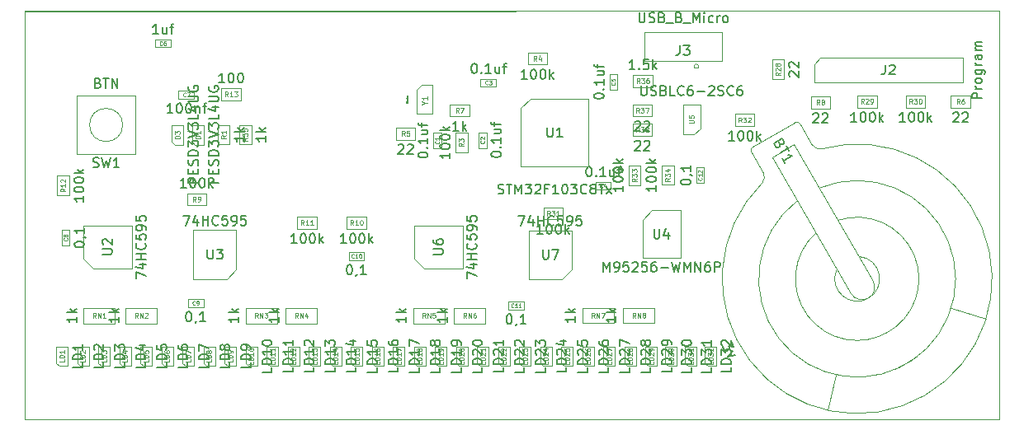
<source format=gbr>
%TF.GenerationSoftware,KiCad,Pcbnew,(5.1.7)-1*%
%TF.CreationDate,2020-10-28T13:08:51+04:00*%
%TF.ProjectId,stm32-home-light,73746d33-322d-4686-9f6d-652d6c696768,rev?*%
%TF.SameCoordinates,Original*%
%TF.FileFunction,Other,Fab,Top*%
%FSLAX46Y46*%
G04 Gerber Fmt 4.6, Leading zero omitted, Abs format (unit mm)*
G04 Created by KiCad (PCBNEW (5.1.7)-1) date 2020-10-28 13:08:51*
%MOMM*%
%LPD*%
G01*
G04 APERTURE LIST*
%TA.AperFunction,Profile*%
%ADD10C,0.100000*%
%TD*%
%ADD11C,0.100000*%
%ADD12C,0.150000*%
%ADD13C,0.080000*%
%ADD14C,0.060000*%
%ADD15C,0.030000*%
%ADD16C,0.075000*%
G04 APERTURE END LIST*
D10*
X229760000Y227500000D02*
X229760000Y185500000D01*
X129760000Y227410000D02*
X229760000Y227500000D01*
X129760000Y185500000D02*
X129760000Y227410000D01*
X229760000Y185500000D02*
X129760000Y185500000D01*
X129760000Y185500000D02*
X129760000Y227500000D01*
X129760000Y227500000D02*
X229760000Y227500000D01*
D11*
%TO.C,J3*%
X198373600Y221677400D02*
X198373600Y221902400D01*
X198823600Y221902400D02*
X198823600Y221677400D01*
X198598600Y222077400D02*
X198373600Y221902400D01*
X198823600Y221677400D02*
X198373600Y221677400D01*
X198598600Y222077400D02*
X198823600Y221902400D01*
X193298600Y222317400D02*
X201298600Y222317400D01*
X201298600Y225317400D02*
X193298600Y225317400D01*
X193298600Y225317400D02*
X193298600Y222317400D01*
X201298600Y225317400D02*
X201298600Y222317400D01*
%TO.C,J2*%
X226000600Y220120200D02*
X210760600Y220120200D01*
X226000600Y222660200D02*
X226000600Y220120200D01*
X211395600Y222660200D02*
X226000600Y222660200D01*
X210760600Y222025200D02*
X211395600Y222660200D01*
X210760600Y220120200D02*
X210760600Y222025200D01*
%TO.C,R28*%
X207677200Y222466400D02*
X207677200Y220466400D01*
X206427200Y222466400D02*
X207677200Y222466400D01*
X206427200Y220466400D02*
X206427200Y222466400D01*
X207677200Y220466400D02*
X206427200Y220466400D01*
%TO.C,BT1*%
X224827602Y196907636D02*
X228396530Y195867671D01*
X212942848Y190060634D02*
X212117397Y186459556D01*
X208685833Y213750000D02*
X206434167Y212450000D01*
X216785833Y199720388D02*
X208685833Y213750000D01*
X206434167Y212450000D02*
X214534167Y198420388D01*
X208775064Y215995448D02*
X204444936Y213495448D01*
X204298526Y212949038D02*
X205523526Y210827276D01*
X210546474Y213727276D02*
X209321474Y215849038D01*
X209321474Y215849038D02*
G75*
G03*
X208775064Y215995448I-346410J-200000D01*
G01*
X214534167Y198420388D02*
G75*
G03*
X216785833Y199720388I1125833J650000D01*
G01*
X219044167Y190608840D02*
G75*
G03*
X211275833Y209263988I-3884167J9327574D01*
G01*
X218149425Y194351315D02*
G75*
G03*
X213185833Y205955771I-2989425J5585099D01*
G01*
X216155448Y197860581D02*
G75*
G03*
X215335833Y202231862I-995448J2075833D01*
G01*
X216460000Y198036414D02*
G75*
G02*
X213084167Y200931862I-1300000J1900000D01*
G01*
X218502125Y194554946D02*
G75*
G02*
X210934167Y204655771I-3342125J5381468D01*
G01*
X221295833Y191908840D02*
G75*
G02*
X209024167Y207963988I-6135833J8027574D01*
G01*
X204298526Y212949038D02*
G75*
G02*
X204444936Y213495448I346410J200000D01*
G01*
X211482180Y213290949D02*
G75*
G02*
X210546474Y213727276I-156283J886327D01*
G01*
X205433543Y209798767D02*
G75*
G03*
X205523526Y210827276I-689440J578509D01*
G01*
X222055807Y187925676D02*
G75*
G03*
X211491089Y213291154I-6895807J12010738D01*
G01*
X222113701Y187959101D02*
G75*
G02*
X205428911Y209791154I-6953701J11977313D01*
G01*
%TO.C,SW1*%
X139791200Y215751400D02*
G75*
G03*
X139791200Y215751400I-1700000J0D01*
G01*
X141091200Y218751400D02*
X141091200Y212751400D01*
X135091200Y218751400D02*
X141091200Y218751400D01*
X135091200Y212751400D02*
X135091200Y218751400D01*
X141091200Y212751400D02*
X135091200Y212751400D01*
%TO.C,R36*%
X192185700Y220897600D02*
X194185700Y220897600D01*
X192185700Y219647600D02*
X192185700Y220897600D01*
X194185700Y219647600D02*
X192185700Y219647600D01*
X194185700Y220897600D02*
X194185700Y219647600D01*
%TO.C,R35*%
X152991000Y215758900D02*
X152991000Y213758900D01*
X151741000Y215758900D02*
X152991000Y215758900D01*
X151741000Y213758900D02*
X151741000Y215758900D01*
X152991000Y213758900D02*
X151741000Y213758900D01*
%TO.C,R32*%
X204622500Y215625000D02*
X202622500Y215625000D01*
X204622500Y216875000D02*
X204622500Y215625000D01*
X202622500Y216875000D02*
X204622500Y216875000D01*
X202622500Y215625000D02*
X202622500Y216875000D01*
%TO.C,R31*%
X184965500Y206033200D02*
X182965500Y206033200D01*
X184965500Y207283200D02*
X184965500Y206033200D01*
X182965500Y207283200D02*
X184965500Y207283200D01*
X182965500Y206033200D02*
X182965500Y207283200D01*
%TO.C,R30*%
X222151100Y217539400D02*
X220151100Y217539400D01*
X222151100Y218789400D02*
X222151100Y217539400D01*
X220151100Y218789400D02*
X222151100Y218789400D01*
X220151100Y217539400D02*
X220151100Y218789400D01*
%TO.C,R29*%
X217170800Y217539400D02*
X215170800Y217539400D01*
X217170800Y218789400D02*
X217170800Y217539400D01*
X215170800Y218789400D02*
X217170800Y218789400D01*
X215170800Y217539400D02*
X215170800Y218789400D01*
%TO.C,R13*%
X149922500Y219525000D02*
X151922500Y219525000D01*
X149922500Y218275000D02*
X149922500Y219525000D01*
X151922500Y218275000D02*
X149922500Y218275000D01*
X151922500Y219525000D02*
X151922500Y218275000D01*
%TO.C,R12*%
X134322000Y210526500D02*
X134322000Y208526500D01*
X133072000Y210526500D02*
X134322000Y210526500D01*
X133072000Y208526500D02*
X133072000Y210526500D01*
X134322000Y208526500D02*
X133072000Y208526500D01*
%TO.C,R8*%
X212395600Y217437800D02*
X210395600Y217437800D01*
X212395600Y218687800D02*
X212395600Y217437800D01*
X210395600Y218687800D02*
X212395600Y218687800D01*
X210395600Y217437800D02*
X210395600Y218687800D01*
%TO.C,R6*%
X226770100Y217514000D02*
X224770100Y217514000D01*
X226770100Y218764000D02*
X226770100Y217514000D01*
X224770100Y218764000D02*
X226770100Y218764000D01*
X224770100Y217514000D02*
X224770100Y218764000D01*
%TO.C,R5*%
X169827100Y214237400D02*
X167827100Y214237400D01*
X169827100Y215487400D02*
X169827100Y214237400D01*
X167827100Y215487400D02*
X169827100Y215487400D01*
X167827100Y214237400D02*
X167827100Y215487400D01*
%TO.C,R4*%
X183361500Y221959000D02*
X181361500Y221959000D01*
X183361500Y223209000D02*
X183361500Y221959000D01*
X181361500Y223209000D02*
X183361500Y223209000D01*
X181361500Y221959000D02*
X181361500Y223209000D01*
%TO.C,R3*%
X173940600Y212949900D02*
X173940600Y214949900D01*
X175190600Y212949900D02*
X173940600Y212949900D01*
X175190600Y214949900D02*
X175190600Y212949900D01*
X173940600Y214949900D02*
X175190600Y214949900D01*
%TO.C,R1*%
X150781200Y215758900D02*
X150781200Y213758900D01*
X149531200Y215758900D02*
X150781200Y215758900D01*
X149531200Y213758900D02*
X149531200Y215758900D01*
X150781200Y213758900D02*
X149531200Y213758900D01*
%TO.C,D3*%
X146031800Y215733100D02*
X144831800Y215733100D01*
X146031800Y213733100D02*
X146031800Y215733100D01*
X145131800Y213733100D02*
X146031800Y213733100D01*
X144831800Y214033100D02*
X145131800Y213733100D01*
X144831800Y215733100D02*
X144831800Y214033100D01*
%TO.C,D1*%
X148114600Y215733100D02*
X146914600Y215733100D01*
X148114600Y213733100D02*
X148114600Y215733100D01*
X147214600Y213733100D02*
X148114600Y213733100D01*
X146914600Y214033100D02*
X147214600Y213733100D01*
X146914600Y215733100D02*
X146914600Y214033100D01*
%TO.C,C7*%
X147135000Y218450000D02*
X145535000Y218450000D01*
X147135000Y219250000D02*
X147135000Y218450000D01*
X145535000Y219250000D02*
X147135000Y219250000D01*
X145535000Y218450000D02*
X145535000Y219250000D01*
%TO.C,C6*%
X143110000Y224525000D02*
X144710000Y224525000D01*
X143110000Y223725000D02*
X143110000Y224525000D01*
X144710000Y223725000D02*
X143110000Y223725000D01*
X144710000Y224525000D02*
X144710000Y223725000D01*
%TO.C,C1*%
X171676400Y213338200D02*
X171676400Y214938200D01*
X172476400Y213338200D02*
X171676400Y213338200D01*
X172476400Y214938200D02*
X172476400Y213338200D01*
X171676400Y214938200D02*
X172476400Y214938200D01*
%TO.C,Y1*%
X170455600Y219893000D02*
X171555600Y219893000D01*
X169955600Y219393000D02*
X169955600Y216893000D01*
X169955600Y219393000D02*
X170455600Y219893000D01*
X171555600Y216893000D02*
X171555600Y219893000D01*
X169955600Y216893000D02*
X171555600Y216893000D01*
%TO.C,R7*%
X175364300Y216625000D02*
X173364300Y216625000D01*
X175364300Y217875000D02*
X175364300Y216625000D01*
X173364300Y217875000D02*
X175364300Y217875000D01*
X173364300Y216625000D02*
X173364300Y217875000D01*
%TO.C,C5*%
X189735800Y219371000D02*
X189735800Y220971000D01*
X190535800Y219371000D02*
X189735800Y219371000D01*
X190535800Y220971000D02*
X190535800Y219371000D01*
X189735800Y220971000D02*
X190535800Y220971000D01*
%TO.C,C4*%
X188294400Y209877600D02*
X189894400Y209877600D01*
X188294400Y209077600D02*
X188294400Y209877600D01*
X189894400Y209077600D02*
X188294400Y209077600D01*
X189894400Y209877600D02*
X189894400Y209077600D01*
%TO.C,C3*%
X176521200Y220494800D02*
X178121200Y220494800D01*
X176521200Y219694800D02*
X176521200Y220494800D01*
X178121200Y219694800D02*
X176521200Y219694800D01*
X178121200Y220494800D02*
X178121200Y219694800D01*
%TO.C,C2*%
X177124600Y214989000D02*
X177124600Y213389000D01*
X176324600Y214989000D02*
X177124600Y214989000D01*
X176324600Y213389000D02*
X176324600Y214989000D01*
X177124600Y213389000D02*
X176324600Y213389000D01*
%TO.C,U4*%
X193124600Y205999600D02*
X194099600Y206974600D01*
X193124600Y202074600D02*
X193124600Y205999600D01*
X197024600Y202074600D02*
X193124600Y202074600D01*
X197024600Y206974600D02*
X197024600Y202074600D01*
X194099600Y206974600D02*
X197024600Y206974600D01*
%TO.C,R34*%
X195098800Y209597100D02*
X195098800Y211597100D01*
X196348800Y209597100D02*
X195098800Y209597100D01*
X196348800Y211597100D02*
X196348800Y209597100D01*
X195098800Y211597100D02*
X196348800Y211597100D01*
%TO.C,R33*%
X191695200Y209571700D02*
X191695200Y211571700D01*
X192945200Y209571700D02*
X191695200Y209571700D01*
X192945200Y211571700D02*
X192945200Y209571700D01*
X191695200Y211571700D02*
X192945200Y211571700D01*
%TO.C,C12*%
X198651200Y209795200D02*
X198651200Y211395200D01*
X199451200Y209795200D02*
X198651200Y209795200D01*
X199451200Y211395200D02*
X199451200Y209795200D01*
X198651200Y211395200D02*
X199451200Y211395200D01*
%TO.C,U5*%
X197270000Y214775400D02*
X197270000Y217875400D01*
X197270000Y217875400D02*
X199070000Y217875400D01*
X199070000Y215425400D02*
X199070000Y217875400D01*
X197270000Y214775400D02*
X198420000Y214775400D01*
X199070000Y215425400D02*
X198420000Y214775400D01*
%TO.C,R38*%
X194105700Y214618400D02*
X192105700Y214618400D01*
X194105700Y215868400D02*
X194105700Y214618400D01*
X192105700Y215868400D02*
X194105700Y215868400D01*
X192105700Y214618400D02*
X192105700Y215868400D01*
%TO.C,R37*%
X194109500Y216625000D02*
X192109500Y216625000D01*
X194109500Y217875000D02*
X194109500Y216625000D01*
X192109500Y217875000D02*
X194109500Y217875000D01*
X192109500Y216625000D02*
X192109500Y217875000D01*
%TO.C,RN1*%
X138999000Y196957000D02*
X138999000Y195357000D01*
X138999000Y195357000D02*
X135799000Y195357000D01*
X135799000Y195357000D02*
X135799000Y196957000D01*
X135799000Y196957000D02*
X138999000Y196957000D01*
%TO.C,RN2*%
X143317000Y196957000D02*
X143317000Y195357000D01*
X143317000Y195357000D02*
X140117000Y195357000D01*
X140117000Y195357000D02*
X140117000Y196957000D01*
X140117000Y196957000D02*
X143317000Y196957000D01*
%TO.C,RN3*%
X155617000Y196957000D02*
X155617000Y195357000D01*
X155617000Y195357000D02*
X152417000Y195357000D01*
X152417000Y195357000D02*
X152417000Y196957000D01*
X152417000Y196957000D02*
X155617000Y196957000D01*
%TO.C,RN4*%
X159738000Y196957000D02*
X159738000Y195357000D01*
X159738000Y195357000D02*
X156538000Y195357000D01*
X156538000Y195357000D02*
X156538000Y196957000D01*
X156538000Y196957000D02*
X159738000Y196957000D01*
%TO.C,RN5*%
X172819000Y196957000D02*
X172819000Y195357000D01*
X172819000Y195357000D02*
X169619000Y195357000D01*
X169619000Y195357000D02*
X169619000Y196957000D01*
X169619000Y196957000D02*
X172819000Y196957000D01*
%TO.C,RN6*%
X177010000Y196957000D02*
X177010000Y195357000D01*
X177010000Y195357000D02*
X173810000Y195357000D01*
X173810000Y195357000D02*
X173810000Y196957000D01*
X173810000Y196957000D02*
X177010000Y196957000D01*
%TO.C,RN7*%
X190161000Y196968000D02*
X190161000Y195368000D01*
X190161000Y195368000D02*
X186961000Y195368000D01*
X186961000Y195368000D02*
X186961000Y196968000D01*
X186961000Y196968000D02*
X190161000Y196968000D01*
%TO.C,RN8*%
X194352000Y196968000D02*
X194352000Y195368000D01*
X194352000Y195368000D02*
X191152000Y195368000D01*
X191152000Y195368000D02*
X191152000Y196968000D01*
X191152000Y196968000D02*
X194352000Y196968000D01*
%TO.C,R11*%
X159716000Y205068000D02*
X157716000Y205068000D01*
X159716000Y206318000D02*
X159716000Y205068000D01*
X157716000Y206318000D02*
X159716000Y206318000D01*
X157716000Y205068000D02*
X157716000Y206318000D01*
%TO.C,R10*%
X164796000Y205068000D02*
X162796000Y205068000D01*
X164796000Y206318000D02*
X164796000Y205068000D01*
X162796000Y206318000D02*
X164796000Y206318000D01*
X162796000Y205068000D02*
X162796000Y206318000D01*
%TO.C,R9*%
X146389500Y208731000D02*
X148389500Y208731000D01*
X146389500Y207481000D02*
X146389500Y208731000D01*
X148389500Y207481000D02*
X146389500Y207481000D01*
X148389500Y208731000D02*
X148389500Y207481000D01*
%TO.C,C11*%
X180966000Y196784000D02*
X179366000Y196784000D01*
X180966000Y197584000D02*
X180966000Y196784000D01*
X179366000Y197584000D02*
X180966000Y197584000D01*
X179366000Y196784000D02*
X179366000Y197584000D01*
%TO.C,C10*%
X164583000Y201864000D02*
X162983000Y201864000D01*
X164583000Y202664000D02*
X164583000Y201864000D01*
X162983000Y202664000D02*
X164583000Y202664000D01*
X162983000Y201864000D02*
X162983000Y202664000D01*
%TO.C,C9*%
X148086000Y197038000D02*
X146486000Y197038000D01*
X148086000Y197838000D02*
X148086000Y197038000D01*
X146486000Y197838000D02*
X148086000Y197838000D01*
X146486000Y197038000D02*
X146486000Y197838000D01*
%TO.C,C8*%
X134351000Y204982000D02*
X134351000Y203382000D01*
X133551000Y204982000D02*
X134351000Y204982000D01*
X133551000Y203382000D02*
X133551000Y204982000D01*
X134351000Y203382000D02*
X133551000Y203382000D01*
%TO.C,U7*%
X185876500Y200917000D02*
X184876500Y199917000D01*
X185876500Y204917000D02*
X185876500Y200917000D01*
X181476500Y204917000D02*
X185876500Y204917000D01*
X181476500Y199917000D02*
X181476500Y204917000D01*
X184876500Y199917000D02*
X181476500Y199917000D01*
%TO.C,U6*%
X170704000Y201011500D02*
X169704000Y202011500D01*
X174704000Y201011500D02*
X170704000Y201011500D01*
X174704000Y205411500D02*
X174704000Y201011500D01*
X169704000Y205411500D02*
X174704000Y205411500D01*
X169704000Y202011500D02*
X169704000Y205411500D01*
%TO.C,U3*%
X151459500Y200932000D02*
X150459500Y199932000D01*
X151459500Y204932000D02*
X151459500Y200932000D01*
X147059500Y204932000D02*
X151459500Y204932000D01*
X147059500Y199932000D02*
X147059500Y204932000D01*
X150459500Y199932000D02*
X147059500Y199932000D01*
%TO.C,U2*%
X136769000Y201021500D02*
X135769000Y202021500D01*
X140769000Y201021500D02*
X136769000Y201021500D01*
X140769000Y205421500D02*
X140769000Y201021500D01*
X135769000Y205421500D02*
X140769000Y205421500D01*
X135769000Y202021500D02*
X135769000Y205421500D01*
%TO.C,U1*%
X180616000Y217464000D02*
X181616000Y218464000D01*
X180616000Y211464000D02*
X180616000Y217464000D01*
X187616000Y211464000D02*
X180616000Y211464000D01*
X187616000Y218464000D02*
X187616000Y211464000D01*
X181616000Y218464000D02*
X187616000Y218464000D01*
%TO.C,LD1*%
X132970000Y192977000D02*
X132970000Y191277000D01*
X132970000Y191277000D02*
X133270000Y190977000D01*
X133270000Y190977000D02*
X134170000Y190977000D01*
X134170000Y190977000D02*
X134170000Y192977000D01*
X134170000Y192977000D02*
X132970000Y192977000D01*
%TO.C,LD2*%
X136329000Y192986000D02*
X135129000Y192986000D01*
X136329000Y190986000D02*
X136329000Y192986000D01*
X135429000Y190986000D02*
X136329000Y190986000D01*
X135129000Y191286000D02*
X135429000Y190986000D01*
X135129000Y192986000D02*
X135129000Y191286000D01*
%TO.C,LD3*%
X137288000Y192986000D02*
X137288000Y191286000D01*
X137288000Y191286000D02*
X137588000Y190986000D01*
X137588000Y190986000D02*
X138488000Y190986000D01*
X138488000Y190986000D02*
X138488000Y192986000D01*
X138488000Y192986000D02*
X137288000Y192986000D01*
%TO.C,LD4*%
X140647000Y192986000D02*
X139447000Y192986000D01*
X140647000Y190986000D02*
X140647000Y192986000D01*
X139747000Y190986000D02*
X140647000Y190986000D01*
X139447000Y191286000D02*
X139747000Y190986000D01*
X139447000Y192986000D02*
X139447000Y191286000D01*
%TO.C,LD5*%
X142806000Y192986000D02*
X141606000Y192986000D01*
X142806000Y190986000D02*
X142806000Y192986000D01*
X141906000Y190986000D02*
X142806000Y190986000D01*
X141606000Y191286000D02*
X141906000Y190986000D01*
X141606000Y192986000D02*
X141606000Y191286000D01*
%TO.C,LD6*%
X143765000Y192986000D02*
X143765000Y191286000D01*
X143765000Y191286000D02*
X144065000Y190986000D01*
X144065000Y190986000D02*
X144965000Y190986000D01*
X144965000Y190986000D02*
X144965000Y192986000D01*
X144965000Y192986000D02*
X143765000Y192986000D01*
%TO.C,LD7*%
X147124000Y192986000D02*
X145924000Y192986000D01*
X147124000Y190986000D02*
X147124000Y192986000D01*
X146224000Y190986000D02*
X147124000Y190986000D01*
X145924000Y191286000D02*
X146224000Y190986000D01*
X145924000Y192986000D02*
X145924000Y191286000D01*
%TO.C,LD8*%
X148083000Y192986000D02*
X148083000Y191286000D01*
X148083000Y191286000D02*
X148383000Y190986000D01*
X148383000Y190986000D02*
X149283000Y190986000D01*
X149283000Y190986000D02*
X149283000Y192986000D01*
X149283000Y192986000D02*
X148083000Y192986000D01*
%TO.C,LD9*%
X151442000Y192986000D02*
X150242000Y192986000D01*
X151442000Y190986000D02*
X151442000Y192986000D01*
X150542000Y190986000D02*
X151442000Y190986000D01*
X150242000Y191286000D02*
X150542000Y190986000D01*
X150242000Y192986000D02*
X150242000Y191286000D01*
%TO.C,LD10*%
X152401000Y192977000D02*
X152401000Y191277000D01*
X152401000Y191277000D02*
X152701000Y190977000D01*
X152701000Y190977000D02*
X153601000Y190977000D01*
X153601000Y190977000D02*
X153601000Y192977000D01*
X153601000Y192977000D02*
X152401000Y192977000D01*
%TO.C,LD11*%
X155760000Y192986000D02*
X154560000Y192986000D01*
X155760000Y190986000D02*
X155760000Y192986000D01*
X154860000Y190986000D02*
X155760000Y190986000D01*
X154560000Y191286000D02*
X154860000Y190986000D01*
X154560000Y192986000D02*
X154560000Y191286000D01*
%TO.C,LD12*%
X156719000Y192986000D02*
X156719000Y191286000D01*
X156719000Y191286000D02*
X157019000Y190986000D01*
X157019000Y190986000D02*
X157919000Y190986000D01*
X157919000Y190986000D02*
X157919000Y192986000D01*
X157919000Y192986000D02*
X156719000Y192986000D01*
%TO.C,LD13*%
X160078000Y192986000D02*
X158878000Y192986000D01*
X160078000Y190986000D02*
X160078000Y192986000D01*
X159178000Y190986000D02*
X160078000Y190986000D01*
X158878000Y191286000D02*
X159178000Y190986000D01*
X158878000Y192986000D02*
X158878000Y191286000D01*
%TO.C,LD14*%
X161037000Y192986000D02*
X161037000Y191286000D01*
X161037000Y191286000D02*
X161337000Y190986000D01*
X161337000Y190986000D02*
X162237000Y190986000D01*
X162237000Y190986000D02*
X162237000Y192986000D01*
X162237000Y192986000D02*
X161037000Y192986000D01*
%TO.C,LD15*%
X164396000Y192977000D02*
X163196000Y192977000D01*
X164396000Y190977000D02*
X164396000Y192977000D01*
X163496000Y190977000D02*
X164396000Y190977000D01*
X163196000Y191277000D02*
X163496000Y190977000D01*
X163196000Y192977000D02*
X163196000Y191277000D01*
%TO.C,LD16*%
X165355000Y192986000D02*
X165355000Y191286000D01*
X165355000Y191286000D02*
X165655000Y190986000D01*
X165655000Y190986000D02*
X166555000Y190986000D01*
X166555000Y190986000D02*
X166555000Y192986000D01*
X166555000Y192986000D02*
X165355000Y192986000D01*
%TO.C,LD17*%
X168714000Y192968000D02*
X167514000Y192968000D01*
X168714000Y190968000D02*
X168714000Y192968000D01*
X167814000Y190968000D02*
X168714000Y190968000D01*
X167514000Y191268000D02*
X167814000Y190968000D01*
X167514000Y192968000D02*
X167514000Y191268000D01*
%TO.C,LD18*%
X169673000Y192968000D02*
X169673000Y191268000D01*
X169673000Y191268000D02*
X169973000Y190968000D01*
X169973000Y190968000D02*
X170873000Y190968000D01*
X170873000Y190968000D02*
X170873000Y192968000D01*
X170873000Y192968000D02*
X169673000Y192968000D01*
%TO.C,LD19*%
X173032000Y192968000D02*
X171832000Y192968000D01*
X173032000Y190968000D02*
X173032000Y192968000D01*
X172132000Y190968000D02*
X173032000Y190968000D01*
X171832000Y191268000D02*
X172132000Y190968000D01*
X171832000Y192968000D02*
X171832000Y191268000D01*
%TO.C,LD20*%
X173991000Y192977000D02*
X173991000Y191277000D01*
X173991000Y191277000D02*
X174291000Y190977000D01*
X174291000Y190977000D02*
X175191000Y190977000D01*
X175191000Y190977000D02*
X175191000Y192977000D01*
X175191000Y192977000D02*
X173991000Y192977000D01*
%TO.C,LD21*%
X177350000Y192986000D02*
X176150000Y192986000D01*
X177350000Y190986000D02*
X177350000Y192986000D01*
X176450000Y190986000D02*
X177350000Y190986000D01*
X176150000Y191286000D02*
X176450000Y190986000D01*
X176150000Y192986000D02*
X176150000Y191286000D01*
%TO.C,LD22*%
X178309000Y192968000D02*
X178309000Y191268000D01*
X178309000Y191268000D02*
X178609000Y190968000D01*
X178609000Y190968000D02*
X179509000Y190968000D01*
X179509000Y190968000D02*
X179509000Y192968000D01*
X179509000Y192968000D02*
X178309000Y192968000D01*
%TO.C,LD23*%
X181668000Y192968000D02*
X180468000Y192968000D01*
X181668000Y190968000D02*
X181668000Y192968000D01*
X180768000Y190968000D02*
X181668000Y190968000D01*
X180468000Y191268000D02*
X180768000Y190968000D01*
X180468000Y192968000D02*
X180468000Y191268000D01*
%TO.C,LD24*%
X182627000Y192986000D02*
X182627000Y191286000D01*
X182627000Y191286000D02*
X182927000Y190986000D01*
X182927000Y190986000D02*
X183827000Y190986000D01*
X183827000Y190986000D02*
X183827000Y192986000D01*
X183827000Y192986000D02*
X182627000Y192986000D01*
%TO.C,LD25*%
X185986000Y192968000D02*
X184786000Y192968000D01*
X185986000Y190968000D02*
X185986000Y192968000D01*
X185086000Y190968000D02*
X185986000Y190968000D01*
X184786000Y191268000D02*
X185086000Y190968000D01*
X184786000Y192968000D02*
X184786000Y191268000D01*
%TO.C,LD26*%
X186945000Y192968000D02*
X186945000Y191268000D01*
X186945000Y191268000D02*
X187245000Y190968000D01*
X187245000Y190968000D02*
X188145000Y190968000D01*
X188145000Y190968000D02*
X188145000Y192968000D01*
X188145000Y192968000D02*
X186945000Y192968000D01*
%TO.C,LD27*%
X190304000Y192977000D02*
X189104000Y192977000D01*
X190304000Y190977000D02*
X190304000Y192977000D01*
X189404000Y190977000D02*
X190304000Y190977000D01*
X189104000Y191277000D02*
X189404000Y190977000D01*
X189104000Y192977000D02*
X189104000Y191277000D01*
%TO.C,LD28*%
X191263000Y192977000D02*
X191263000Y191277000D01*
X191263000Y191277000D02*
X191563000Y190977000D01*
X191563000Y190977000D02*
X192463000Y190977000D01*
X192463000Y190977000D02*
X192463000Y192977000D01*
X192463000Y192977000D02*
X191263000Y192977000D01*
%TO.C,LD29*%
X194622000Y192986000D02*
X193422000Y192986000D01*
X194622000Y190986000D02*
X194622000Y192986000D01*
X193722000Y190986000D02*
X194622000Y190986000D01*
X193422000Y191286000D02*
X193722000Y190986000D01*
X193422000Y192986000D02*
X193422000Y191286000D01*
%TO.C,LD30*%
X195454000Y192968000D02*
X195454000Y191268000D01*
X195454000Y191268000D02*
X195754000Y190968000D01*
X195754000Y190968000D02*
X196654000Y190968000D01*
X196654000Y190968000D02*
X196654000Y192968000D01*
X196654000Y192968000D02*
X195454000Y192968000D01*
%TO.C,LD31*%
X198686000Y192968000D02*
X197486000Y192968000D01*
X198686000Y190968000D02*
X198686000Y192968000D01*
X197786000Y190968000D02*
X198686000Y190968000D01*
X197486000Y191268000D02*
X197786000Y190968000D01*
X197486000Y192968000D02*
X197486000Y191268000D01*
%TO.C,LD32*%
X199518000Y192986000D02*
X199518000Y191286000D01*
X199518000Y191286000D02*
X199818000Y190986000D01*
X199818000Y190986000D02*
X200718000Y190986000D01*
X200718000Y190986000D02*
X200718000Y192986000D01*
X200718000Y192986000D02*
X199518000Y192986000D01*
%TD*%
%TO.C,J3*%
D12*
X192799790Y227300019D02*
X192799790Y226490495D01*
X192847409Y226395257D01*
X192895028Y226347638D01*
X192990266Y226300019D01*
X193180742Y226300019D01*
X193275980Y226347638D01*
X193323600Y226395257D01*
X193371219Y226490495D01*
X193371219Y227300019D01*
X193799790Y226347638D02*
X193942647Y226300019D01*
X194180742Y226300019D01*
X194275980Y226347638D01*
X194323600Y226395257D01*
X194371219Y226490495D01*
X194371219Y226585733D01*
X194323600Y226680971D01*
X194275980Y226728590D01*
X194180742Y226776209D01*
X193990266Y226823828D01*
X193895028Y226871447D01*
X193847409Y226919066D01*
X193799790Y227014304D01*
X193799790Y227109542D01*
X193847409Y227204780D01*
X193895028Y227252400D01*
X193990266Y227300019D01*
X194228361Y227300019D01*
X194371219Y227252400D01*
X195133123Y226823828D02*
X195275980Y226776209D01*
X195323600Y226728590D01*
X195371219Y226633352D01*
X195371219Y226490495D01*
X195323600Y226395257D01*
X195275980Y226347638D01*
X195180742Y226300019D01*
X194799790Y226300019D01*
X194799790Y227300019D01*
X195133123Y227300019D01*
X195228361Y227252400D01*
X195275980Y227204780D01*
X195323600Y227109542D01*
X195323600Y227014304D01*
X195275980Y226919066D01*
X195228361Y226871447D01*
X195133123Y226823828D01*
X194799790Y226823828D01*
X195561695Y226204780D02*
X196323600Y226204780D01*
X196895028Y226823828D02*
X197037885Y226776209D01*
X197085504Y226728590D01*
X197133123Y226633352D01*
X197133123Y226490495D01*
X197085504Y226395257D01*
X197037885Y226347638D01*
X196942647Y226300019D01*
X196561695Y226300019D01*
X196561695Y227300019D01*
X196895028Y227300019D01*
X196990266Y227252400D01*
X197037885Y227204780D01*
X197085504Y227109542D01*
X197085504Y227014304D01*
X197037885Y226919066D01*
X196990266Y226871447D01*
X196895028Y226823828D01*
X196561695Y226823828D01*
X197323600Y226204780D02*
X198085504Y226204780D01*
X198323600Y226300019D02*
X198323600Y227300019D01*
X198656933Y226585733D01*
X198990266Y227300019D01*
X198990266Y226300019D01*
X199466457Y226300019D02*
X199466457Y226966685D01*
X199466457Y227300019D02*
X199418838Y227252400D01*
X199466457Y227204780D01*
X199514076Y227252400D01*
X199466457Y227300019D01*
X199466457Y227204780D01*
X200371219Y226347638D02*
X200275980Y226300019D01*
X200085504Y226300019D01*
X199990266Y226347638D01*
X199942647Y226395257D01*
X199895028Y226490495D01*
X199895028Y226776209D01*
X199942647Y226871447D01*
X199990266Y226919066D01*
X200085504Y226966685D01*
X200275980Y226966685D01*
X200371219Y226919066D01*
X200799790Y226300019D02*
X200799790Y226966685D01*
X200799790Y226776209D02*
X200847409Y226871447D01*
X200895028Y226919066D01*
X200990266Y226966685D01*
X201085504Y226966685D01*
X201561695Y226300019D02*
X201466457Y226347638D01*
X201418838Y226395257D01*
X201371219Y226490495D01*
X201371219Y226776209D01*
X201418838Y226871447D01*
X201466457Y226919066D01*
X201561695Y226966685D01*
X201704552Y226966685D01*
X201799790Y226919066D01*
X201847409Y226871447D01*
X201895028Y226776209D01*
X201895028Y226490495D01*
X201847409Y226395257D01*
X201799790Y226347638D01*
X201704552Y226300019D01*
X201561695Y226300019D01*
X196965266Y223925019D02*
X196965266Y223210733D01*
X196917647Y223067876D01*
X196822409Y222972638D01*
X196679552Y222925019D01*
X196584314Y222925019D01*
X197346219Y223925019D02*
X197965266Y223925019D01*
X197631933Y223544066D01*
X197774790Y223544066D01*
X197870028Y223496447D01*
X197917647Y223448828D01*
X197965266Y223353590D01*
X197965266Y223115495D01*
X197917647Y223020257D01*
X197870028Y222972638D01*
X197774790Y222925019D01*
X197489076Y222925019D01*
X197393838Y222972638D01*
X197346219Y223020257D01*
%TO.C,J2*%
X227952980Y218485438D02*
X226952980Y218485438D01*
X226952980Y218866390D01*
X227000600Y218961628D01*
X227048219Y219009247D01*
X227143457Y219056866D01*
X227286314Y219056866D01*
X227381552Y219009247D01*
X227429171Y218961628D01*
X227476790Y218866390D01*
X227476790Y218485438D01*
X227952980Y219485438D02*
X227286314Y219485438D01*
X227476790Y219485438D02*
X227381552Y219533057D01*
X227333933Y219580676D01*
X227286314Y219675914D01*
X227286314Y219771152D01*
X227952980Y220247342D02*
X227905361Y220152104D01*
X227857742Y220104485D01*
X227762504Y220056866D01*
X227476790Y220056866D01*
X227381552Y220104485D01*
X227333933Y220152104D01*
X227286314Y220247342D01*
X227286314Y220390200D01*
X227333933Y220485438D01*
X227381552Y220533057D01*
X227476790Y220580676D01*
X227762504Y220580676D01*
X227857742Y220533057D01*
X227905361Y220485438D01*
X227952980Y220390200D01*
X227952980Y220247342D01*
X227286314Y221437819D02*
X228095838Y221437819D01*
X228191076Y221390200D01*
X228238695Y221342580D01*
X228286314Y221247342D01*
X228286314Y221104485D01*
X228238695Y221009247D01*
X227905361Y221437819D02*
X227952980Y221342580D01*
X227952980Y221152104D01*
X227905361Y221056866D01*
X227857742Y221009247D01*
X227762504Y220961628D01*
X227476790Y220961628D01*
X227381552Y221009247D01*
X227333933Y221056866D01*
X227286314Y221152104D01*
X227286314Y221342580D01*
X227333933Y221437819D01*
X227952980Y221914009D02*
X227286314Y221914009D01*
X227476790Y221914009D02*
X227381552Y221961628D01*
X227333933Y222009247D01*
X227286314Y222104485D01*
X227286314Y222199723D01*
X227952980Y222961628D02*
X227429171Y222961628D01*
X227333933Y222914009D01*
X227286314Y222818771D01*
X227286314Y222628295D01*
X227333933Y222533057D01*
X227905361Y222961628D02*
X227952980Y222866390D01*
X227952980Y222628295D01*
X227905361Y222533057D01*
X227810123Y222485438D01*
X227714885Y222485438D01*
X227619647Y222533057D01*
X227572028Y222628295D01*
X227572028Y222866390D01*
X227524409Y222961628D01*
X227952980Y223437819D02*
X227286314Y223437819D01*
X227381552Y223437819D02*
X227333933Y223485438D01*
X227286314Y223580676D01*
X227286314Y223723533D01*
X227333933Y223818771D01*
X227429171Y223866390D01*
X227952980Y223866390D01*
X227429171Y223866390D02*
X227333933Y223914009D01*
X227286314Y224009247D01*
X227286314Y224152104D01*
X227333933Y224247342D01*
X227429171Y224294961D01*
X227952980Y224294961D01*
X218047266Y221937819D02*
X218047266Y221223533D01*
X217999647Y221080676D01*
X217904409Y220985438D01*
X217761552Y220937819D01*
X217666314Y220937819D01*
X218475838Y221842580D02*
X218523457Y221890200D01*
X218618695Y221937819D01*
X218856790Y221937819D01*
X218952028Y221890200D01*
X218999647Y221842580D01*
X219047266Y221747342D01*
X219047266Y221652104D01*
X218999647Y221509247D01*
X218428219Y220937819D01*
X219047266Y220937819D01*
%TO.C,R28*%
X208249819Y220704495D02*
X208202200Y220752114D01*
X208154580Y220847352D01*
X208154580Y221085447D01*
X208202200Y221180685D01*
X208249819Y221228304D01*
X208345057Y221275923D01*
X208440295Y221275923D01*
X208583152Y221228304D01*
X209154580Y220656876D01*
X209154580Y221275923D01*
X208249819Y221656876D02*
X208202200Y221704495D01*
X208154580Y221799733D01*
X208154580Y222037828D01*
X208202200Y222133066D01*
X208249819Y222180685D01*
X208345057Y222228304D01*
X208440295Y222228304D01*
X208583152Y222180685D01*
X209154580Y221609257D01*
X209154580Y222228304D01*
D13*
X207278390Y221144971D02*
X207040295Y220978304D01*
X207278390Y220859257D02*
X206778390Y220859257D01*
X206778390Y221049733D01*
X206802200Y221097352D01*
X206826009Y221121161D01*
X206873628Y221144971D01*
X206945057Y221144971D01*
X206992676Y221121161D01*
X207016485Y221097352D01*
X207040295Y221049733D01*
X207040295Y220859257D01*
X206826009Y221335447D02*
X206802200Y221359257D01*
X206778390Y221406876D01*
X206778390Y221525923D01*
X206802200Y221573542D01*
X206826009Y221597352D01*
X206873628Y221621161D01*
X206921247Y221621161D01*
X206992676Y221597352D01*
X207278390Y221311638D01*
X207278390Y221621161D01*
X206992676Y221906876D02*
X206968866Y221859257D01*
X206945057Y221835447D01*
X206897438Y221811638D01*
X206873628Y221811638D01*
X206826009Y221835447D01*
X206802200Y221859257D01*
X206778390Y221906876D01*
X206778390Y222002114D01*
X206802200Y222049733D01*
X206826009Y222073542D01*
X206873628Y222097352D01*
X206897438Y222097352D01*
X206945057Y222073542D01*
X206968866Y222049733D01*
X206992676Y222002114D01*
X206992676Y221906876D01*
X207016485Y221859257D01*
X207040295Y221835447D01*
X207087914Y221811638D01*
X207183152Y221811638D01*
X207230771Y221835447D01*
X207254580Y221859257D01*
X207278390Y221906876D01*
X207278390Y222002114D01*
X207254580Y222049733D01*
X207230771Y222073542D01*
X207183152Y222097352D01*
X207087914Y222097352D01*
X207040295Y222073542D01*
X207016485Y222049733D01*
X206992676Y222002114D01*
%TO.C,BT1*%
D12*
X202186728Y193502018D02*
X202496251Y192965907D01*
X201999670Y193064106D01*
X202071099Y192940388D01*
X202077479Y192834100D01*
X202060049Y192769051D01*
X202001380Y192680192D01*
X201795183Y192561145D01*
X201688895Y192554765D01*
X201623846Y192572195D01*
X201534988Y192630864D01*
X201392131Y192878300D01*
X201385751Y192984588D01*
X201403181Y193049637D01*
X202374243Y192510565D02*
X201915940Y191971035D01*
X202612338Y192098172D01*
X207229001Y213816162D02*
X207259191Y213668635D01*
X207241761Y213603586D01*
X207183092Y213514728D01*
X207059374Y213443299D01*
X206953086Y213436919D01*
X206888037Y213454349D01*
X206799178Y213513018D01*
X206608702Y213842933D01*
X207474728Y214342933D01*
X207641394Y214054258D01*
X207647774Y213947969D01*
X207630344Y213882921D01*
X207571675Y213794062D01*
X207489197Y213746443D01*
X207382908Y213740063D01*
X207317860Y213757493D01*
X207229001Y213816162D01*
X207062335Y214104837D01*
X207903299Y213600625D02*
X208189013Y213105754D01*
X207180131Y212853189D02*
X208046156Y213353189D01*
X207751559Y211863446D02*
X207465845Y212358318D01*
X207608702Y212110882D02*
X208474728Y212610882D01*
X208303391Y212621932D01*
X208173293Y212656791D01*
X208084435Y212715461D01*
%TO.C,SW1*%
X137257866Y220072828D02*
X137400723Y220025209D01*
X137448342Y219977590D01*
X137495961Y219882352D01*
X137495961Y219739495D01*
X137448342Y219644257D01*
X137400723Y219596638D01*
X137305485Y219549019D01*
X136924533Y219549019D01*
X136924533Y220549019D01*
X137257866Y220549019D01*
X137353104Y220501400D01*
X137400723Y220453780D01*
X137448342Y220358542D01*
X137448342Y220263304D01*
X137400723Y220168066D01*
X137353104Y220120447D01*
X137257866Y220072828D01*
X136924533Y220072828D01*
X137781676Y220549019D02*
X138353104Y220549019D01*
X138067390Y219549019D02*
X138067390Y220549019D01*
X138686438Y219549019D02*
X138686438Y220549019D01*
X139257866Y219549019D01*
X139257866Y220549019D01*
X136757866Y211446638D02*
X136900723Y211399019D01*
X137138819Y211399019D01*
X137234057Y211446638D01*
X137281676Y211494257D01*
X137329295Y211589495D01*
X137329295Y211684733D01*
X137281676Y211779971D01*
X137234057Y211827590D01*
X137138819Y211875209D01*
X136948342Y211922828D01*
X136853104Y211970447D01*
X136805485Y212018066D01*
X136757866Y212113304D01*
X136757866Y212208542D01*
X136805485Y212303780D01*
X136853104Y212351400D01*
X136948342Y212399019D01*
X137186438Y212399019D01*
X137329295Y212351400D01*
X137662628Y212399019D02*
X137900723Y211399019D01*
X138091200Y212113304D01*
X138281676Y211399019D01*
X138519771Y212399019D01*
X139424533Y211399019D02*
X138853104Y211399019D01*
X139138819Y211399019D02*
X139138819Y212399019D01*
X139043580Y212256161D01*
X138948342Y212160923D01*
X138853104Y212113304D01*
%TO.C,R36*%
X192352366Y221470219D02*
X191780938Y221470219D01*
X192066652Y221470219D02*
X192066652Y222470219D01*
X191971414Y222327361D01*
X191876176Y222232123D01*
X191780938Y222184504D01*
X192780938Y221565457D02*
X192828557Y221517838D01*
X192780938Y221470219D01*
X192733319Y221517838D01*
X192780938Y221565457D01*
X192780938Y221470219D01*
X193733319Y222470219D02*
X193257128Y222470219D01*
X193209509Y221994028D01*
X193257128Y222041647D01*
X193352366Y222089266D01*
X193590461Y222089266D01*
X193685700Y222041647D01*
X193733319Y221994028D01*
X193780938Y221898790D01*
X193780938Y221660695D01*
X193733319Y221565457D01*
X193685700Y221517838D01*
X193590461Y221470219D01*
X193352366Y221470219D01*
X193257128Y221517838D01*
X193209509Y221565457D01*
X194209509Y221470219D02*
X194209509Y222470219D01*
X194304747Y221851171D02*
X194590461Y221470219D01*
X194590461Y222136885D02*
X194209509Y221755933D01*
D13*
X192864271Y220046409D02*
X192697604Y220284504D01*
X192578557Y220046409D02*
X192578557Y220546409D01*
X192769033Y220546409D01*
X192816652Y220522600D01*
X192840461Y220498790D01*
X192864271Y220451171D01*
X192864271Y220379742D01*
X192840461Y220332123D01*
X192816652Y220308314D01*
X192769033Y220284504D01*
X192578557Y220284504D01*
X193030938Y220546409D02*
X193340461Y220546409D01*
X193173795Y220355933D01*
X193245223Y220355933D01*
X193292842Y220332123D01*
X193316652Y220308314D01*
X193340461Y220260695D01*
X193340461Y220141647D01*
X193316652Y220094028D01*
X193292842Y220070219D01*
X193245223Y220046409D01*
X193102366Y220046409D01*
X193054747Y220070219D01*
X193030938Y220094028D01*
X193769033Y220546409D02*
X193673795Y220546409D01*
X193626176Y220522600D01*
X193602366Y220498790D01*
X193554747Y220427361D01*
X193530938Y220332123D01*
X193530938Y220141647D01*
X193554747Y220094028D01*
X193578557Y220070219D01*
X193626176Y220046409D01*
X193721414Y220046409D01*
X193769033Y220070219D01*
X193792842Y220094028D01*
X193816652Y220141647D01*
X193816652Y220260695D01*
X193792842Y220308314D01*
X193769033Y220332123D01*
X193721414Y220355933D01*
X193626176Y220355933D01*
X193578557Y220332123D01*
X193554747Y220308314D01*
X193530938Y220260695D01*
%TO.C,R35*%
D12*
X154468380Y214639852D02*
X154468380Y214068423D01*
X154468380Y214354138D02*
X153468380Y214354138D01*
X153611238Y214258900D01*
X153706476Y214163661D01*
X153754095Y214068423D01*
X154468380Y215068423D02*
X153468380Y215068423D01*
X154087428Y215163661D02*
X154468380Y215449376D01*
X153801714Y215449376D02*
X154182666Y215068423D01*
D13*
X152592190Y214437471D02*
X152354095Y214270804D01*
X152592190Y214151757D02*
X152092190Y214151757D01*
X152092190Y214342233D01*
X152116000Y214389852D01*
X152139809Y214413661D01*
X152187428Y214437471D01*
X152258857Y214437471D01*
X152306476Y214413661D01*
X152330285Y214389852D01*
X152354095Y214342233D01*
X152354095Y214151757D01*
X152092190Y214604138D02*
X152092190Y214913661D01*
X152282666Y214746995D01*
X152282666Y214818423D01*
X152306476Y214866042D01*
X152330285Y214889852D01*
X152377904Y214913661D01*
X152496952Y214913661D01*
X152544571Y214889852D01*
X152568380Y214866042D01*
X152592190Y214818423D01*
X152592190Y214675566D01*
X152568380Y214627947D01*
X152544571Y214604138D01*
X152092190Y215366042D02*
X152092190Y215127947D01*
X152330285Y215104138D01*
X152306476Y215127947D01*
X152282666Y215175566D01*
X152282666Y215294614D01*
X152306476Y215342233D01*
X152330285Y215366042D01*
X152377904Y215389852D01*
X152496952Y215389852D01*
X152544571Y215366042D01*
X152568380Y215342233D01*
X152592190Y215294614D01*
X152592190Y215175566D01*
X152568380Y215127947D01*
X152544571Y215104138D01*
%TO.C,R32*%
D12*
X202551071Y214147619D02*
X201979642Y214147619D01*
X202265357Y214147619D02*
X202265357Y215147619D01*
X202170119Y215004761D01*
X202074880Y214909523D01*
X201979642Y214861904D01*
X203170119Y215147619D02*
X203265357Y215147619D01*
X203360595Y215100000D01*
X203408214Y215052380D01*
X203455833Y214957142D01*
X203503452Y214766666D01*
X203503452Y214528571D01*
X203455833Y214338095D01*
X203408214Y214242857D01*
X203360595Y214195238D01*
X203265357Y214147619D01*
X203170119Y214147619D01*
X203074880Y214195238D01*
X203027261Y214242857D01*
X202979642Y214338095D01*
X202932023Y214528571D01*
X202932023Y214766666D01*
X202979642Y214957142D01*
X203027261Y215052380D01*
X203074880Y215100000D01*
X203170119Y215147619D01*
X204122500Y215147619D02*
X204217738Y215147619D01*
X204312976Y215100000D01*
X204360595Y215052380D01*
X204408214Y214957142D01*
X204455833Y214766666D01*
X204455833Y214528571D01*
X204408214Y214338095D01*
X204360595Y214242857D01*
X204312976Y214195238D01*
X204217738Y214147619D01*
X204122500Y214147619D01*
X204027261Y214195238D01*
X203979642Y214242857D01*
X203932023Y214338095D01*
X203884404Y214528571D01*
X203884404Y214766666D01*
X203932023Y214957142D01*
X203979642Y215052380D01*
X204027261Y215100000D01*
X204122500Y215147619D01*
X204884404Y214147619D02*
X204884404Y215147619D01*
X204979642Y214528571D02*
X205265357Y214147619D01*
X205265357Y214814285D02*
X204884404Y214433333D01*
D13*
X203301071Y216023809D02*
X203134404Y216261904D01*
X203015357Y216023809D02*
X203015357Y216523809D01*
X203205833Y216523809D01*
X203253452Y216500000D01*
X203277261Y216476190D01*
X203301071Y216428571D01*
X203301071Y216357142D01*
X203277261Y216309523D01*
X203253452Y216285714D01*
X203205833Y216261904D01*
X203015357Y216261904D01*
X203467738Y216523809D02*
X203777261Y216523809D01*
X203610595Y216333333D01*
X203682023Y216333333D01*
X203729642Y216309523D01*
X203753452Y216285714D01*
X203777261Y216238095D01*
X203777261Y216119047D01*
X203753452Y216071428D01*
X203729642Y216047619D01*
X203682023Y216023809D01*
X203539166Y216023809D01*
X203491547Y216047619D01*
X203467738Y216071428D01*
X203967738Y216476190D02*
X203991547Y216500000D01*
X204039166Y216523809D01*
X204158214Y216523809D01*
X204205833Y216500000D01*
X204229642Y216476190D01*
X204253452Y216428571D01*
X204253452Y216380952D01*
X204229642Y216309523D01*
X203943928Y216023809D01*
X204253452Y216023809D01*
%TO.C,R31*%
D12*
X182894071Y204555819D02*
X182322642Y204555819D01*
X182608357Y204555819D02*
X182608357Y205555819D01*
X182513119Y205412961D01*
X182417880Y205317723D01*
X182322642Y205270104D01*
X183513119Y205555819D02*
X183608357Y205555819D01*
X183703595Y205508200D01*
X183751214Y205460580D01*
X183798833Y205365342D01*
X183846452Y205174866D01*
X183846452Y204936771D01*
X183798833Y204746295D01*
X183751214Y204651057D01*
X183703595Y204603438D01*
X183608357Y204555819D01*
X183513119Y204555819D01*
X183417880Y204603438D01*
X183370261Y204651057D01*
X183322642Y204746295D01*
X183275023Y204936771D01*
X183275023Y205174866D01*
X183322642Y205365342D01*
X183370261Y205460580D01*
X183417880Y205508200D01*
X183513119Y205555819D01*
X184465500Y205555819D02*
X184560738Y205555819D01*
X184655976Y205508200D01*
X184703595Y205460580D01*
X184751214Y205365342D01*
X184798833Y205174866D01*
X184798833Y204936771D01*
X184751214Y204746295D01*
X184703595Y204651057D01*
X184655976Y204603438D01*
X184560738Y204555819D01*
X184465500Y204555819D01*
X184370261Y204603438D01*
X184322642Y204651057D01*
X184275023Y204746295D01*
X184227404Y204936771D01*
X184227404Y205174866D01*
X184275023Y205365342D01*
X184322642Y205460580D01*
X184370261Y205508200D01*
X184465500Y205555819D01*
X185227404Y204555819D02*
X185227404Y205555819D01*
X185322642Y204936771D02*
X185608357Y204555819D01*
X185608357Y205222485D02*
X185227404Y204841533D01*
D13*
X183644071Y206432009D02*
X183477404Y206670104D01*
X183358357Y206432009D02*
X183358357Y206932009D01*
X183548833Y206932009D01*
X183596452Y206908200D01*
X183620261Y206884390D01*
X183644071Y206836771D01*
X183644071Y206765342D01*
X183620261Y206717723D01*
X183596452Y206693914D01*
X183548833Y206670104D01*
X183358357Y206670104D01*
X183810738Y206932009D02*
X184120261Y206932009D01*
X183953595Y206741533D01*
X184025023Y206741533D01*
X184072642Y206717723D01*
X184096452Y206693914D01*
X184120261Y206646295D01*
X184120261Y206527247D01*
X184096452Y206479628D01*
X184072642Y206455819D01*
X184025023Y206432009D01*
X183882166Y206432009D01*
X183834547Y206455819D01*
X183810738Y206479628D01*
X184596452Y206432009D02*
X184310738Y206432009D01*
X184453595Y206432009D02*
X184453595Y206932009D01*
X184405976Y206860580D01*
X184358357Y206812961D01*
X184310738Y206789152D01*
%TO.C,R30*%
D12*
X220079671Y216062019D02*
X219508242Y216062019D01*
X219793957Y216062019D02*
X219793957Y217062019D01*
X219698719Y216919161D01*
X219603480Y216823923D01*
X219508242Y216776304D01*
X220698719Y217062019D02*
X220793957Y217062019D01*
X220889195Y217014400D01*
X220936814Y216966780D01*
X220984433Y216871542D01*
X221032052Y216681066D01*
X221032052Y216442971D01*
X220984433Y216252495D01*
X220936814Y216157257D01*
X220889195Y216109638D01*
X220793957Y216062019D01*
X220698719Y216062019D01*
X220603480Y216109638D01*
X220555861Y216157257D01*
X220508242Y216252495D01*
X220460623Y216442971D01*
X220460623Y216681066D01*
X220508242Y216871542D01*
X220555861Y216966780D01*
X220603480Y217014400D01*
X220698719Y217062019D01*
X221651100Y217062019D02*
X221746338Y217062019D01*
X221841576Y217014400D01*
X221889195Y216966780D01*
X221936814Y216871542D01*
X221984433Y216681066D01*
X221984433Y216442971D01*
X221936814Y216252495D01*
X221889195Y216157257D01*
X221841576Y216109638D01*
X221746338Y216062019D01*
X221651100Y216062019D01*
X221555861Y216109638D01*
X221508242Y216157257D01*
X221460623Y216252495D01*
X221413004Y216442971D01*
X221413004Y216681066D01*
X221460623Y216871542D01*
X221508242Y216966780D01*
X221555861Y217014400D01*
X221651100Y217062019D01*
X222413004Y216062019D02*
X222413004Y217062019D01*
X222508242Y216442971D02*
X222793957Y216062019D01*
X222793957Y216728685D02*
X222413004Y216347733D01*
D13*
X220829671Y217938209D02*
X220663004Y218176304D01*
X220543957Y217938209D02*
X220543957Y218438209D01*
X220734433Y218438209D01*
X220782052Y218414400D01*
X220805861Y218390590D01*
X220829671Y218342971D01*
X220829671Y218271542D01*
X220805861Y218223923D01*
X220782052Y218200114D01*
X220734433Y218176304D01*
X220543957Y218176304D01*
X220996338Y218438209D02*
X221305861Y218438209D01*
X221139195Y218247733D01*
X221210623Y218247733D01*
X221258242Y218223923D01*
X221282052Y218200114D01*
X221305861Y218152495D01*
X221305861Y218033447D01*
X221282052Y217985828D01*
X221258242Y217962019D01*
X221210623Y217938209D01*
X221067766Y217938209D01*
X221020147Y217962019D01*
X220996338Y217985828D01*
X221615385Y218438209D02*
X221663004Y218438209D01*
X221710623Y218414400D01*
X221734433Y218390590D01*
X221758242Y218342971D01*
X221782052Y218247733D01*
X221782052Y218128685D01*
X221758242Y218033447D01*
X221734433Y217985828D01*
X221710623Y217962019D01*
X221663004Y217938209D01*
X221615385Y217938209D01*
X221567766Y217962019D01*
X221543957Y217985828D01*
X221520147Y218033447D01*
X221496338Y218128685D01*
X221496338Y218247733D01*
X221520147Y218342971D01*
X221543957Y218390590D01*
X221567766Y218414400D01*
X221615385Y218438209D01*
%TO.C,R29*%
D12*
X215099371Y216062019D02*
X214527942Y216062019D01*
X214813657Y216062019D02*
X214813657Y217062019D01*
X214718419Y216919161D01*
X214623180Y216823923D01*
X214527942Y216776304D01*
X215718419Y217062019D02*
X215813657Y217062019D01*
X215908895Y217014400D01*
X215956514Y216966780D01*
X216004133Y216871542D01*
X216051752Y216681066D01*
X216051752Y216442971D01*
X216004133Y216252495D01*
X215956514Y216157257D01*
X215908895Y216109638D01*
X215813657Y216062019D01*
X215718419Y216062019D01*
X215623180Y216109638D01*
X215575561Y216157257D01*
X215527942Y216252495D01*
X215480323Y216442971D01*
X215480323Y216681066D01*
X215527942Y216871542D01*
X215575561Y216966780D01*
X215623180Y217014400D01*
X215718419Y217062019D01*
X216670800Y217062019D02*
X216766038Y217062019D01*
X216861276Y217014400D01*
X216908895Y216966780D01*
X216956514Y216871542D01*
X217004133Y216681066D01*
X217004133Y216442971D01*
X216956514Y216252495D01*
X216908895Y216157257D01*
X216861276Y216109638D01*
X216766038Y216062019D01*
X216670800Y216062019D01*
X216575561Y216109638D01*
X216527942Y216157257D01*
X216480323Y216252495D01*
X216432704Y216442971D01*
X216432704Y216681066D01*
X216480323Y216871542D01*
X216527942Y216966780D01*
X216575561Y217014400D01*
X216670800Y217062019D01*
X217432704Y216062019D02*
X217432704Y217062019D01*
X217527942Y216442971D02*
X217813657Y216062019D01*
X217813657Y216728685D02*
X217432704Y216347733D01*
D13*
X215849371Y217938209D02*
X215682704Y218176304D01*
X215563657Y217938209D02*
X215563657Y218438209D01*
X215754133Y218438209D01*
X215801752Y218414400D01*
X215825561Y218390590D01*
X215849371Y218342971D01*
X215849371Y218271542D01*
X215825561Y218223923D01*
X215801752Y218200114D01*
X215754133Y218176304D01*
X215563657Y218176304D01*
X216039847Y218390590D02*
X216063657Y218414400D01*
X216111276Y218438209D01*
X216230323Y218438209D01*
X216277942Y218414400D01*
X216301752Y218390590D01*
X216325561Y218342971D01*
X216325561Y218295352D01*
X216301752Y218223923D01*
X216016038Y217938209D01*
X216325561Y217938209D01*
X216563657Y217938209D02*
X216658895Y217938209D01*
X216706514Y217962019D01*
X216730323Y217985828D01*
X216777942Y218057257D01*
X216801752Y218152495D01*
X216801752Y218342971D01*
X216777942Y218390590D01*
X216754133Y218414400D01*
X216706514Y218438209D01*
X216611276Y218438209D01*
X216563657Y218414400D01*
X216539847Y218390590D01*
X216516038Y218342971D01*
X216516038Y218223923D01*
X216539847Y218176304D01*
X216563657Y218152495D01*
X216611276Y218128685D01*
X216706514Y218128685D01*
X216754133Y218152495D01*
X216777942Y218176304D01*
X216801752Y218223923D01*
%TO.C,R13*%
D12*
X150255833Y220097619D02*
X149684404Y220097619D01*
X149970119Y220097619D02*
X149970119Y221097619D01*
X149874880Y220954761D01*
X149779642Y220859523D01*
X149684404Y220811904D01*
X150874880Y221097619D02*
X150970119Y221097619D01*
X151065357Y221050000D01*
X151112976Y221002380D01*
X151160595Y220907142D01*
X151208214Y220716666D01*
X151208214Y220478571D01*
X151160595Y220288095D01*
X151112976Y220192857D01*
X151065357Y220145238D01*
X150970119Y220097619D01*
X150874880Y220097619D01*
X150779642Y220145238D01*
X150732023Y220192857D01*
X150684404Y220288095D01*
X150636785Y220478571D01*
X150636785Y220716666D01*
X150684404Y220907142D01*
X150732023Y221002380D01*
X150779642Y221050000D01*
X150874880Y221097619D01*
X151827261Y221097619D02*
X151922500Y221097619D01*
X152017738Y221050000D01*
X152065357Y221002380D01*
X152112976Y220907142D01*
X152160595Y220716666D01*
X152160595Y220478571D01*
X152112976Y220288095D01*
X152065357Y220192857D01*
X152017738Y220145238D01*
X151922500Y220097619D01*
X151827261Y220097619D01*
X151732023Y220145238D01*
X151684404Y220192857D01*
X151636785Y220288095D01*
X151589166Y220478571D01*
X151589166Y220716666D01*
X151636785Y220907142D01*
X151684404Y221002380D01*
X151732023Y221050000D01*
X151827261Y221097619D01*
D13*
X150601071Y218673809D02*
X150434404Y218911904D01*
X150315357Y218673809D02*
X150315357Y219173809D01*
X150505833Y219173809D01*
X150553452Y219150000D01*
X150577261Y219126190D01*
X150601071Y219078571D01*
X150601071Y219007142D01*
X150577261Y218959523D01*
X150553452Y218935714D01*
X150505833Y218911904D01*
X150315357Y218911904D01*
X151077261Y218673809D02*
X150791547Y218673809D01*
X150934404Y218673809D02*
X150934404Y219173809D01*
X150886785Y219102380D01*
X150839166Y219054761D01*
X150791547Y219030952D01*
X151243928Y219173809D02*
X151553452Y219173809D01*
X151386785Y218983333D01*
X151458214Y218983333D01*
X151505833Y218959523D01*
X151529642Y218935714D01*
X151553452Y218888095D01*
X151553452Y218769047D01*
X151529642Y218721428D01*
X151505833Y218697619D01*
X151458214Y218673809D01*
X151315357Y218673809D01*
X151267738Y218697619D01*
X151243928Y218721428D01*
%TO.C,R12*%
D12*
X135799380Y208455071D02*
X135799380Y207883642D01*
X135799380Y208169357D02*
X134799380Y208169357D01*
X134942238Y208074119D01*
X135037476Y207978880D01*
X135085095Y207883642D01*
X134799380Y209074119D02*
X134799380Y209169357D01*
X134847000Y209264595D01*
X134894619Y209312214D01*
X134989857Y209359833D01*
X135180333Y209407452D01*
X135418428Y209407452D01*
X135608904Y209359833D01*
X135704142Y209312214D01*
X135751761Y209264595D01*
X135799380Y209169357D01*
X135799380Y209074119D01*
X135751761Y208978880D01*
X135704142Y208931261D01*
X135608904Y208883642D01*
X135418428Y208836023D01*
X135180333Y208836023D01*
X134989857Y208883642D01*
X134894619Y208931261D01*
X134847000Y208978880D01*
X134799380Y209074119D01*
X134799380Y210026500D02*
X134799380Y210121738D01*
X134847000Y210216976D01*
X134894619Y210264595D01*
X134989857Y210312214D01*
X135180333Y210359833D01*
X135418428Y210359833D01*
X135608904Y210312214D01*
X135704142Y210264595D01*
X135751761Y210216976D01*
X135799380Y210121738D01*
X135799380Y210026500D01*
X135751761Y209931261D01*
X135704142Y209883642D01*
X135608904Y209836023D01*
X135418428Y209788404D01*
X135180333Y209788404D01*
X134989857Y209836023D01*
X134894619Y209883642D01*
X134847000Y209931261D01*
X134799380Y210026500D01*
X135799380Y210788404D02*
X134799380Y210788404D01*
X135418428Y210883642D02*
X135799380Y211169357D01*
X135132714Y211169357D02*
X135513666Y210788404D01*
D13*
X133923190Y209205071D02*
X133685095Y209038404D01*
X133923190Y208919357D02*
X133423190Y208919357D01*
X133423190Y209109833D01*
X133447000Y209157452D01*
X133470809Y209181261D01*
X133518428Y209205071D01*
X133589857Y209205071D01*
X133637476Y209181261D01*
X133661285Y209157452D01*
X133685095Y209109833D01*
X133685095Y208919357D01*
X133923190Y209681261D02*
X133923190Y209395547D01*
X133923190Y209538404D02*
X133423190Y209538404D01*
X133494619Y209490785D01*
X133542238Y209443166D01*
X133566047Y209395547D01*
X133470809Y209871738D02*
X133447000Y209895547D01*
X133423190Y209943166D01*
X133423190Y210062214D01*
X133447000Y210109833D01*
X133470809Y210133642D01*
X133518428Y210157452D01*
X133566047Y210157452D01*
X133637476Y210133642D01*
X133923190Y209847928D01*
X133923190Y210157452D01*
%TO.C,R8*%
D12*
X210633695Y216865180D02*
X210681314Y216912800D01*
X210776552Y216960419D01*
X211014647Y216960419D01*
X211109885Y216912800D01*
X211157504Y216865180D01*
X211205123Y216769942D01*
X211205123Y216674704D01*
X211157504Y216531847D01*
X210586076Y215960419D01*
X211205123Y215960419D01*
X211586076Y216865180D02*
X211633695Y216912800D01*
X211728933Y216960419D01*
X211967028Y216960419D01*
X212062266Y216912800D01*
X212109885Y216865180D01*
X212157504Y216769942D01*
X212157504Y216674704D01*
X212109885Y216531847D01*
X211538457Y215960419D01*
X212157504Y215960419D01*
D13*
X211312266Y217836609D02*
X211145600Y218074704D01*
X211026552Y217836609D02*
X211026552Y218336609D01*
X211217028Y218336609D01*
X211264647Y218312800D01*
X211288457Y218288990D01*
X211312266Y218241371D01*
X211312266Y218169942D01*
X211288457Y218122323D01*
X211264647Y218098514D01*
X211217028Y218074704D01*
X211026552Y218074704D01*
X211597980Y218122323D02*
X211550361Y218146133D01*
X211526552Y218169942D01*
X211502742Y218217561D01*
X211502742Y218241371D01*
X211526552Y218288990D01*
X211550361Y218312800D01*
X211597980Y218336609D01*
X211693219Y218336609D01*
X211740838Y218312800D01*
X211764647Y218288990D01*
X211788457Y218241371D01*
X211788457Y218217561D01*
X211764647Y218169942D01*
X211740838Y218146133D01*
X211693219Y218122323D01*
X211597980Y218122323D01*
X211550361Y218098514D01*
X211526552Y218074704D01*
X211502742Y218027085D01*
X211502742Y217931847D01*
X211526552Y217884228D01*
X211550361Y217860419D01*
X211597980Y217836609D01*
X211693219Y217836609D01*
X211740838Y217860419D01*
X211764647Y217884228D01*
X211788457Y217931847D01*
X211788457Y218027085D01*
X211764647Y218074704D01*
X211740838Y218098514D01*
X211693219Y218122323D01*
%TO.C,R6*%
D12*
X225008195Y216941380D02*
X225055814Y216989000D01*
X225151052Y217036619D01*
X225389147Y217036619D01*
X225484385Y216989000D01*
X225532004Y216941380D01*
X225579623Y216846142D01*
X225579623Y216750904D01*
X225532004Y216608047D01*
X224960576Y216036619D01*
X225579623Y216036619D01*
X225960576Y216941380D02*
X226008195Y216989000D01*
X226103433Y217036619D01*
X226341528Y217036619D01*
X226436766Y216989000D01*
X226484385Y216941380D01*
X226532004Y216846142D01*
X226532004Y216750904D01*
X226484385Y216608047D01*
X225912957Y216036619D01*
X226532004Y216036619D01*
D13*
X225686766Y217912809D02*
X225520100Y218150904D01*
X225401052Y217912809D02*
X225401052Y218412809D01*
X225591528Y218412809D01*
X225639147Y218389000D01*
X225662957Y218365190D01*
X225686766Y218317571D01*
X225686766Y218246142D01*
X225662957Y218198523D01*
X225639147Y218174714D01*
X225591528Y218150904D01*
X225401052Y218150904D01*
X226115338Y218412809D02*
X226020100Y218412809D01*
X225972480Y218389000D01*
X225948671Y218365190D01*
X225901052Y218293761D01*
X225877242Y218198523D01*
X225877242Y218008047D01*
X225901052Y217960428D01*
X225924861Y217936619D01*
X225972480Y217912809D01*
X226067719Y217912809D01*
X226115338Y217936619D01*
X226139147Y217960428D01*
X226162957Y218008047D01*
X226162957Y218127095D01*
X226139147Y218174714D01*
X226115338Y218198523D01*
X226067719Y218222333D01*
X225972480Y218222333D01*
X225924861Y218198523D01*
X225901052Y218174714D01*
X225877242Y218127095D01*
%TO.C,R5*%
D12*
X168065195Y213664780D02*
X168112814Y213712400D01*
X168208052Y213760019D01*
X168446147Y213760019D01*
X168541385Y213712400D01*
X168589004Y213664780D01*
X168636623Y213569542D01*
X168636623Y213474304D01*
X168589004Y213331447D01*
X168017576Y212760019D01*
X168636623Y212760019D01*
X169017576Y213664780D02*
X169065195Y213712400D01*
X169160433Y213760019D01*
X169398528Y213760019D01*
X169493766Y213712400D01*
X169541385Y213664780D01*
X169589004Y213569542D01*
X169589004Y213474304D01*
X169541385Y213331447D01*
X168969957Y212760019D01*
X169589004Y212760019D01*
D13*
X168743766Y214636209D02*
X168577100Y214874304D01*
X168458052Y214636209D02*
X168458052Y215136209D01*
X168648528Y215136209D01*
X168696147Y215112400D01*
X168719957Y215088590D01*
X168743766Y215040971D01*
X168743766Y214969542D01*
X168719957Y214921923D01*
X168696147Y214898114D01*
X168648528Y214874304D01*
X168458052Y214874304D01*
X169196147Y215136209D02*
X168958052Y215136209D01*
X168934242Y214898114D01*
X168958052Y214921923D01*
X169005671Y214945733D01*
X169124719Y214945733D01*
X169172338Y214921923D01*
X169196147Y214898114D01*
X169219957Y214850495D01*
X169219957Y214731447D01*
X169196147Y214683828D01*
X169172338Y214660019D01*
X169124719Y214636209D01*
X169005671Y214636209D01*
X168958052Y214660019D01*
X168934242Y214683828D01*
%TO.C,R4*%
D12*
X181290071Y220481619D02*
X180718642Y220481619D01*
X181004357Y220481619D02*
X181004357Y221481619D01*
X180909119Y221338761D01*
X180813880Y221243523D01*
X180718642Y221195904D01*
X181909119Y221481619D02*
X182004357Y221481619D01*
X182099595Y221434000D01*
X182147214Y221386380D01*
X182194833Y221291142D01*
X182242452Y221100666D01*
X182242452Y220862571D01*
X182194833Y220672095D01*
X182147214Y220576857D01*
X182099595Y220529238D01*
X182004357Y220481619D01*
X181909119Y220481619D01*
X181813880Y220529238D01*
X181766261Y220576857D01*
X181718642Y220672095D01*
X181671023Y220862571D01*
X181671023Y221100666D01*
X181718642Y221291142D01*
X181766261Y221386380D01*
X181813880Y221434000D01*
X181909119Y221481619D01*
X182861500Y221481619D02*
X182956738Y221481619D01*
X183051976Y221434000D01*
X183099595Y221386380D01*
X183147214Y221291142D01*
X183194833Y221100666D01*
X183194833Y220862571D01*
X183147214Y220672095D01*
X183099595Y220576857D01*
X183051976Y220529238D01*
X182956738Y220481619D01*
X182861500Y220481619D01*
X182766261Y220529238D01*
X182718642Y220576857D01*
X182671023Y220672095D01*
X182623404Y220862571D01*
X182623404Y221100666D01*
X182671023Y221291142D01*
X182718642Y221386380D01*
X182766261Y221434000D01*
X182861500Y221481619D01*
X183623404Y220481619D02*
X183623404Y221481619D01*
X183718642Y220862571D02*
X184004357Y220481619D01*
X184004357Y221148285D02*
X183623404Y220767333D01*
D13*
X182278166Y222357809D02*
X182111500Y222595904D01*
X181992452Y222357809D02*
X181992452Y222857809D01*
X182182928Y222857809D01*
X182230547Y222834000D01*
X182254357Y222810190D01*
X182278166Y222762571D01*
X182278166Y222691142D01*
X182254357Y222643523D01*
X182230547Y222619714D01*
X182182928Y222595904D01*
X181992452Y222595904D01*
X182706738Y222691142D02*
X182706738Y222357809D01*
X182587690Y222881619D02*
X182468642Y222524476D01*
X182778166Y222524476D01*
%TO.C,R3*%
D12*
X173367980Y212878471D02*
X173367980Y212307042D01*
X173367980Y212592757D02*
X172367980Y212592757D01*
X172510838Y212497519D01*
X172606076Y212402280D01*
X172653695Y212307042D01*
X172367980Y213497519D02*
X172367980Y213592757D01*
X172415600Y213687995D01*
X172463219Y213735614D01*
X172558457Y213783233D01*
X172748933Y213830852D01*
X172987028Y213830852D01*
X173177504Y213783233D01*
X173272742Y213735614D01*
X173320361Y213687995D01*
X173367980Y213592757D01*
X173367980Y213497519D01*
X173320361Y213402280D01*
X173272742Y213354661D01*
X173177504Y213307042D01*
X172987028Y213259423D01*
X172748933Y213259423D01*
X172558457Y213307042D01*
X172463219Y213354661D01*
X172415600Y213402280D01*
X172367980Y213497519D01*
X172367980Y214449900D02*
X172367980Y214545138D01*
X172415600Y214640376D01*
X172463219Y214687995D01*
X172558457Y214735614D01*
X172748933Y214783233D01*
X172987028Y214783233D01*
X173177504Y214735614D01*
X173272742Y214687995D01*
X173320361Y214640376D01*
X173367980Y214545138D01*
X173367980Y214449900D01*
X173320361Y214354661D01*
X173272742Y214307042D01*
X173177504Y214259423D01*
X172987028Y214211804D01*
X172748933Y214211804D01*
X172558457Y214259423D01*
X172463219Y214307042D01*
X172415600Y214354661D01*
X172367980Y214449900D01*
X173367980Y215211804D02*
X172367980Y215211804D01*
X172987028Y215307042D02*
X173367980Y215592757D01*
X172701314Y215592757D02*
X173082266Y215211804D01*
D13*
X174791790Y213866566D02*
X174553695Y213699900D01*
X174791790Y213580852D02*
X174291790Y213580852D01*
X174291790Y213771328D01*
X174315600Y213818947D01*
X174339409Y213842757D01*
X174387028Y213866566D01*
X174458457Y213866566D01*
X174506076Y213842757D01*
X174529885Y213818947D01*
X174553695Y213771328D01*
X174553695Y213580852D01*
X174291790Y214033233D02*
X174291790Y214342757D01*
X174482266Y214176090D01*
X174482266Y214247519D01*
X174506076Y214295138D01*
X174529885Y214318947D01*
X174577504Y214342757D01*
X174696552Y214342757D01*
X174744171Y214318947D01*
X174767980Y214295138D01*
X174791790Y214247519D01*
X174791790Y214104661D01*
X174767980Y214057042D01*
X174744171Y214033233D01*
%TO.C,R1*%
D12*
X152258580Y214639852D02*
X152258580Y214068423D01*
X152258580Y214354138D02*
X151258580Y214354138D01*
X151401438Y214258900D01*
X151496676Y214163661D01*
X151544295Y214068423D01*
X152258580Y215068423D02*
X151258580Y215068423D01*
X151877628Y215163661D02*
X152258580Y215449376D01*
X151591914Y215449376D02*
X151972866Y215068423D01*
D13*
X150382390Y214675566D02*
X150144295Y214508900D01*
X150382390Y214389852D02*
X149882390Y214389852D01*
X149882390Y214580328D01*
X149906200Y214627947D01*
X149930009Y214651757D01*
X149977628Y214675566D01*
X150049057Y214675566D01*
X150096676Y214651757D01*
X150120485Y214627947D01*
X150144295Y214580328D01*
X150144295Y214389852D01*
X150382390Y215151757D02*
X150382390Y214866042D01*
X150382390Y215008900D02*
X149882390Y215008900D01*
X149953819Y214961280D01*
X150001438Y214913661D01*
X150025247Y214866042D01*
%TO.C,D3*%
D12*
X147534180Y209756909D02*
X146534180Y209756909D01*
X146534180Y210137861D01*
X146581800Y210233100D01*
X146629419Y210280719D01*
X146724657Y210328338D01*
X146867514Y210328338D01*
X146962752Y210280719D01*
X147010371Y210233100D01*
X147057990Y210137861D01*
X147057990Y209756909D01*
X147010371Y210756909D02*
X147010371Y211090242D01*
X147534180Y211233100D02*
X147534180Y210756909D01*
X146534180Y210756909D01*
X146534180Y211233100D01*
X147486561Y211614052D02*
X147534180Y211756909D01*
X147534180Y211995004D01*
X147486561Y212090242D01*
X147438942Y212137861D01*
X147343704Y212185480D01*
X147248466Y212185480D01*
X147153228Y212137861D01*
X147105609Y212090242D01*
X147057990Y211995004D01*
X147010371Y211804528D01*
X146962752Y211709290D01*
X146915133Y211661671D01*
X146819895Y211614052D01*
X146724657Y211614052D01*
X146629419Y211661671D01*
X146581800Y211709290D01*
X146534180Y211804528D01*
X146534180Y212042623D01*
X146581800Y212185480D01*
X147534180Y212614052D02*
X146534180Y212614052D01*
X146534180Y212852147D01*
X146581800Y212995004D01*
X146677038Y213090242D01*
X146772276Y213137861D01*
X146962752Y213185480D01*
X147105609Y213185480D01*
X147296085Y213137861D01*
X147391323Y213090242D01*
X147486561Y212995004D01*
X147534180Y212852147D01*
X147534180Y212614052D01*
X146534180Y213518814D02*
X146534180Y214137861D01*
X146915133Y213804528D01*
X146915133Y213947385D01*
X146962752Y214042623D01*
X147010371Y214090242D01*
X147105609Y214137861D01*
X147343704Y214137861D01*
X147438942Y214090242D01*
X147486561Y214042623D01*
X147534180Y213947385D01*
X147534180Y213661671D01*
X147486561Y213566433D01*
X147438942Y213518814D01*
X146534180Y214423576D02*
X147534180Y214756909D01*
X146534180Y215090242D01*
X146534180Y215328338D02*
X146534180Y215947385D01*
X146915133Y215614052D01*
X146915133Y215756909D01*
X146962752Y215852147D01*
X147010371Y215899766D01*
X147105609Y215947385D01*
X147343704Y215947385D01*
X147438942Y215899766D01*
X147486561Y215852147D01*
X147534180Y215756909D01*
X147534180Y215471195D01*
X147486561Y215375957D01*
X147438942Y215328338D01*
X147534180Y216852147D02*
X147534180Y216375957D01*
X146534180Y216375957D01*
X146867514Y217614052D02*
X147534180Y217614052D01*
X146486561Y217375957D02*
X147200847Y217137861D01*
X147200847Y217756909D01*
X146534180Y218137861D02*
X147343704Y218137861D01*
X147438942Y218185480D01*
X147486561Y218233100D01*
X147534180Y218328338D01*
X147534180Y218518814D01*
X147486561Y218614052D01*
X147438942Y218661671D01*
X147343704Y218709290D01*
X146534180Y218709290D01*
X146581800Y219709290D02*
X146534180Y219614052D01*
X146534180Y219471195D01*
X146581800Y219328338D01*
X146677038Y219233100D01*
X146772276Y219185480D01*
X146962752Y219137861D01*
X147105609Y219137861D01*
X147296085Y219185480D01*
X147391323Y219233100D01*
X147486561Y219328338D01*
X147534180Y219471195D01*
X147534180Y219566433D01*
X147486561Y219709290D01*
X147438942Y219756909D01*
X147105609Y219756909D01*
X147105609Y219566433D01*
D13*
X145657990Y214364052D02*
X145157990Y214364052D01*
X145157990Y214483100D01*
X145181800Y214554528D01*
X145229419Y214602147D01*
X145277038Y214625957D01*
X145372276Y214649766D01*
X145443704Y214649766D01*
X145538942Y214625957D01*
X145586561Y214602147D01*
X145634180Y214554528D01*
X145657990Y214483100D01*
X145657990Y214364052D01*
X145157990Y214816433D02*
X145157990Y215125957D01*
X145348466Y214959290D01*
X145348466Y215030719D01*
X145372276Y215078338D01*
X145396085Y215102147D01*
X145443704Y215125957D01*
X145562752Y215125957D01*
X145610371Y215102147D01*
X145634180Y215078338D01*
X145657990Y215030719D01*
X145657990Y214887861D01*
X145634180Y214840242D01*
X145610371Y214816433D01*
%TO.C,D1*%
D12*
X149616980Y209756909D02*
X148616980Y209756909D01*
X148616980Y210137861D01*
X148664600Y210233100D01*
X148712219Y210280719D01*
X148807457Y210328338D01*
X148950314Y210328338D01*
X149045552Y210280719D01*
X149093171Y210233100D01*
X149140790Y210137861D01*
X149140790Y209756909D01*
X149093171Y210756909D02*
X149093171Y211090242D01*
X149616980Y211233100D02*
X149616980Y210756909D01*
X148616980Y210756909D01*
X148616980Y211233100D01*
X149569361Y211614052D02*
X149616980Y211756909D01*
X149616980Y211995004D01*
X149569361Y212090242D01*
X149521742Y212137861D01*
X149426504Y212185480D01*
X149331266Y212185480D01*
X149236028Y212137861D01*
X149188409Y212090242D01*
X149140790Y211995004D01*
X149093171Y211804528D01*
X149045552Y211709290D01*
X148997933Y211661671D01*
X148902695Y211614052D01*
X148807457Y211614052D01*
X148712219Y211661671D01*
X148664600Y211709290D01*
X148616980Y211804528D01*
X148616980Y212042623D01*
X148664600Y212185480D01*
X149616980Y212614052D02*
X148616980Y212614052D01*
X148616980Y212852147D01*
X148664600Y212995004D01*
X148759838Y213090242D01*
X148855076Y213137861D01*
X149045552Y213185480D01*
X149188409Y213185480D01*
X149378885Y213137861D01*
X149474123Y213090242D01*
X149569361Y212995004D01*
X149616980Y212852147D01*
X149616980Y212614052D01*
X148616980Y213518814D02*
X148616980Y214137861D01*
X148997933Y213804528D01*
X148997933Y213947385D01*
X149045552Y214042623D01*
X149093171Y214090242D01*
X149188409Y214137861D01*
X149426504Y214137861D01*
X149521742Y214090242D01*
X149569361Y214042623D01*
X149616980Y213947385D01*
X149616980Y213661671D01*
X149569361Y213566433D01*
X149521742Y213518814D01*
X148616980Y214423576D02*
X149616980Y214756909D01*
X148616980Y215090242D01*
X148616980Y215328338D02*
X148616980Y215947385D01*
X148997933Y215614052D01*
X148997933Y215756909D01*
X149045552Y215852147D01*
X149093171Y215899766D01*
X149188409Y215947385D01*
X149426504Y215947385D01*
X149521742Y215899766D01*
X149569361Y215852147D01*
X149616980Y215756909D01*
X149616980Y215471195D01*
X149569361Y215375957D01*
X149521742Y215328338D01*
X149616980Y216852147D02*
X149616980Y216375957D01*
X148616980Y216375957D01*
X148950314Y217614052D02*
X149616980Y217614052D01*
X148569361Y217375957D02*
X149283647Y217137861D01*
X149283647Y217756909D01*
X148616980Y218137861D02*
X149426504Y218137861D01*
X149521742Y218185480D01*
X149569361Y218233100D01*
X149616980Y218328338D01*
X149616980Y218518814D01*
X149569361Y218614052D01*
X149521742Y218661671D01*
X149426504Y218709290D01*
X148616980Y218709290D01*
X148664600Y219709290D02*
X148616980Y219614052D01*
X148616980Y219471195D01*
X148664600Y219328338D01*
X148759838Y219233100D01*
X148855076Y219185480D01*
X149045552Y219137861D01*
X149188409Y219137861D01*
X149378885Y219185480D01*
X149474123Y219233100D01*
X149569361Y219328338D01*
X149616980Y219471195D01*
X149616980Y219566433D01*
X149569361Y219709290D01*
X149521742Y219756909D01*
X149188409Y219756909D01*
X149188409Y219566433D01*
D13*
X147740790Y214364052D02*
X147240790Y214364052D01*
X147240790Y214483100D01*
X147264600Y214554528D01*
X147312219Y214602147D01*
X147359838Y214625957D01*
X147455076Y214649766D01*
X147526504Y214649766D01*
X147621742Y214625957D01*
X147669361Y214602147D01*
X147716980Y214554528D01*
X147740790Y214483100D01*
X147740790Y214364052D01*
X147740790Y215125957D02*
X147740790Y214840242D01*
X147740790Y214983100D02*
X147240790Y214983100D01*
X147312219Y214935480D01*
X147359838Y214887861D01*
X147383647Y214840242D01*
%TO.C,C7*%
D12*
X144930238Y216967619D02*
X144358809Y216967619D01*
X144644523Y216967619D02*
X144644523Y217967619D01*
X144549285Y217824761D01*
X144454047Y217729523D01*
X144358809Y217681904D01*
X145549285Y217967619D02*
X145644523Y217967619D01*
X145739761Y217920000D01*
X145787380Y217872380D01*
X145835000Y217777142D01*
X145882619Y217586666D01*
X145882619Y217348571D01*
X145835000Y217158095D01*
X145787380Y217062857D01*
X145739761Y217015238D01*
X145644523Y216967619D01*
X145549285Y216967619D01*
X145454047Y217015238D01*
X145406428Y217062857D01*
X145358809Y217158095D01*
X145311190Y217348571D01*
X145311190Y217586666D01*
X145358809Y217777142D01*
X145406428Y217872380D01*
X145454047Y217920000D01*
X145549285Y217967619D01*
X146501666Y217967619D02*
X146596904Y217967619D01*
X146692142Y217920000D01*
X146739761Y217872380D01*
X146787380Y217777142D01*
X146835000Y217586666D01*
X146835000Y217348571D01*
X146787380Y217158095D01*
X146739761Y217062857D01*
X146692142Y217015238D01*
X146596904Y216967619D01*
X146501666Y216967619D01*
X146406428Y217015238D01*
X146358809Y217062857D01*
X146311190Y217158095D01*
X146263571Y217348571D01*
X146263571Y217586666D01*
X146311190Y217777142D01*
X146358809Y217872380D01*
X146406428Y217920000D01*
X146501666Y217967619D01*
X147263571Y217634285D02*
X147263571Y216967619D01*
X147263571Y217539047D02*
X147311190Y217586666D01*
X147406428Y217634285D01*
X147549285Y217634285D01*
X147644523Y217586666D01*
X147692142Y217491428D01*
X147692142Y216967619D01*
X148025476Y217634285D02*
X148406428Y217634285D01*
X148168333Y216967619D02*
X148168333Y217824761D01*
X148215952Y217920000D01*
X148311190Y217967619D01*
X148406428Y217967619D01*
D14*
X146268333Y218707142D02*
X146249285Y218688095D01*
X146192142Y218669047D01*
X146154047Y218669047D01*
X146096904Y218688095D01*
X146058809Y218726190D01*
X146039761Y218764285D01*
X146020714Y218840476D01*
X146020714Y218897619D01*
X146039761Y218973809D01*
X146058809Y219011904D01*
X146096904Y219050000D01*
X146154047Y219069047D01*
X146192142Y219069047D01*
X146249285Y219050000D01*
X146268333Y219030952D01*
X146401666Y219069047D02*
X146668333Y219069047D01*
X146496904Y218669047D01*
%TO.C,C6*%
D12*
X143457619Y225102619D02*
X142886190Y225102619D01*
X143171904Y225102619D02*
X143171904Y226102619D01*
X143076666Y225959761D01*
X142981428Y225864523D01*
X142886190Y225816904D01*
X144314761Y225769285D02*
X144314761Y225102619D01*
X143886190Y225769285D02*
X143886190Y225245476D01*
X143933809Y225150238D01*
X144029047Y225102619D01*
X144171904Y225102619D01*
X144267142Y225150238D01*
X144314761Y225197857D01*
X144648095Y225769285D02*
X145029047Y225769285D01*
X144790952Y225102619D02*
X144790952Y225959761D01*
X144838571Y226055000D01*
X144933809Y226102619D01*
X145029047Y226102619D01*
D14*
X143843333Y223982142D02*
X143824285Y223963095D01*
X143767142Y223944047D01*
X143729047Y223944047D01*
X143671904Y223963095D01*
X143633809Y224001190D01*
X143614761Y224039285D01*
X143595714Y224115476D01*
X143595714Y224172619D01*
X143614761Y224248809D01*
X143633809Y224286904D01*
X143671904Y224325000D01*
X143729047Y224344047D01*
X143767142Y224344047D01*
X143824285Y224325000D01*
X143843333Y224305952D01*
X144186190Y224344047D02*
X144110000Y224344047D01*
X144071904Y224325000D01*
X144052857Y224305952D01*
X144014761Y224248809D01*
X143995714Y224172619D01*
X143995714Y224020238D01*
X144014761Y223982142D01*
X144033809Y223963095D01*
X144071904Y223944047D01*
X144148095Y223944047D01*
X144186190Y223963095D01*
X144205238Y223982142D01*
X144224285Y224020238D01*
X144224285Y224115476D01*
X144205238Y224153571D01*
X144186190Y224172619D01*
X144148095Y224191666D01*
X144071904Y224191666D01*
X144033809Y224172619D01*
X144014761Y224153571D01*
X143995714Y224115476D01*
%TO.C,C1*%
D12*
X170098780Y212638200D02*
X170098780Y212733438D01*
X170146400Y212828676D01*
X170194019Y212876295D01*
X170289257Y212923914D01*
X170479733Y212971533D01*
X170717828Y212971533D01*
X170908304Y212923914D01*
X171003542Y212876295D01*
X171051161Y212828676D01*
X171098780Y212733438D01*
X171098780Y212638200D01*
X171051161Y212542961D01*
X171003542Y212495342D01*
X170908304Y212447723D01*
X170717828Y212400104D01*
X170479733Y212400104D01*
X170289257Y212447723D01*
X170194019Y212495342D01*
X170146400Y212542961D01*
X170098780Y212638200D01*
X171003542Y213400104D02*
X171051161Y213447723D01*
X171098780Y213400104D01*
X171051161Y213352485D01*
X171003542Y213400104D01*
X171098780Y213400104D01*
X171098780Y214400104D02*
X171098780Y213828676D01*
X171098780Y214114390D02*
X170098780Y214114390D01*
X170241638Y214019152D01*
X170336876Y213923914D01*
X170384495Y213828676D01*
X170432114Y215257247D02*
X171098780Y215257247D01*
X170432114Y214828676D02*
X170955923Y214828676D01*
X171051161Y214876295D01*
X171098780Y214971533D01*
X171098780Y215114390D01*
X171051161Y215209628D01*
X171003542Y215257247D01*
X170432114Y215590580D02*
X170432114Y215971533D01*
X171098780Y215733438D02*
X170241638Y215733438D01*
X170146400Y215781057D01*
X170098780Y215876295D01*
X170098780Y215971533D01*
D14*
X172219257Y214071533D02*
X172238304Y214052485D01*
X172257352Y213995342D01*
X172257352Y213957247D01*
X172238304Y213900104D01*
X172200209Y213862009D01*
X172162114Y213842961D01*
X172085923Y213823914D01*
X172028780Y213823914D01*
X171952590Y213842961D01*
X171914495Y213862009D01*
X171876400Y213900104D01*
X171857352Y213957247D01*
X171857352Y213995342D01*
X171876400Y214052485D01*
X171895447Y214071533D01*
X172257352Y214452485D02*
X172257352Y214223914D01*
X172257352Y214338200D02*
X171857352Y214338200D01*
X171914495Y214300104D01*
X171952590Y214262009D01*
X171971638Y214223914D01*
%TO.C,Y1*%
D15*
X168931790Y218069190D02*
X168922266Y218050142D01*
X168912742Y218040619D01*
X168893695Y218031095D01*
X168884171Y218031095D01*
X168865123Y218040619D01*
X168855600Y218050142D01*
X168846076Y218069190D01*
X168846076Y218107285D01*
X168855600Y218126333D01*
X168865123Y218135857D01*
X168884171Y218145380D01*
X168893695Y218145380D01*
X168912742Y218135857D01*
X168922266Y218126333D01*
X168931790Y218107285D01*
X168931790Y218069190D01*
X168941314Y218050142D01*
X168950838Y218040619D01*
X168969885Y218031095D01*
X169007980Y218031095D01*
X169027028Y218040619D01*
X169036552Y218050142D01*
X169046076Y218069190D01*
X169046076Y218107285D01*
X169036552Y218126333D01*
X169027028Y218135857D01*
X169007980Y218145380D01*
X168969885Y218145380D01*
X168950838Y218135857D01*
X168941314Y218126333D01*
X168931790Y218107285D01*
X169046076Y218231095D02*
X168912742Y218231095D01*
X168931790Y218231095D02*
X168922266Y218240619D01*
X168912742Y218259666D01*
X168912742Y218288238D01*
X168922266Y218307285D01*
X168941314Y218316809D01*
X169046076Y218316809D01*
X168941314Y218316809D02*
X168922266Y218326333D01*
X168912742Y218345380D01*
X168912742Y218373952D01*
X168922266Y218393000D01*
X168941314Y218402523D01*
X169046076Y218402523D01*
X169046076Y218497761D02*
X168846076Y218497761D01*
X169046076Y218583476D02*
X168941314Y218583476D01*
X168922266Y218573952D01*
X168912742Y218554904D01*
X168912742Y218526333D01*
X168922266Y218507285D01*
X168931790Y218497761D01*
X168912742Y218659666D02*
X168912742Y218764428D01*
X169046076Y218659666D01*
X169046076Y218764428D01*
D13*
X170791314Y218007285D02*
X171077028Y218007285D01*
X170477028Y217807285D02*
X170791314Y218007285D01*
X170477028Y218207285D01*
X171077028Y218721571D02*
X171077028Y218378714D01*
X171077028Y218550142D02*
X170477028Y218550142D01*
X170562742Y218493000D01*
X170619885Y218435857D01*
X170648457Y218378714D01*
%TO.C,R7*%
D12*
X174245252Y215147619D02*
X173673823Y215147619D01*
X173959538Y215147619D02*
X173959538Y216147619D01*
X173864300Y216004761D01*
X173769061Y215909523D01*
X173673823Y215861904D01*
X174673823Y215147619D02*
X174673823Y216147619D01*
X174769061Y215528571D02*
X175054776Y215147619D01*
X175054776Y215814285D02*
X174673823Y215433333D01*
D13*
X174280966Y217023809D02*
X174114300Y217261904D01*
X173995252Y217023809D02*
X173995252Y217523809D01*
X174185728Y217523809D01*
X174233347Y217500000D01*
X174257157Y217476190D01*
X174280966Y217428571D01*
X174280966Y217357142D01*
X174257157Y217309523D01*
X174233347Y217285714D01*
X174185728Y217261904D01*
X173995252Y217261904D01*
X174447633Y217523809D02*
X174780966Y217523809D01*
X174566680Y217023809D01*
%TO.C,C5*%
D12*
X188158180Y218671000D02*
X188158180Y218766238D01*
X188205800Y218861476D01*
X188253419Y218909095D01*
X188348657Y218956714D01*
X188539133Y219004333D01*
X188777228Y219004333D01*
X188967704Y218956714D01*
X189062942Y218909095D01*
X189110561Y218861476D01*
X189158180Y218766238D01*
X189158180Y218671000D01*
X189110561Y218575761D01*
X189062942Y218528142D01*
X188967704Y218480523D01*
X188777228Y218432904D01*
X188539133Y218432904D01*
X188348657Y218480523D01*
X188253419Y218528142D01*
X188205800Y218575761D01*
X188158180Y218671000D01*
X189062942Y219432904D02*
X189110561Y219480523D01*
X189158180Y219432904D01*
X189110561Y219385285D01*
X189062942Y219432904D01*
X189158180Y219432904D01*
X189158180Y220432904D02*
X189158180Y219861476D01*
X189158180Y220147190D02*
X188158180Y220147190D01*
X188301038Y220051952D01*
X188396276Y219956714D01*
X188443895Y219861476D01*
X188491514Y221290047D02*
X189158180Y221290047D01*
X188491514Y220861476D02*
X189015323Y220861476D01*
X189110561Y220909095D01*
X189158180Y221004333D01*
X189158180Y221147190D01*
X189110561Y221242428D01*
X189062942Y221290047D01*
X188491514Y221623380D02*
X188491514Y222004333D01*
X189158180Y221766238D02*
X188301038Y221766238D01*
X188205800Y221813857D01*
X188158180Y221909095D01*
X188158180Y222004333D01*
D14*
X190278657Y220104333D02*
X190297704Y220085285D01*
X190316752Y220028142D01*
X190316752Y219990047D01*
X190297704Y219932904D01*
X190259609Y219894809D01*
X190221514Y219875761D01*
X190145323Y219856714D01*
X190088180Y219856714D01*
X190011990Y219875761D01*
X189973895Y219894809D01*
X189935800Y219932904D01*
X189916752Y219990047D01*
X189916752Y220028142D01*
X189935800Y220085285D01*
X189954847Y220104333D01*
X189916752Y220466238D02*
X189916752Y220275761D01*
X190107228Y220256714D01*
X190088180Y220275761D01*
X190069133Y220313857D01*
X190069133Y220409095D01*
X190088180Y220447190D01*
X190107228Y220466238D01*
X190145323Y220485285D01*
X190240561Y220485285D01*
X190278657Y220466238D01*
X190297704Y220447190D01*
X190316752Y220409095D01*
X190316752Y220313857D01*
X190297704Y220275761D01*
X190278657Y220256714D01*
%TO.C,C4*%
D12*
X187594400Y211455219D02*
X187689638Y211455219D01*
X187784876Y211407600D01*
X187832495Y211359980D01*
X187880114Y211264742D01*
X187927733Y211074266D01*
X187927733Y210836171D01*
X187880114Y210645695D01*
X187832495Y210550457D01*
X187784876Y210502838D01*
X187689638Y210455219D01*
X187594400Y210455219D01*
X187499161Y210502838D01*
X187451542Y210550457D01*
X187403923Y210645695D01*
X187356304Y210836171D01*
X187356304Y211074266D01*
X187403923Y211264742D01*
X187451542Y211359980D01*
X187499161Y211407600D01*
X187594400Y211455219D01*
X188356304Y210550457D02*
X188403923Y210502838D01*
X188356304Y210455219D01*
X188308685Y210502838D01*
X188356304Y210550457D01*
X188356304Y210455219D01*
X189356304Y210455219D02*
X188784876Y210455219D01*
X189070590Y210455219D02*
X189070590Y211455219D01*
X188975352Y211312361D01*
X188880114Y211217123D01*
X188784876Y211169504D01*
X190213447Y211121885D02*
X190213447Y210455219D01*
X189784876Y211121885D02*
X189784876Y210598076D01*
X189832495Y210502838D01*
X189927733Y210455219D01*
X190070590Y210455219D01*
X190165828Y210502838D01*
X190213447Y210550457D01*
X190546780Y211121885D02*
X190927733Y211121885D01*
X190689638Y210455219D02*
X190689638Y211312361D01*
X190737257Y211407600D01*
X190832495Y211455219D01*
X190927733Y211455219D01*
D14*
X189027733Y209334742D02*
X189008685Y209315695D01*
X188951542Y209296647D01*
X188913447Y209296647D01*
X188856304Y209315695D01*
X188818209Y209353790D01*
X188799161Y209391885D01*
X188780114Y209468076D01*
X188780114Y209525219D01*
X188799161Y209601409D01*
X188818209Y209639504D01*
X188856304Y209677600D01*
X188913447Y209696647D01*
X188951542Y209696647D01*
X189008685Y209677600D01*
X189027733Y209658552D01*
X189370590Y209563314D02*
X189370590Y209296647D01*
X189275352Y209715695D02*
X189180114Y209429980D01*
X189427733Y209429980D01*
%TO.C,C3*%
D12*
X175821200Y222072419D02*
X175916438Y222072419D01*
X176011676Y222024800D01*
X176059295Y221977180D01*
X176106914Y221881942D01*
X176154533Y221691466D01*
X176154533Y221453371D01*
X176106914Y221262895D01*
X176059295Y221167657D01*
X176011676Y221120038D01*
X175916438Y221072419D01*
X175821200Y221072419D01*
X175725961Y221120038D01*
X175678342Y221167657D01*
X175630723Y221262895D01*
X175583104Y221453371D01*
X175583104Y221691466D01*
X175630723Y221881942D01*
X175678342Y221977180D01*
X175725961Y222024800D01*
X175821200Y222072419D01*
X176583104Y221167657D02*
X176630723Y221120038D01*
X176583104Y221072419D01*
X176535485Y221120038D01*
X176583104Y221167657D01*
X176583104Y221072419D01*
X177583104Y221072419D02*
X177011676Y221072419D01*
X177297390Y221072419D02*
X177297390Y222072419D01*
X177202152Y221929561D01*
X177106914Y221834323D01*
X177011676Y221786704D01*
X178440247Y221739085D02*
X178440247Y221072419D01*
X178011676Y221739085D02*
X178011676Y221215276D01*
X178059295Y221120038D01*
X178154533Y221072419D01*
X178297390Y221072419D01*
X178392628Y221120038D01*
X178440247Y221167657D01*
X178773580Y221739085D02*
X179154533Y221739085D01*
X178916438Y221072419D02*
X178916438Y221929561D01*
X178964057Y222024800D01*
X179059295Y222072419D01*
X179154533Y222072419D01*
D14*
X177254533Y219951942D02*
X177235485Y219932895D01*
X177178342Y219913847D01*
X177140247Y219913847D01*
X177083104Y219932895D01*
X177045009Y219970990D01*
X177025961Y220009085D01*
X177006914Y220085276D01*
X177006914Y220142419D01*
X177025961Y220218609D01*
X177045009Y220256704D01*
X177083104Y220294800D01*
X177140247Y220313847D01*
X177178342Y220313847D01*
X177235485Y220294800D01*
X177254533Y220275752D01*
X177387866Y220313847D02*
X177635485Y220313847D01*
X177502152Y220161466D01*
X177559295Y220161466D01*
X177597390Y220142419D01*
X177616438Y220123371D01*
X177635485Y220085276D01*
X177635485Y219990038D01*
X177616438Y219951942D01*
X177597390Y219932895D01*
X177559295Y219913847D01*
X177445009Y219913847D01*
X177406914Y219932895D01*
X177387866Y219951942D01*
%TO.C,C2*%
D12*
X177606980Y212689000D02*
X177606980Y212784238D01*
X177654600Y212879476D01*
X177702219Y212927095D01*
X177797457Y212974714D01*
X177987933Y213022333D01*
X178226028Y213022333D01*
X178416504Y212974714D01*
X178511742Y212927095D01*
X178559361Y212879476D01*
X178606980Y212784238D01*
X178606980Y212689000D01*
X178559361Y212593761D01*
X178511742Y212546142D01*
X178416504Y212498523D01*
X178226028Y212450904D01*
X177987933Y212450904D01*
X177797457Y212498523D01*
X177702219Y212546142D01*
X177654600Y212593761D01*
X177606980Y212689000D01*
X178511742Y213450904D02*
X178559361Y213498523D01*
X178606980Y213450904D01*
X178559361Y213403285D01*
X178511742Y213450904D01*
X178606980Y213450904D01*
X178606980Y214450904D02*
X178606980Y213879476D01*
X178606980Y214165190D02*
X177606980Y214165190D01*
X177749838Y214069952D01*
X177845076Y213974714D01*
X177892695Y213879476D01*
X177940314Y215308047D02*
X178606980Y215308047D01*
X177940314Y214879476D02*
X178464123Y214879476D01*
X178559361Y214927095D01*
X178606980Y215022333D01*
X178606980Y215165190D01*
X178559361Y215260428D01*
X178511742Y215308047D01*
X177940314Y215641380D02*
X177940314Y216022333D01*
X178606980Y215784238D02*
X177749838Y215784238D01*
X177654600Y215831857D01*
X177606980Y215927095D01*
X177606980Y216022333D01*
D14*
X176867457Y214122333D02*
X176886504Y214103285D01*
X176905552Y214046142D01*
X176905552Y214008047D01*
X176886504Y213950904D01*
X176848409Y213912809D01*
X176810314Y213893761D01*
X176734123Y213874714D01*
X176676980Y213874714D01*
X176600790Y213893761D01*
X176562695Y213912809D01*
X176524600Y213950904D01*
X176505552Y214008047D01*
X176505552Y214046142D01*
X176524600Y214103285D01*
X176543647Y214122333D01*
X176543647Y214274714D02*
X176524600Y214293761D01*
X176505552Y214331857D01*
X176505552Y214427095D01*
X176524600Y214465190D01*
X176543647Y214484238D01*
X176581742Y214503285D01*
X176619838Y214503285D01*
X176676980Y214484238D01*
X176905552Y214255666D01*
X176905552Y214503285D01*
%TO.C,U4*%
D12*
X189098409Y200672219D02*
X189098409Y201672219D01*
X189431742Y200957933D01*
X189765076Y201672219D01*
X189765076Y200672219D01*
X190288885Y200672219D02*
X190479361Y200672219D01*
X190574600Y200719838D01*
X190622219Y200767457D01*
X190717457Y200910314D01*
X190765076Y201100790D01*
X190765076Y201481742D01*
X190717457Y201576980D01*
X190669838Y201624600D01*
X190574600Y201672219D01*
X190384123Y201672219D01*
X190288885Y201624600D01*
X190241266Y201576980D01*
X190193647Y201481742D01*
X190193647Y201243647D01*
X190241266Y201148409D01*
X190288885Y201100790D01*
X190384123Y201053171D01*
X190574600Y201053171D01*
X190669838Y201100790D01*
X190717457Y201148409D01*
X190765076Y201243647D01*
X191669838Y201672219D02*
X191193647Y201672219D01*
X191146028Y201196028D01*
X191193647Y201243647D01*
X191288885Y201291266D01*
X191526980Y201291266D01*
X191622219Y201243647D01*
X191669838Y201196028D01*
X191717457Y201100790D01*
X191717457Y200862695D01*
X191669838Y200767457D01*
X191622219Y200719838D01*
X191526980Y200672219D01*
X191288885Y200672219D01*
X191193647Y200719838D01*
X191146028Y200767457D01*
X192098409Y201576980D02*
X192146028Y201624600D01*
X192241266Y201672219D01*
X192479361Y201672219D01*
X192574600Y201624600D01*
X192622219Y201576980D01*
X192669838Y201481742D01*
X192669838Y201386504D01*
X192622219Y201243647D01*
X192050790Y200672219D01*
X192669838Y200672219D01*
X193574600Y201672219D02*
X193098409Y201672219D01*
X193050790Y201196028D01*
X193098409Y201243647D01*
X193193647Y201291266D01*
X193431742Y201291266D01*
X193526980Y201243647D01*
X193574600Y201196028D01*
X193622219Y201100790D01*
X193622219Y200862695D01*
X193574600Y200767457D01*
X193526980Y200719838D01*
X193431742Y200672219D01*
X193193647Y200672219D01*
X193098409Y200719838D01*
X193050790Y200767457D01*
X194479361Y201672219D02*
X194288885Y201672219D01*
X194193647Y201624600D01*
X194146028Y201576980D01*
X194050790Y201434123D01*
X194003171Y201243647D01*
X194003171Y200862695D01*
X194050790Y200767457D01*
X194098409Y200719838D01*
X194193647Y200672219D01*
X194384123Y200672219D01*
X194479361Y200719838D01*
X194526980Y200767457D01*
X194574600Y200862695D01*
X194574600Y201100790D01*
X194526980Y201196028D01*
X194479361Y201243647D01*
X194384123Y201291266D01*
X194193647Y201291266D01*
X194098409Y201243647D01*
X194050790Y201196028D01*
X194003171Y201100790D01*
X195003171Y201053171D02*
X195765076Y201053171D01*
X196146028Y201672219D02*
X196384123Y200672219D01*
X196574600Y201386504D01*
X196765076Y200672219D01*
X197003171Y201672219D01*
X197384123Y200672219D02*
X197384123Y201672219D01*
X197717457Y200957933D01*
X198050790Y201672219D01*
X198050790Y200672219D01*
X198526980Y200672219D02*
X198526980Y201672219D01*
X199098409Y200672219D01*
X199098409Y201672219D01*
X200003171Y201672219D02*
X199812695Y201672219D01*
X199717457Y201624600D01*
X199669838Y201576980D01*
X199574600Y201434123D01*
X199526980Y201243647D01*
X199526980Y200862695D01*
X199574600Y200767457D01*
X199622219Y200719838D01*
X199717457Y200672219D01*
X199907933Y200672219D01*
X200003171Y200719838D01*
X200050790Y200767457D01*
X200098409Y200862695D01*
X200098409Y201100790D01*
X200050790Y201196028D01*
X200003171Y201243647D01*
X199907933Y201291266D01*
X199717457Y201291266D01*
X199622219Y201243647D01*
X199574600Y201196028D01*
X199526980Y201100790D01*
X200526980Y200672219D02*
X200526980Y201672219D01*
X200907933Y201672219D01*
X201003171Y201624600D01*
X201050790Y201576980D01*
X201098409Y201481742D01*
X201098409Y201338885D01*
X201050790Y201243647D01*
X201003171Y201196028D01*
X200907933Y201148409D01*
X200526980Y201148409D01*
X194327933Y205061266D02*
X194327933Y204267933D01*
X194374600Y204174600D01*
X194421266Y204127933D01*
X194514600Y204081266D01*
X194701266Y204081266D01*
X194794600Y204127933D01*
X194841266Y204174600D01*
X194887933Y204267933D01*
X194887933Y205061266D01*
X195774600Y204734600D02*
X195774600Y204081266D01*
X195541266Y205107933D02*
X195307933Y204407933D01*
X195914600Y204407933D01*
%TO.C,R34*%
X194526180Y209525671D02*
X194526180Y208954242D01*
X194526180Y209239957D02*
X193526180Y209239957D01*
X193669038Y209144719D01*
X193764276Y209049480D01*
X193811895Y208954242D01*
X193526180Y210144719D02*
X193526180Y210239957D01*
X193573800Y210335195D01*
X193621419Y210382814D01*
X193716657Y210430433D01*
X193907133Y210478052D01*
X194145228Y210478052D01*
X194335704Y210430433D01*
X194430942Y210382814D01*
X194478561Y210335195D01*
X194526180Y210239957D01*
X194526180Y210144719D01*
X194478561Y210049480D01*
X194430942Y210001861D01*
X194335704Y209954242D01*
X194145228Y209906623D01*
X193907133Y209906623D01*
X193716657Y209954242D01*
X193621419Y210001861D01*
X193573800Y210049480D01*
X193526180Y210144719D01*
X193526180Y211097100D02*
X193526180Y211192338D01*
X193573800Y211287576D01*
X193621419Y211335195D01*
X193716657Y211382814D01*
X193907133Y211430433D01*
X194145228Y211430433D01*
X194335704Y211382814D01*
X194430942Y211335195D01*
X194478561Y211287576D01*
X194526180Y211192338D01*
X194526180Y211097100D01*
X194478561Y211001861D01*
X194430942Y210954242D01*
X194335704Y210906623D01*
X194145228Y210859004D01*
X193907133Y210859004D01*
X193716657Y210906623D01*
X193621419Y210954242D01*
X193573800Y211001861D01*
X193526180Y211097100D01*
X194526180Y211859004D02*
X193526180Y211859004D01*
X194145228Y211954242D02*
X194526180Y212239957D01*
X193859514Y212239957D02*
X194240466Y211859004D01*
D13*
X195949990Y210275671D02*
X195711895Y210109004D01*
X195949990Y209989957D02*
X195449990Y209989957D01*
X195449990Y210180433D01*
X195473800Y210228052D01*
X195497609Y210251861D01*
X195545228Y210275671D01*
X195616657Y210275671D01*
X195664276Y210251861D01*
X195688085Y210228052D01*
X195711895Y210180433D01*
X195711895Y209989957D01*
X195449990Y210442338D02*
X195449990Y210751861D01*
X195640466Y210585195D01*
X195640466Y210656623D01*
X195664276Y210704242D01*
X195688085Y210728052D01*
X195735704Y210751861D01*
X195854752Y210751861D01*
X195902371Y210728052D01*
X195926180Y210704242D01*
X195949990Y210656623D01*
X195949990Y210513766D01*
X195926180Y210466147D01*
X195902371Y210442338D01*
X195616657Y211180433D02*
X195949990Y211180433D01*
X195426180Y211061385D02*
X195783323Y210942338D01*
X195783323Y211251861D01*
%TO.C,R33*%
D12*
X191122580Y209500271D02*
X191122580Y208928842D01*
X191122580Y209214557D02*
X190122580Y209214557D01*
X190265438Y209119319D01*
X190360676Y209024080D01*
X190408295Y208928842D01*
X190122580Y210119319D02*
X190122580Y210214557D01*
X190170200Y210309795D01*
X190217819Y210357414D01*
X190313057Y210405033D01*
X190503533Y210452652D01*
X190741628Y210452652D01*
X190932104Y210405033D01*
X191027342Y210357414D01*
X191074961Y210309795D01*
X191122580Y210214557D01*
X191122580Y210119319D01*
X191074961Y210024080D01*
X191027342Y209976461D01*
X190932104Y209928842D01*
X190741628Y209881223D01*
X190503533Y209881223D01*
X190313057Y209928842D01*
X190217819Y209976461D01*
X190170200Y210024080D01*
X190122580Y210119319D01*
X190122580Y211071700D02*
X190122580Y211166938D01*
X190170200Y211262176D01*
X190217819Y211309795D01*
X190313057Y211357414D01*
X190503533Y211405033D01*
X190741628Y211405033D01*
X190932104Y211357414D01*
X191027342Y211309795D01*
X191074961Y211262176D01*
X191122580Y211166938D01*
X191122580Y211071700D01*
X191074961Y210976461D01*
X191027342Y210928842D01*
X190932104Y210881223D01*
X190741628Y210833604D01*
X190503533Y210833604D01*
X190313057Y210881223D01*
X190217819Y210928842D01*
X190170200Y210976461D01*
X190122580Y211071700D01*
X191122580Y211833604D02*
X190122580Y211833604D01*
X190741628Y211928842D02*
X191122580Y212214557D01*
X190455914Y212214557D02*
X190836866Y211833604D01*
D13*
X192546390Y210250271D02*
X192308295Y210083604D01*
X192546390Y209964557D02*
X192046390Y209964557D01*
X192046390Y210155033D01*
X192070200Y210202652D01*
X192094009Y210226461D01*
X192141628Y210250271D01*
X192213057Y210250271D01*
X192260676Y210226461D01*
X192284485Y210202652D01*
X192308295Y210155033D01*
X192308295Y209964557D01*
X192046390Y210416938D02*
X192046390Y210726461D01*
X192236866Y210559795D01*
X192236866Y210631223D01*
X192260676Y210678842D01*
X192284485Y210702652D01*
X192332104Y210726461D01*
X192451152Y210726461D01*
X192498771Y210702652D01*
X192522580Y210678842D01*
X192546390Y210631223D01*
X192546390Y210488366D01*
X192522580Y210440747D01*
X192498771Y210416938D01*
X192046390Y210893128D02*
X192046390Y211202652D01*
X192236866Y211035985D01*
X192236866Y211107414D01*
X192260676Y211155033D01*
X192284485Y211178842D01*
X192332104Y211202652D01*
X192451152Y211202652D01*
X192498771Y211178842D01*
X192522580Y211155033D01*
X192546390Y211107414D01*
X192546390Y210964557D01*
X192522580Y210916938D01*
X192498771Y210893128D01*
%TO.C,C12*%
D12*
X197073580Y209833295D02*
X197073580Y209928533D01*
X197121200Y210023771D01*
X197168819Y210071390D01*
X197264057Y210119009D01*
X197454533Y210166628D01*
X197692628Y210166628D01*
X197883104Y210119009D01*
X197978342Y210071390D01*
X198025961Y210023771D01*
X198073580Y209928533D01*
X198073580Y209833295D01*
X198025961Y209738057D01*
X197978342Y209690438D01*
X197883104Y209642819D01*
X197692628Y209595200D01*
X197454533Y209595200D01*
X197264057Y209642819D01*
X197168819Y209690438D01*
X197121200Y209738057D01*
X197073580Y209833295D01*
X198025961Y210642819D02*
X198073580Y210642819D01*
X198168819Y210595200D01*
X198216438Y210547580D01*
X198073580Y211595200D02*
X198073580Y211023771D01*
X198073580Y211309485D02*
X197073580Y211309485D01*
X197216438Y211214247D01*
X197311676Y211119009D01*
X197359295Y211023771D01*
D14*
X199194057Y210338057D02*
X199213104Y210319009D01*
X199232152Y210261866D01*
X199232152Y210223771D01*
X199213104Y210166628D01*
X199175009Y210128533D01*
X199136914Y210109485D01*
X199060723Y210090438D01*
X199003580Y210090438D01*
X198927390Y210109485D01*
X198889295Y210128533D01*
X198851200Y210166628D01*
X198832152Y210223771D01*
X198832152Y210261866D01*
X198851200Y210319009D01*
X198870247Y210338057D01*
X199232152Y210719009D02*
X199232152Y210490438D01*
X199232152Y210604723D02*
X198832152Y210604723D01*
X198889295Y210566628D01*
X198927390Y210528533D01*
X198946438Y210490438D01*
X198870247Y210871390D02*
X198851200Y210890438D01*
X198832152Y210928533D01*
X198832152Y211023771D01*
X198851200Y211061866D01*
X198870247Y211080914D01*
X198908342Y211099961D01*
X198946438Y211099961D01*
X199003580Y211080914D01*
X199232152Y210852342D01*
X199232152Y211099961D01*
%TO.C,U5*%
D12*
X192979523Y219773019D02*
X192979523Y218963495D01*
X193027142Y218868257D01*
X193074761Y218820638D01*
X193170000Y218773019D01*
X193360476Y218773019D01*
X193455714Y218820638D01*
X193503333Y218868257D01*
X193550952Y218963495D01*
X193550952Y219773019D01*
X193979523Y218820638D02*
X194122380Y218773019D01*
X194360476Y218773019D01*
X194455714Y218820638D01*
X194503333Y218868257D01*
X194550952Y218963495D01*
X194550952Y219058733D01*
X194503333Y219153971D01*
X194455714Y219201590D01*
X194360476Y219249209D01*
X194170000Y219296828D01*
X194074761Y219344447D01*
X194027142Y219392066D01*
X193979523Y219487304D01*
X193979523Y219582542D01*
X194027142Y219677780D01*
X194074761Y219725400D01*
X194170000Y219773019D01*
X194408095Y219773019D01*
X194550952Y219725400D01*
X195312857Y219296828D02*
X195455714Y219249209D01*
X195503333Y219201590D01*
X195550952Y219106352D01*
X195550952Y218963495D01*
X195503333Y218868257D01*
X195455714Y218820638D01*
X195360476Y218773019D01*
X194979523Y218773019D01*
X194979523Y219773019D01*
X195312857Y219773019D01*
X195408095Y219725400D01*
X195455714Y219677780D01*
X195503333Y219582542D01*
X195503333Y219487304D01*
X195455714Y219392066D01*
X195408095Y219344447D01*
X195312857Y219296828D01*
X194979523Y219296828D01*
X196455714Y218773019D02*
X195979523Y218773019D01*
X195979523Y219773019D01*
X197360476Y218868257D02*
X197312857Y218820638D01*
X197170000Y218773019D01*
X197074761Y218773019D01*
X196931904Y218820638D01*
X196836666Y218915876D01*
X196789047Y219011114D01*
X196741428Y219201590D01*
X196741428Y219344447D01*
X196789047Y219534923D01*
X196836666Y219630161D01*
X196931904Y219725400D01*
X197074761Y219773019D01*
X197170000Y219773019D01*
X197312857Y219725400D01*
X197360476Y219677780D01*
X198217619Y219773019D02*
X198027142Y219773019D01*
X197931904Y219725400D01*
X197884285Y219677780D01*
X197789047Y219534923D01*
X197741428Y219344447D01*
X197741428Y218963495D01*
X197789047Y218868257D01*
X197836666Y218820638D01*
X197931904Y218773019D01*
X198122380Y218773019D01*
X198217619Y218820638D01*
X198265238Y218868257D01*
X198312857Y218963495D01*
X198312857Y219201590D01*
X198265238Y219296828D01*
X198217619Y219344447D01*
X198122380Y219392066D01*
X197931904Y219392066D01*
X197836666Y219344447D01*
X197789047Y219296828D01*
X197741428Y219201590D01*
X198741428Y219153971D02*
X199503333Y219153971D01*
X199931904Y219677780D02*
X199979523Y219725400D01*
X200074761Y219773019D01*
X200312857Y219773019D01*
X200408095Y219725400D01*
X200455714Y219677780D01*
X200503333Y219582542D01*
X200503333Y219487304D01*
X200455714Y219344447D01*
X199884285Y218773019D01*
X200503333Y218773019D01*
X200884285Y218820638D02*
X201027142Y218773019D01*
X201265238Y218773019D01*
X201360476Y218820638D01*
X201408095Y218868257D01*
X201455714Y218963495D01*
X201455714Y219058733D01*
X201408095Y219153971D01*
X201360476Y219201590D01*
X201265238Y219249209D01*
X201074761Y219296828D01*
X200979523Y219344447D01*
X200931904Y219392066D01*
X200884285Y219487304D01*
X200884285Y219582542D01*
X200931904Y219677780D01*
X200979523Y219725400D01*
X201074761Y219773019D01*
X201312857Y219773019D01*
X201455714Y219725400D01*
X202455714Y218868257D02*
X202408095Y218820638D01*
X202265238Y218773019D01*
X202170000Y218773019D01*
X202027142Y218820638D01*
X201931904Y218915876D01*
X201884285Y219011114D01*
X201836666Y219201590D01*
X201836666Y219344447D01*
X201884285Y219534923D01*
X201931904Y219630161D01*
X202027142Y219725400D01*
X202170000Y219773019D01*
X202265238Y219773019D01*
X202408095Y219725400D01*
X202455714Y219677780D01*
X203312857Y219773019D02*
X203122380Y219773019D01*
X203027142Y219725400D01*
X202979523Y219677780D01*
X202884285Y219534923D01*
X202836666Y219344447D01*
X202836666Y218963495D01*
X202884285Y218868257D01*
X202931904Y218820638D01*
X203027142Y218773019D01*
X203217619Y218773019D01*
X203312857Y218820638D01*
X203360476Y218868257D01*
X203408095Y218963495D01*
X203408095Y219201590D01*
X203360476Y219296828D01*
X203312857Y219344447D01*
X203217619Y219392066D01*
X203027142Y219392066D01*
X202931904Y219344447D01*
X202884285Y219296828D01*
X202836666Y219201590D01*
D16*
X197896190Y215944447D02*
X198300952Y215944447D01*
X198348571Y215968257D01*
X198372380Y215992066D01*
X198396190Y216039685D01*
X198396190Y216134923D01*
X198372380Y216182542D01*
X198348571Y216206352D01*
X198300952Y216230161D01*
X197896190Y216230161D01*
X197896190Y216706352D02*
X197896190Y216468257D01*
X198134285Y216444447D01*
X198110476Y216468257D01*
X198086666Y216515876D01*
X198086666Y216634923D01*
X198110476Y216682542D01*
X198134285Y216706352D01*
X198181904Y216730161D01*
X198300952Y216730161D01*
X198348571Y216706352D01*
X198372380Y216682542D01*
X198396190Y216634923D01*
X198396190Y216515876D01*
X198372380Y216468257D01*
X198348571Y216444447D01*
%TO.C,R38*%
D12*
X192343795Y214045780D02*
X192391414Y214093400D01*
X192486652Y214141019D01*
X192724747Y214141019D01*
X192819985Y214093400D01*
X192867604Y214045780D01*
X192915223Y213950542D01*
X192915223Y213855304D01*
X192867604Y213712447D01*
X192296176Y213141019D01*
X192915223Y213141019D01*
X193296176Y214045780D02*
X193343795Y214093400D01*
X193439033Y214141019D01*
X193677128Y214141019D01*
X193772366Y214093400D01*
X193819985Y214045780D01*
X193867604Y213950542D01*
X193867604Y213855304D01*
X193819985Y213712447D01*
X193248557Y213141019D01*
X193867604Y213141019D01*
D13*
X192784271Y215017209D02*
X192617604Y215255304D01*
X192498557Y215017209D02*
X192498557Y215517209D01*
X192689033Y215517209D01*
X192736652Y215493400D01*
X192760461Y215469590D01*
X192784271Y215421971D01*
X192784271Y215350542D01*
X192760461Y215302923D01*
X192736652Y215279114D01*
X192689033Y215255304D01*
X192498557Y215255304D01*
X192950938Y215517209D02*
X193260461Y215517209D01*
X193093795Y215326733D01*
X193165223Y215326733D01*
X193212842Y215302923D01*
X193236652Y215279114D01*
X193260461Y215231495D01*
X193260461Y215112447D01*
X193236652Y215064828D01*
X193212842Y215041019D01*
X193165223Y215017209D01*
X193022366Y215017209D01*
X192974747Y215041019D01*
X192950938Y215064828D01*
X193546176Y215302923D02*
X193498557Y215326733D01*
X193474747Y215350542D01*
X193450938Y215398161D01*
X193450938Y215421971D01*
X193474747Y215469590D01*
X193498557Y215493400D01*
X193546176Y215517209D01*
X193641414Y215517209D01*
X193689033Y215493400D01*
X193712842Y215469590D01*
X193736652Y215421971D01*
X193736652Y215398161D01*
X193712842Y215350542D01*
X193689033Y215326733D01*
X193641414Y215302923D01*
X193546176Y215302923D01*
X193498557Y215279114D01*
X193474747Y215255304D01*
X193450938Y215207685D01*
X193450938Y215112447D01*
X193474747Y215064828D01*
X193498557Y215041019D01*
X193546176Y215017209D01*
X193641414Y215017209D01*
X193689033Y215041019D01*
X193712842Y215064828D01*
X193736652Y215112447D01*
X193736652Y215207685D01*
X193712842Y215255304D01*
X193689033Y215279114D01*
X193641414Y215302923D01*
%TO.C,R37*%
D12*
X192347595Y216052380D02*
X192395214Y216100000D01*
X192490452Y216147619D01*
X192728547Y216147619D01*
X192823785Y216100000D01*
X192871404Y216052380D01*
X192919023Y215957142D01*
X192919023Y215861904D01*
X192871404Y215719047D01*
X192299976Y215147619D01*
X192919023Y215147619D01*
X193299976Y216052380D02*
X193347595Y216100000D01*
X193442833Y216147619D01*
X193680928Y216147619D01*
X193776166Y216100000D01*
X193823785Y216052380D01*
X193871404Y215957142D01*
X193871404Y215861904D01*
X193823785Y215719047D01*
X193252357Y215147619D01*
X193871404Y215147619D01*
D13*
X192788071Y217023809D02*
X192621404Y217261904D01*
X192502357Y217023809D02*
X192502357Y217523809D01*
X192692833Y217523809D01*
X192740452Y217500000D01*
X192764261Y217476190D01*
X192788071Y217428571D01*
X192788071Y217357142D01*
X192764261Y217309523D01*
X192740452Y217285714D01*
X192692833Y217261904D01*
X192502357Y217261904D01*
X192954738Y217523809D02*
X193264261Y217523809D01*
X193097595Y217333333D01*
X193169023Y217333333D01*
X193216642Y217309523D01*
X193240452Y217285714D01*
X193264261Y217238095D01*
X193264261Y217119047D01*
X193240452Y217071428D01*
X193216642Y217047619D01*
X193169023Y217023809D01*
X193026166Y217023809D01*
X192978547Y217047619D01*
X192954738Y217071428D01*
X193430928Y217523809D02*
X193764261Y217523809D01*
X193549976Y217023809D01*
%TO.C,RN1*%
D12*
X135051380Y196037952D02*
X135051380Y195466523D01*
X135051380Y195752238D02*
X134051380Y195752238D01*
X134194238Y195657000D01*
X134289476Y195561761D01*
X134337095Y195466523D01*
X135051380Y196466523D02*
X134051380Y196466523D01*
X134670428Y196561761D02*
X135051380Y196847476D01*
X134384714Y196847476D02*
X134765666Y196466523D01*
D16*
X137053761Y195930809D02*
X136887095Y196168904D01*
X136768047Y195930809D02*
X136768047Y196430809D01*
X136958523Y196430809D01*
X137006142Y196407000D01*
X137029952Y196383190D01*
X137053761Y196335571D01*
X137053761Y196264142D01*
X137029952Y196216523D01*
X137006142Y196192714D01*
X136958523Y196168904D01*
X136768047Y196168904D01*
X137268047Y195930809D02*
X137268047Y196430809D01*
X137553761Y195930809D01*
X137553761Y196430809D01*
X138053761Y195930809D02*
X137768047Y195930809D01*
X137910904Y195930809D02*
X137910904Y196430809D01*
X137863285Y196359380D01*
X137815666Y196311761D01*
X137768047Y196287952D01*
%TO.C,RN2*%
D12*
X139369380Y196037952D02*
X139369380Y195466523D01*
X139369380Y195752238D02*
X138369380Y195752238D01*
X138512238Y195657000D01*
X138607476Y195561761D01*
X138655095Y195466523D01*
X139369380Y196466523D02*
X138369380Y196466523D01*
X138988428Y196561761D02*
X139369380Y196847476D01*
X138702714Y196847476D02*
X139083666Y196466523D01*
D16*
X141371761Y195930809D02*
X141205095Y196168904D01*
X141086047Y195930809D02*
X141086047Y196430809D01*
X141276523Y196430809D01*
X141324142Y196407000D01*
X141347952Y196383190D01*
X141371761Y196335571D01*
X141371761Y196264142D01*
X141347952Y196216523D01*
X141324142Y196192714D01*
X141276523Y196168904D01*
X141086047Y196168904D01*
X141586047Y195930809D02*
X141586047Y196430809D01*
X141871761Y195930809D01*
X141871761Y196430809D01*
X142086047Y196383190D02*
X142109857Y196407000D01*
X142157476Y196430809D01*
X142276523Y196430809D01*
X142324142Y196407000D01*
X142347952Y196383190D01*
X142371761Y196335571D01*
X142371761Y196287952D01*
X142347952Y196216523D01*
X142062238Y195930809D01*
X142371761Y195930809D01*
%TO.C,RN3*%
D12*
X151669380Y196037952D02*
X151669380Y195466523D01*
X151669380Y195752238D02*
X150669380Y195752238D01*
X150812238Y195657000D01*
X150907476Y195561761D01*
X150955095Y195466523D01*
X151669380Y196466523D02*
X150669380Y196466523D01*
X151288428Y196561761D02*
X151669380Y196847476D01*
X151002714Y196847476D02*
X151383666Y196466523D01*
D16*
X153671761Y195930809D02*
X153505095Y196168904D01*
X153386047Y195930809D02*
X153386047Y196430809D01*
X153576523Y196430809D01*
X153624142Y196407000D01*
X153647952Y196383190D01*
X153671761Y196335571D01*
X153671761Y196264142D01*
X153647952Y196216523D01*
X153624142Y196192714D01*
X153576523Y196168904D01*
X153386047Y196168904D01*
X153886047Y195930809D02*
X153886047Y196430809D01*
X154171761Y195930809D01*
X154171761Y196430809D01*
X154362238Y196430809D02*
X154671761Y196430809D01*
X154505095Y196240333D01*
X154576523Y196240333D01*
X154624142Y196216523D01*
X154647952Y196192714D01*
X154671761Y196145095D01*
X154671761Y196026047D01*
X154647952Y195978428D01*
X154624142Y195954619D01*
X154576523Y195930809D01*
X154433666Y195930809D01*
X154386047Y195954619D01*
X154362238Y195978428D01*
%TO.C,RN4*%
D12*
X155790380Y196037952D02*
X155790380Y195466523D01*
X155790380Y195752238D02*
X154790380Y195752238D01*
X154933238Y195657000D01*
X155028476Y195561761D01*
X155076095Y195466523D01*
X155790380Y196466523D02*
X154790380Y196466523D01*
X155409428Y196561761D02*
X155790380Y196847476D01*
X155123714Y196847476D02*
X155504666Y196466523D01*
D16*
X157792761Y195930809D02*
X157626095Y196168904D01*
X157507047Y195930809D02*
X157507047Y196430809D01*
X157697523Y196430809D01*
X157745142Y196407000D01*
X157768952Y196383190D01*
X157792761Y196335571D01*
X157792761Y196264142D01*
X157768952Y196216523D01*
X157745142Y196192714D01*
X157697523Y196168904D01*
X157507047Y196168904D01*
X158007047Y195930809D02*
X158007047Y196430809D01*
X158292761Y195930809D01*
X158292761Y196430809D01*
X158745142Y196264142D02*
X158745142Y195930809D01*
X158626095Y196454619D02*
X158507047Y196097476D01*
X158816571Y196097476D01*
%TO.C,RN5*%
D12*
X168871380Y196037952D02*
X168871380Y195466523D01*
X168871380Y195752238D02*
X167871380Y195752238D01*
X168014238Y195657000D01*
X168109476Y195561761D01*
X168157095Y195466523D01*
X168871380Y196466523D02*
X167871380Y196466523D01*
X168490428Y196561761D02*
X168871380Y196847476D01*
X168204714Y196847476D02*
X168585666Y196466523D01*
D16*
X170873761Y195930809D02*
X170707095Y196168904D01*
X170588047Y195930809D02*
X170588047Y196430809D01*
X170778523Y196430809D01*
X170826142Y196407000D01*
X170849952Y196383190D01*
X170873761Y196335571D01*
X170873761Y196264142D01*
X170849952Y196216523D01*
X170826142Y196192714D01*
X170778523Y196168904D01*
X170588047Y196168904D01*
X171088047Y195930809D02*
X171088047Y196430809D01*
X171373761Y195930809D01*
X171373761Y196430809D01*
X171849952Y196430809D02*
X171611857Y196430809D01*
X171588047Y196192714D01*
X171611857Y196216523D01*
X171659476Y196240333D01*
X171778523Y196240333D01*
X171826142Y196216523D01*
X171849952Y196192714D01*
X171873761Y196145095D01*
X171873761Y196026047D01*
X171849952Y195978428D01*
X171826142Y195954619D01*
X171778523Y195930809D01*
X171659476Y195930809D01*
X171611857Y195954619D01*
X171588047Y195978428D01*
%TO.C,RN6*%
D12*
X173062380Y196037952D02*
X173062380Y195466523D01*
X173062380Y195752238D02*
X172062380Y195752238D01*
X172205238Y195657000D01*
X172300476Y195561761D01*
X172348095Y195466523D01*
X173062380Y196466523D02*
X172062380Y196466523D01*
X172681428Y196561761D02*
X173062380Y196847476D01*
X172395714Y196847476D02*
X172776666Y196466523D01*
D16*
X175064761Y195930809D02*
X174898095Y196168904D01*
X174779047Y195930809D02*
X174779047Y196430809D01*
X174969523Y196430809D01*
X175017142Y196407000D01*
X175040952Y196383190D01*
X175064761Y196335571D01*
X175064761Y196264142D01*
X175040952Y196216523D01*
X175017142Y196192714D01*
X174969523Y196168904D01*
X174779047Y196168904D01*
X175279047Y195930809D02*
X175279047Y196430809D01*
X175564761Y195930809D01*
X175564761Y196430809D01*
X176017142Y196430809D02*
X175921904Y196430809D01*
X175874285Y196407000D01*
X175850476Y196383190D01*
X175802857Y196311761D01*
X175779047Y196216523D01*
X175779047Y196026047D01*
X175802857Y195978428D01*
X175826666Y195954619D01*
X175874285Y195930809D01*
X175969523Y195930809D01*
X176017142Y195954619D01*
X176040952Y195978428D01*
X176064761Y196026047D01*
X176064761Y196145095D01*
X176040952Y196192714D01*
X176017142Y196216523D01*
X175969523Y196240333D01*
X175874285Y196240333D01*
X175826666Y196216523D01*
X175802857Y196192714D01*
X175779047Y196145095D01*
%TO.C,RN7*%
D12*
X186213380Y196048952D02*
X186213380Y195477523D01*
X186213380Y195763238D02*
X185213380Y195763238D01*
X185356238Y195668000D01*
X185451476Y195572761D01*
X185499095Y195477523D01*
X186213380Y196477523D02*
X185213380Y196477523D01*
X185832428Y196572761D02*
X186213380Y196858476D01*
X185546714Y196858476D02*
X185927666Y196477523D01*
D16*
X188215761Y195941809D02*
X188049095Y196179904D01*
X187930047Y195941809D02*
X187930047Y196441809D01*
X188120523Y196441809D01*
X188168142Y196418000D01*
X188191952Y196394190D01*
X188215761Y196346571D01*
X188215761Y196275142D01*
X188191952Y196227523D01*
X188168142Y196203714D01*
X188120523Y196179904D01*
X187930047Y196179904D01*
X188430047Y195941809D02*
X188430047Y196441809D01*
X188715761Y195941809D01*
X188715761Y196441809D01*
X188906238Y196441809D02*
X189239571Y196441809D01*
X189025285Y195941809D01*
%TO.C,RN8*%
D12*
X190404380Y196048952D02*
X190404380Y195477523D01*
X190404380Y195763238D02*
X189404380Y195763238D01*
X189547238Y195668000D01*
X189642476Y195572761D01*
X189690095Y195477523D01*
X190404380Y196477523D02*
X189404380Y196477523D01*
X190023428Y196572761D02*
X190404380Y196858476D01*
X189737714Y196858476D02*
X190118666Y196477523D01*
D16*
X192406761Y195941809D02*
X192240095Y196179904D01*
X192121047Y195941809D02*
X192121047Y196441809D01*
X192311523Y196441809D01*
X192359142Y196418000D01*
X192382952Y196394190D01*
X192406761Y196346571D01*
X192406761Y196275142D01*
X192382952Y196227523D01*
X192359142Y196203714D01*
X192311523Y196179904D01*
X192121047Y196179904D01*
X192621047Y195941809D02*
X192621047Y196441809D01*
X192906761Y195941809D01*
X192906761Y196441809D01*
X193216285Y196227523D02*
X193168666Y196251333D01*
X193144857Y196275142D01*
X193121047Y196322761D01*
X193121047Y196346571D01*
X193144857Y196394190D01*
X193168666Y196418000D01*
X193216285Y196441809D01*
X193311523Y196441809D01*
X193359142Y196418000D01*
X193382952Y196394190D01*
X193406761Y196346571D01*
X193406761Y196322761D01*
X193382952Y196275142D01*
X193359142Y196251333D01*
X193311523Y196227523D01*
X193216285Y196227523D01*
X193168666Y196203714D01*
X193144857Y196179904D01*
X193121047Y196132285D01*
X193121047Y196037047D01*
X193144857Y195989428D01*
X193168666Y195965619D01*
X193216285Y195941809D01*
X193311523Y195941809D01*
X193359142Y195965619D01*
X193382952Y195989428D01*
X193406761Y196037047D01*
X193406761Y196132285D01*
X193382952Y196179904D01*
X193359142Y196203714D01*
X193311523Y196227523D01*
%TO.C,R11*%
D12*
X157644571Y203590619D02*
X157073142Y203590619D01*
X157358857Y203590619D02*
X157358857Y204590619D01*
X157263619Y204447761D01*
X157168380Y204352523D01*
X157073142Y204304904D01*
X158263619Y204590619D02*
X158358857Y204590619D01*
X158454095Y204543000D01*
X158501714Y204495380D01*
X158549333Y204400142D01*
X158596952Y204209666D01*
X158596952Y203971571D01*
X158549333Y203781095D01*
X158501714Y203685857D01*
X158454095Y203638238D01*
X158358857Y203590619D01*
X158263619Y203590619D01*
X158168380Y203638238D01*
X158120761Y203685857D01*
X158073142Y203781095D01*
X158025523Y203971571D01*
X158025523Y204209666D01*
X158073142Y204400142D01*
X158120761Y204495380D01*
X158168380Y204543000D01*
X158263619Y204590619D01*
X159216000Y204590619D02*
X159311238Y204590619D01*
X159406476Y204543000D01*
X159454095Y204495380D01*
X159501714Y204400142D01*
X159549333Y204209666D01*
X159549333Y203971571D01*
X159501714Y203781095D01*
X159454095Y203685857D01*
X159406476Y203638238D01*
X159311238Y203590619D01*
X159216000Y203590619D01*
X159120761Y203638238D01*
X159073142Y203685857D01*
X159025523Y203781095D01*
X158977904Y203971571D01*
X158977904Y204209666D01*
X159025523Y204400142D01*
X159073142Y204495380D01*
X159120761Y204543000D01*
X159216000Y204590619D01*
X159977904Y203590619D02*
X159977904Y204590619D01*
X160073142Y203971571D02*
X160358857Y203590619D01*
X160358857Y204257285D02*
X159977904Y203876333D01*
D13*
X158394571Y205466809D02*
X158227904Y205704904D01*
X158108857Y205466809D02*
X158108857Y205966809D01*
X158299333Y205966809D01*
X158346952Y205943000D01*
X158370761Y205919190D01*
X158394571Y205871571D01*
X158394571Y205800142D01*
X158370761Y205752523D01*
X158346952Y205728714D01*
X158299333Y205704904D01*
X158108857Y205704904D01*
X158870761Y205466809D02*
X158585047Y205466809D01*
X158727904Y205466809D02*
X158727904Y205966809D01*
X158680285Y205895380D01*
X158632666Y205847761D01*
X158585047Y205823952D01*
X159346952Y205466809D02*
X159061238Y205466809D01*
X159204095Y205466809D02*
X159204095Y205966809D01*
X159156476Y205895380D01*
X159108857Y205847761D01*
X159061238Y205823952D01*
%TO.C,R10*%
D12*
X162724571Y203590619D02*
X162153142Y203590619D01*
X162438857Y203590619D02*
X162438857Y204590619D01*
X162343619Y204447761D01*
X162248380Y204352523D01*
X162153142Y204304904D01*
X163343619Y204590619D02*
X163438857Y204590619D01*
X163534095Y204543000D01*
X163581714Y204495380D01*
X163629333Y204400142D01*
X163676952Y204209666D01*
X163676952Y203971571D01*
X163629333Y203781095D01*
X163581714Y203685857D01*
X163534095Y203638238D01*
X163438857Y203590619D01*
X163343619Y203590619D01*
X163248380Y203638238D01*
X163200761Y203685857D01*
X163153142Y203781095D01*
X163105523Y203971571D01*
X163105523Y204209666D01*
X163153142Y204400142D01*
X163200761Y204495380D01*
X163248380Y204543000D01*
X163343619Y204590619D01*
X164296000Y204590619D02*
X164391238Y204590619D01*
X164486476Y204543000D01*
X164534095Y204495380D01*
X164581714Y204400142D01*
X164629333Y204209666D01*
X164629333Y203971571D01*
X164581714Y203781095D01*
X164534095Y203685857D01*
X164486476Y203638238D01*
X164391238Y203590619D01*
X164296000Y203590619D01*
X164200761Y203638238D01*
X164153142Y203685857D01*
X164105523Y203781095D01*
X164057904Y203971571D01*
X164057904Y204209666D01*
X164105523Y204400142D01*
X164153142Y204495380D01*
X164200761Y204543000D01*
X164296000Y204590619D01*
X165057904Y203590619D02*
X165057904Y204590619D01*
X165153142Y203971571D02*
X165438857Y203590619D01*
X165438857Y204257285D02*
X165057904Y203876333D01*
D13*
X163474571Y205466809D02*
X163307904Y205704904D01*
X163188857Y205466809D02*
X163188857Y205966809D01*
X163379333Y205966809D01*
X163426952Y205943000D01*
X163450761Y205919190D01*
X163474571Y205871571D01*
X163474571Y205800142D01*
X163450761Y205752523D01*
X163426952Y205728714D01*
X163379333Y205704904D01*
X163188857Y205704904D01*
X163950761Y205466809D02*
X163665047Y205466809D01*
X163807904Y205466809D02*
X163807904Y205966809D01*
X163760285Y205895380D01*
X163712666Y205847761D01*
X163665047Y205823952D01*
X164260285Y205966809D02*
X164307904Y205966809D01*
X164355523Y205943000D01*
X164379333Y205919190D01*
X164403142Y205871571D01*
X164426952Y205776333D01*
X164426952Y205657285D01*
X164403142Y205562047D01*
X164379333Y205514428D01*
X164355523Y205490619D01*
X164307904Y205466809D01*
X164260285Y205466809D01*
X164212666Y205490619D01*
X164188857Y205514428D01*
X164165047Y205562047D01*
X164141238Y205657285D01*
X164141238Y205776333D01*
X164165047Y205871571D01*
X164188857Y205919190D01*
X164212666Y205943000D01*
X164260285Y205966809D01*
%TO.C,R9*%
D12*
X146318071Y209303619D02*
X145746642Y209303619D01*
X146032357Y209303619D02*
X146032357Y210303619D01*
X145937119Y210160761D01*
X145841880Y210065523D01*
X145746642Y210017904D01*
X146937119Y210303619D02*
X147032357Y210303619D01*
X147127595Y210256000D01*
X147175214Y210208380D01*
X147222833Y210113142D01*
X147270452Y209922666D01*
X147270452Y209684571D01*
X147222833Y209494095D01*
X147175214Y209398857D01*
X147127595Y209351238D01*
X147032357Y209303619D01*
X146937119Y209303619D01*
X146841880Y209351238D01*
X146794261Y209398857D01*
X146746642Y209494095D01*
X146699023Y209684571D01*
X146699023Y209922666D01*
X146746642Y210113142D01*
X146794261Y210208380D01*
X146841880Y210256000D01*
X146937119Y210303619D01*
X147889500Y210303619D02*
X147984738Y210303619D01*
X148079976Y210256000D01*
X148127595Y210208380D01*
X148175214Y210113142D01*
X148222833Y209922666D01*
X148222833Y209684571D01*
X148175214Y209494095D01*
X148127595Y209398857D01*
X148079976Y209351238D01*
X147984738Y209303619D01*
X147889500Y209303619D01*
X147794261Y209351238D01*
X147746642Y209398857D01*
X147699023Y209494095D01*
X147651404Y209684571D01*
X147651404Y209922666D01*
X147699023Y210113142D01*
X147746642Y210208380D01*
X147794261Y210256000D01*
X147889500Y210303619D01*
X148651404Y209303619D02*
X148651404Y210303619D01*
X148746642Y209684571D02*
X149032357Y209303619D01*
X149032357Y209970285D02*
X148651404Y209589333D01*
D13*
X147306166Y207879809D02*
X147139500Y208117904D01*
X147020452Y207879809D02*
X147020452Y208379809D01*
X147210928Y208379809D01*
X147258547Y208356000D01*
X147282357Y208332190D01*
X147306166Y208284571D01*
X147306166Y208213142D01*
X147282357Y208165523D01*
X147258547Y208141714D01*
X147210928Y208117904D01*
X147020452Y208117904D01*
X147544261Y207879809D02*
X147639500Y207879809D01*
X147687119Y207903619D01*
X147710928Y207927428D01*
X147758547Y207998857D01*
X147782357Y208094095D01*
X147782357Y208284571D01*
X147758547Y208332190D01*
X147734738Y208356000D01*
X147687119Y208379809D01*
X147591880Y208379809D01*
X147544261Y208356000D01*
X147520452Y208332190D01*
X147496642Y208284571D01*
X147496642Y208165523D01*
X147520452Y208117904D01*
X147544261Y208094095D01*
X147591880Y208070285D01*
X147687119Y208070285D01*
X147734738Y208094095D01*
X147758547Y208117904D01*
X147782357Y208165523D01*
%TO.C,C11*%
D12*
X179404095Y196301619D02*
X179499333Y196301619D01*
X179594571Y196254000D01*
X179642190Y196206380D01*
X179689809Y196111142D01*
X179737428Y195920666D01*
X179737428Y195682571D01*
X179689809Y195492095D01*
X179642190Y195396857D01*
X179594571Y195349238D01*
X179499333Y195301619D01*
X179404095Y195301619D01*
X179308857Y195349238D01*
X179261238Y195396857D01*
X179213619Y195492095D01*
X179166000Y195682571D01*
X179166000Y195920666D01*
X179213619Y196111142D01*
X179261238Y196206380D01*
X179308857Y196254000D01*
X179404095Y196301619D01*
X180213619Y195349238D02*
X180213619Y195301619D01*
X180166000Y195206380D01*
X180118380Y195158761D01*
X181166000Y195301619D02*
X180594571Y195301619D01*
X180880285Y195301619D02*
X180880285Y196301619D01*
X180785047Y196158761D01*
X180689809Y196063523D01*
X180594571Y196015904D01*
D14*
X179908857Y197041142D02*
X179889809Y197022095D01*
X179832666Y197003047D01*
X179794571Y197003047D01*
X179737428Y197022095D01*
X179699333Y197060190D01*
X179680285Y197098285D01*
X179661238Y197174476D01*
X179661238Y197231619D01*
X179680285Y197307809D01*
X179699333Y197345904D01*
X179737428Y197384000D01*
X179794571Y197403047D01*
X179832666Y197403047D01*
X179889809Y197384000D01*
X179908857Y197364952D01*
X180289809Y197003047D02*
X180061238Y197003047D01*
X180175523Y197003047D02*
X180175523Y197403047D01*
X180137428Y197345904D01*
X180099333Y197307809D01*
X180061238Y197288761D01*
X180670761Y197003047D02*
X180442190Y197003047D01*
X180556476Y197003047D02*
X180556476Y197403047D01*
X180518380Y197345904D01*
X180480285Y197307809D01*
X180442190Y197288761D01*
%TO.C,C10*%
D12*
X163021095Y201381619D02*
X163116333Y201381619D01*
X163211571Y201334000D01*
X163259190Y201286380D01*
X163306809Y201191142D01*
X163354428Y201000666D01*
X163354428Y200762571D01*
X163306809Y200572095D01*
X163259190Y200476857D01*
X163211571Y200429238D01*
X163116333Y200381619D01*
X163021095Y200381619D01*
X162925857Y200429238D01*
X162878238Y200476857D01*
X162830619Y200572095D01*
X162783000Y200762571D01*
X162783000Y201000666D01*
X162830619Y201191142D01*
X162878238Y201286380D01*
X162925857Y201334000D01*
X163021095Y201381619D01*
X163830619Y200429238D02*
X163830619Y200381619D01*
X163783000Y200286380D01*
X163735380Y200238761D01*
X164783000Y200381619D02*
X164211571Y200381619D01*
X164497285Y200381619D02*
X164497285Y201381619D01*
X164402047Y201238761D01*
X164306809Y201143523D01*
X164211571Y201095904D01*
D14*
X163525857Y202121142D02*
X163506809Y202102095D01*
X163449666Y202083047D01*
X163411571Y202083047D01*
X163354428Y202102095D01*
X163316333Y202140190D01*
X163297285Y202178285D01*
X163278238Y202254476D01*
X163278238Y202311619D01*
X163297285Y202387809D01*
X163316333Y202425904D01*
X163354428Y202464000D01*
X163411571Y202483047D01*
X163449666Y202483047D01*
X163506809Y202464000D01*
X163525857Y202444952D01*
X163906809Y202083047D02*
X163678238Y202083047D01*
X163792523Y202083047D02*
X163792523Y202483047D01*
X163754428Y202425904D01*
X163716333Y202387809D01*
X163678238Y202368761D01*
X164154428Y202483047D02*
X164192523Y202483047D01*
X164230619Y202464000D01*
X164249666Y202444952D01*
X164268714Y202406857D01*
X164287761Y202330666D01*
X164287761Y202235428D01*
X164268714Y202159238D01*
X164249666Y202121142D01*
X164230619Y202102095D01*
X164192523Y202083047D01*
X164154428Y202083047D01*
X164116333Y202102095D01*
X164097285Y202121142D01*
X164078238Y202159238D01*
X164059190Y202235428D01*
X164059190Y202330666D01*
X164078238Y202406857D01*
X164097285Y202444952D01*
X164116333Y202464000D01*
X164154428Y202483047D01*
%TO.C,C9*%
D12*
X146524095Y196555619D02*
X146619333Y196555619D01*
X146714571Y196508000D01*
X146762190Y196460380D01*
X146809809Y196365142D01*
X146857428Y196174666D01*
X146857428Y195936571D01*
X146809809Y195746095D01*
X146762190Y195650857D01*
X146714571Y195603238D01*
X146619333Y195555619D01*
X146524095Y195555619D01*
X146428857Y195603238D01*
X146381238Y195650857D01*
X146333619Y195746095D01*
X146286000Y195936571D01*
X146286000Y196174666D01*
X146333619Y196365142D01*
X146381238Y196460380D01*
X146428857Y196508000D01*
X146524095Y196555619D01*
X147333619Y195603238D02*
X147333619Y195555619D01*
X147286000Y195460380D01*
X147238380Y195412761D01*
X148286000Y195555619D02*
X147714571Y195555619D01*
X148000285Y195555619D02*
X148000285Y196555619D01*
X147905047Y196412761D01*
X147809809Y196317523D01*
X147714571Y196269904D01*
D14*
X147219333Y197295142D02*
X147200285Y197276095D01*
X147143142Y197257047D01*
X147105047Y197257047D01*
X147047904Y197276095D01*
X147009809Y197314190D01*
X146990761Y197352285D01*
X146971714Y197428476D01*
X146971714Y197485619D01*
X146990761Y197561809D01*
X147009809Y197599904D01*
X147047904Y197638000D01*
X147105047Y197657047D01*
X147143142Y197657047D01*
X147200285Y197638000D01*
X147219333Y197618952D01*
X147409809Y197257047D02*
X147486000Y197257047D01*
X147524095Y197276095D01*
X147543142Y197295142D01*
X147581238Y197352285D01*
X147600285Y197428476D01*
X147600285Y197580857D01*
X147581238Y197618952D01*
X147562190Y197638000D01*
X147524095Y197657047D01*
X147447904Y197657047D01*
X147409809Y197638000D01*
X147390761Y197618952D01*
X147371714Y197580857D01*
X147371714Y197485619D01*
X147390761Y197447523D01*
X147409809Y197428476D01*
X147447904Y197409428D01*
X147524095Y197409428D01*
X147562190Y197428476D01*
X147581238Y197447523D01*
X147600285Y197485619D01*
%TO.C,C8*%
D12*
X134833380Y203420095D02*
X134833380Y203515333D01*
X134881000Y203610571D01*
X134928619Y203658190D01*
X135023857Y203705809D01*
X135214333Y203753428D01*
X135452428Y203753428D01*
X135642904Y203705809D01*
X135738142Y203658190D01*
X135785761Y203610571D01*
X135833380Y203515333D01*
X135833380Y203420095D01*
X135785761Y203324857D01*
X135738142Y203277238D01*
X135642904Y203229619D01*
X135452428Y203182000D01*
X135214333Y203182000D01*
X135023857Y203229619D01*
X134928619Y203277238D01*
X134881000Y203324857D01*
X134833380Y203420095D01*
X135785761Y204229619D02*
X135833380Y204229619D01*
X135928619Y204182000D01*
X135976238Y204134380D01*
X135833380Y205182000D02*
X135833380Y204610571D01*
X135833380Y204896285D02*
X134833380Y204896285D01*
X134976238Y204801047D01*
X135071476Y204705809D01*
X135119095Y204610571D01*
D14*
X134093857Y204115333D02*
X134112904Y204096285D01*
X134131952Y204039142D01*
X134131952Y204001047D01*
X134112904Y203943904D01*
X134074809Y203905809D01*
X134036714Y203886761D01*
X133960523Y203867714D01*
X133903380Y203867714D01*
X133827190Y203886761D01*
X133789095Y203905809D01*
X133751000Y203943904D01*
X133731952Y204001047D01*
X133731952Y204039142D01*
X133751000Y204096285D01*
X133770047Y204115333D01*
X133903380Y204343904D02*
X133884333Y204305809D01*
X133865285Y204286761D01*
X133827190Y204267714D01*
X133808142Y204267714D01*
X133770047Y204286761D01*
X133751000Y204305809D01*
X133731952Y204343904D01*
X133731952Y204420095D01*
X133751000Y204458190D01*
X133770047Y204477238D01*
X133808142Y204496285D01*
X133827190Y204496285D01*
X133865285Y204477238D01*
X133884333Y204458190D01*
X133903380Y204420095D01*
X133903380Y204343904D01*
X133922428Y204305809D01*
X133941476Y204286761D01*
X133979571Y204267714D01*
X134055761Y204267714D01*
X134093857Y204286761D01*
X134112904Y204305809D01*
X134131952Y204343904D01*
X134131952Y204420095D01*
X134112904Y204458190D01*
X134093857Y204477238D01*
X134055761Y204496285D01*
X133979571Y204496285D01*
X133941476Y204477238D01*
X133922428Y204458190D01*
X133903380Y204420095D01*
%TO.C,U7*%
D12*
X180414595Y206414619D02*
X181081261Y206414619D01*
X180652690Y205414619D01*
X181890785Y206081285D02*
X181890785Y205414619D01*
X181652690Y206462238D02*
X181414595Y205747952D01*
X182033642Y205747952D01*
X182414595Y205414619D02*
X182414595Y206414619D01*
X182414595Y205938428D02*
X182986023Y205938428D01*
X182986023Y205414619D02*
X182986023Y206414619D01*
X184033642Y205509857D02*
X183986023Y205462238D01*
X183843166Y205414619D01*
X183747928Y205414619D01*
X183605071Y205462238D01*
X183509833Y205557476D01*
X183462214Y205652714D01*
X183414595Y205843190D01*
X183414595Y205986047D01*
X183462214Y206176523D01*
X183509833Y206271761D01*
X183605071Y206367000D01*
X183747928Y206414619D01*
X183843166Y206414619D01*
X183986023Y206367000D01*
X184033642Y206319380D01*
X184938404Y206414619D02*
X184462214Y206414619D01*
X184414595Y205938428D01*
X184462214Y205986047D01*
X184557452Y206033666D01*
X184795547Y206033666D01*
X184890785Y205986047D01*
X184938404Y205938428D01*
X184986023Y205843190D01*
X184986023Y205605095D01*
X184938404Y205509857D01*
X184890785Y205462238D01*
X184795547Y205414619D01*
X184557452Y205414619D01*
X184462214Y205462238D01*
X184414595Y205509857D01*
X185462214Y205414619D02*
X185652690Y205414619D01*
X185747928Y205462238D01*
X185795547Y205509857D01*
X185890785Y205652714D01*
X185938404Y205843190D01*
X185938404Y206224142D01*
X185890785Y206319380D01*
X185843166Y206367000D01*
X185747928Y206414619D01*
X185557452Y206414619D01*
X185462214Y206367000D01*
X185414595Y206319380D01*
X185366976Y206224142D01*
X185366976Y205986047D01*
X185414595Y205890809D01*
X185462214Y205843190D01*
X185557452Y205795571D01*
X185747928Y205795571D01*
X185843166Y205843190D01*
X185890785Y205890809D01*
X185938404Y205986047D01*
X186843166Y206414619D02*
X186366976Y206414619D01*
X186319357Y205938428D01*
X186366976Y205986047D01*
X186462214Y206033666D01*
X186700309Y206033666D01*
X186795547Y205986047D01*
X186843166Y205938428D01*
X186890785Y205843190D01*
X186890785Y205605095D01*
X186843166Y205509857D01*
X186795547Y205462238D01*
X186700309Y205414619D01*
X186462214Y205414619D01*
X186366976Y205462238D01*
X186319357Y205509857D01*
X182914595Y202964619D02*
X182914595Y202155095D01*
X182962214Y202059857D01*
X183009833Y202012238D01*
X183105071Y201964619D01*
X183295547Y201964619D01*
X183390785Y202012238D01*
X183438404Y202059857D01*
X183486023Y202155095D01*
X183486023Y202964619D01*
X183866976Y202964619D02*
X184533642Y202964619D01*
X184105071Y201964619D01*
%TO.C,U6*%
X175106380Y199949595D02*
X175106380Y200616261D01*
X176106380Y200187690D01*
X175439714Y201425785D02*
X176106380Y201425785D01*
X175058761Y201187690D02*
X175773047Y200949595D01*
X175773047Y201568642D01*
X176106380Y201949595D02*
X175106380Y201949595D01*
X175582571Y201949595D02*
X175582571Y202521023D01*
X176106380Y202521023D02*
X175106380Y202521023D01*
X176011142Y203568642D02*
X176058761Y203521023D01*
X176106380Y203378166D01*
X176106380Y203282928D01*
X176058761Y203140071D01*
X175963523Y203044833D01*
X175868285Y202997214D01*
X175677809Y202949595D01*
X175534952Y202949595D01*
X175344476Y202997214D01*
X175249238Y203044833D01*
X175154000Y203140071D01*
X175106380Y203282928D01*
X175106380Y203378166D01*
X175154000Y203521023D01*
X175201619Y203568642D01*
X175106380Y204473404D02*
X175106380Y203997214D01*
X175582571Y203949595D01*
X175534952Y203997214D01*
X175487333Y204092452D01*
X175487333Y204330547D01*
X175534952Y204425785D01*
X175582571Y204473404D01*
X175677809Y204521023D01*
X175915904Y204521023D01*
X176011142Y204473404D01*
X176058761Y204425785D01*
X176106380Y204330547D01*
X176106380Y204092452D01*
X176058761Y203997214D01*
X176011142Y203949595D01*
X176106380Y204997214D02*
X176106380Y205187690D01*
X176058761Y205282928D01*
X176011142Y205330547D01*
X175868285Y205425785D01*
X175677809Y205473404D01*
X175296857Y205473404D01*
X175201619Y205425785D01*
X175154000Y205378166D01*
X175106380Y205282928D01*
X175106380Y205092452D01*
X175154000Y204997214D01*
X175201619Y204949595D01*
X175296857Y204901976D01*
X175534952Y204901976D01*
X175630190Y204949595D01*
X175677809Y204997214D01*
X175725428Y205092452D01*
X175725428Y205282928D01*
X175677809Y205378166D01*
X175630190Y205425785D01*
X175534952Y205473404D01*
X175106380Y206378166D02*
X175106380Y205901976D01*
X175582571Y205854357D01*
X175534952Y205901976D01*
X175487333Y205997214D01*
X175487333Y206235309D01*
X175534952Y206330547D01*
X175582571Y206378166D01*
X175677809Y206425785D01*
X175915904Y206425785D01*
X176011142Y206378166D01*
X176058761Y206330547D01*
X176106380Y206235309D01*
X176106380Y205997214D01*
X176058761Y205901976D01*
X176011142Y205854357D01*
X171656380Y202449595D02*
X172465904Y202449595D01*
X172561142Y202497214D01*
X172608761Y202544833D01*
X172656380Y202640071D01*
X172656380Y202830547D01*
X172608761Y202925785D01*
X172561142Y202973404D01*
X172465904Y203021023D01*
X171656380Y203021023D01*
X171656380Y203925785D02*
X171656380Y203735309D01*
X171704000Y203640071D01*
X171751619Y203592452D01*
X171894476Y203497214D01*
X172084952Y203449595D01*
X172465904Y203449595D01*
X172561142Y203497214D01*
X172608761Y203544833D01*
X172656380Y203640071D01*
X172656380Y203830547D01*
X172608761Y203925785D01*
X172561142Y203973404D01*
X172465904Y204021023D01*
X172227809Y204021023D01*
X172132571Y203973404D01*
X172084952Y203925785D01*
X172037333Y203830547D01*
X172037333Y203640071D01*
X172084952Y203544833D01*
X172132571Y203497214D01*
X172227809Y203449595D01*
%TO.C,U3*%
X145997595Y206429619D02*
X146664261Y206429619D01*
X146235690Y205429619D01*
X147473785Y206096285D02*
X147473785Y205429619D01*
X147235690Y206477238D02*
X146997595Y205762952D01*
X147616642Y205762952D01*
X147997595Y205429619D02*
X147997595Y206429619D01*
X147997595Y205953428D02*
X148569023Y205953428D01*
X148569023Y205429619D02*
X148569023Y206429619D01*
X149616642Y205524857D02*
X149569023Y205477238D01*
X149426166Y205429619D01*
X149330928Y205429619D01*
X149188071Y205477238D01*
X149092833Y205572476D01*
X149045214Y205667714D01*
X148997595Y205858190D01*
X148997595Y206001047D01*
X149045214Y206191523D01*
X149092833Y206286761D01*
X149188071Y206382000D01*
X149330928Y206429619D01*
X149426166Y206429619D01*
X149569023Y206382000D01*
X149616642Y206334380D01*
X150521404Y206429619D02*
X150045214Y206429619D01*
X149997595Y205953428D01*
X150045214Y206001047D01*
X150140452Y206048666D01*
X150378547Y206048666D01*
X150473785Y206001047D01*
X150521404Y205953428D01*
X150569023Y205858190D01*
X150569023Y205620095D01*
X150521404Y205524857D01*
X150473785Y205477238D01*
X150378547Y205429619D01*
X150140452Y205429619D01*
X150045214Y205477238D01*
X149997595Y205524857D01*
X151045214Y205429619D02*
X151235690Y205429619D01*
X151330928Y205477238D01*
X151378547Y205524857D01*
X151473785Y205667714D01*
X151521404Y205858190D01*
X151521404Y206239142D01*
X151473785Y206334380D01*
X151426166Y206382000D01*
X151330928Y206429619D01*
X151140452Y206429619D01*
X151045214Y206382000D01*
X150997595Y206334380D01*
X150949976Y206239142D01*
X150949976Y206001047D01*
X150997595Y205905809D01*
X151045214Y205858190D01*
X151140452Y205810571D01*
X151330928Y205810571D01*
X151426166Y205858190D01*
X151473785Y205905809D01*
X151521404Y206001047D01*
X152426166Y206429619D02*
X151949976Y206429619D01*
X151902357Y205953428D01*
X151949976Y206001047D01*
X152045214Y206048666D01*
X152283309Y206048666D01*
X152378547Y206001047D01*
X152426166Y205953428D01*
X152473785Y205858190D01*
X152473785Y205620095D01*
X152426166Y205524857D01*
X152378547Y205477238D01*
X152283309Y205429619D01*
X152045214Y205429619D01*
X151949976Y205477238D01*
X151902357Y205524857D01*
X148497595Y202979619D02*
X148497595Y202170095D01*
X148545214Y202074857D01*
X148592833Y202027238D01*
X148688071Y201979619D01*
X148878547Y201979619D01*
X148973785Y202027238D01*
X149021404Y202074857D01*
X149069023Y202170095D01*
X149069023Y202979619D01*
X149449976Y202979619D02*
X150069023Y202979619D01*
X149735690Y202598666D01*
X149878547Y202598666D01*
X149973785Y202551047D01*
X150021404Y202503428D01*
X150069023Y202408190D01*
X150069023Y202170095D01*
X150021404Y202074857D01*
X149973785Y202027238D01*
X149878547Y201979619D01*
X149592833Y201979619D01*
X149497595Y202027238D01*
X149449976Y202074857D01*
%TO.C,U2*%
X141171380Y199959595D02*
X141171380Y200626261D01*
X142171380Y200197690D01*
X141504714Y201435785D02*
X142171380Y201435785D01*
X141123761Y201197690D02*
X141838047Y200959595D01*
X141838047Y201578642D01*
X142171380Y201959595D02*
X141171380Y201959595D01*
X141647571Y201959595D02*
X141647571Y202531023D01*
X142171380Y202531023D02*
X141171380Y202531023D01*
X142076142Y203578642D02*
X142123761Y203531023D01*
X142171380Y203388166D01*
X142171380Y203292928D01*
X142123761Y203150071D01*
X142028523Y203054833D01*
X141933285Y203007214D01*
X141742809Y202959595D01*
X141599952Y202959595D01*
X141409476Y203007214D01*
X141314238Y203054833D01*
X141219000Y203150071D01*
X141171380Y203292928D01*
X141171380Y203388166D01*
X141219000Y203531023D01*
X141266619Y203578642D01*
X141171380Y204483404D02*
X141171380Y204007214D01*
X141647571Y203959595D01*
X141599952Y204007214D01*
X141552333Y204102452D01*
X141552333Y204340547D01*
X141599952Y204435785D01*
X141647571Y204483404D01*
X141742809Y204531023D01*
X141980904Y204531023D01*
X142076142Y204483404D01*
X142123761Y204435785D01*
X142171380Y204340547D01*
X142171380Y204102452D01*
X142123761Y204007214D01*
X142076142Y203959595D01*
X142171380Y205007214D02*
X142171380Y205197690D01*
X142123761Y205292928D01*
X142076142Y205340547D01*
X141933285Y205435785D01*
X141742809Y205483404D01*
X141361857Y205483404D01*
X141266619Y205435785D01*
X141219000Y205388166D01*
X141171380Y205292928D01*
X141171380Y205102452D01*
X141219000Y205007214D01*
X141266619Y204959595D01*
X141361857Y204911976D01*
X141599952Y204911976D01*
X141695190Y204959595D01*
X141742809Y205007214D01*
X141790428Y205102452D01*
X141790428Y205292928D01*
X141742809Y205388166D01*
X141695190Y205435785D01*
X141599952Y205483404D01*
X141171380Y206388166D02*
X141171380Y205911976D01*
X141647571Y205864357D01*
X141599952Y205911976D01*
X141552333Y206007214D01*
X141552333Y206245309D01*
X141599952Y206340547D01*
X141647571Y206388166D01*
X141742809Y206435785D01*
X141980904Y206435785D01*
X142076142Y206388166D01*
X142123761Y206340547D01*
X142171380Y206245309D01*
X142171380Y206007214D01*
X142123761Y205911976D01*
X142076142Y205864357D01*
X137721380Y202459595D02*
X138530904Y202459595D01*
X138626142Y202507214D01*
X138673761Y202554833D01*
X138721380Y202650071D01*
X138721380Y202840547D01*
X138673761Y202935785D01*
X138626142Y202983404D01*
X138530904Y203031023D01*
X137721380Y203031023D01*
X137816619Y203459595D02*
X137769000Y203507214D01*
X137721380Y203602452D01*
X137721380Y203840547D01*
X137769000Y203935785D01*
X137816619Y203983404D01*
X137911857Y204031023D01*
X138007095Y204031023D01*
X138149952Y203983404D01*
X138721380Y203411976D01*
X138721380Y204031023D01*
%TO.C,U1*%
X178306476Y208709238D02*
X178449333Y208661619D01*
X178687428Y208661619D01*
X178782666Y208709238D01*
X178830285Y208756857D01*
X178877904Y208852095D01*
X178877904Y208947333D01*
X178830285Y209042571D01*
X178782666Y209090190D01*
X178687428Y209137809D01*
X178496952Y209185428D01*
X178401714Y209233047D01*
X178354095Y209280666D01*
X178306476Y209375904D01*
X178306476Y209471142D01*
X178354095Y209566380D01*
X178401714Y209614000D01*
X178496952Y209661619D01*
X178735047Y209661619D01*
X178877904Y209614000D01*
X179163619Y209661619D02*
X179735047Y209661619D01*
X179449333Y208661619D02*
X179449333Y209661619D01*
X180068380Y208661619D02*
X180068380Y209661619D01*
X180401714Y208947333D01*
X180735047Y209661619D01*
X180735047Y208661619D01*
X181116000Y209661619D02*
X181735047Y209661619D01*
X181401714Y209280666D01*
X181544571Y209280666D01*
X181639809Y209233047D01*
X181687428Y209185428D01*
X181735047Y209090190D01*
X181735047Y208852095D01*
X181687428Y208756857D01*
X181639809Y208709238D01*
X181544571Y208661619D01*
X181258857Y208661619D01*
X181163619Y208709238D01*
X181116000Y208756857D01*
X182116000Y209566380D02*
X182163619Y209614000D01*
X182258857Y209661619D01*
X182496952Y209661619D01*
X182592190Y209614000D01*
X182639809Y209566380D01*
X182687428Y209471142D01*
X182687428Y209375904D01*
X182639809Y209233047D01*
X182068380Y208661619D01*
X182687428Y208661619D01*
X183449333Y209185428D02*
X183116000Y209185428D01*
X183116000Y208661619D02*
X183116000Y209661619D01*
X183592190Y209661619D01*
X184496952Y208661619D02*
X183925523Y208661619D01*
X184211238Y208661619D02*
X184211238Y209661619D01*
X184116000Y209518761D01*
X184020761Y209423523D01*
X183925523Y209375904D01*
X185116000Y209661619D02*
X185211238Y209661619D01*
X185306476Y209614000D01*
X185354095Y209566380D01*
X185401714Y209471142D01*
X185449333Y209280666D01*
X185449333Y209042571D01*
X185401714Y208852095D01*
X185354095Y208756857D01*
X185306476Y208709238D01*
X185211238Y208661619D01*
X185116000Y208661619D01*
X185020761Y208709238D01*
X184973142Y208756857D01*
X184925523Y208852095D01*
X184877904Y209042571D01*
X184877904Y209280666D01*
X184925523Y209471142D01*
X184973142Y209566380D01*
X185020761Y209614000D01*
X185116000Y209661619D01*
X185782666Y209661619D02*
X186401714Y209661619D01*
X186068380Y209280666D01*
X186211238Y209280666D01*
X186306476Y209233047D01*
X186354095Y209185428D01*
X186401714Y209090190D01*
X186401714Y208852095D01*
X186354095Y208756857D01*
X186306476Y208709238D01*
X186211238Y208661619D01*
X185925523Y208661619D01*
X185830285Y208709238D01*
X185782666Y208756857D01*
X187401714Y208756857D02*
X187354095Y208709238D01*
X187211238Y208661619D01*
X187116000Y208661619D01*
X186973142Y208709238D01*
X186877904Y208804476D01*
X186830285Y208899714D01*
X186782666Y209090190D01*
X186782666Y209233047D01*
X186830285Y209423523D01*
X186877904Y209518761D01*
X186973142Y209614000D01*
X187116000Y209661619D01*
X187211238Y209661619D01*
X187354095Y209614000D01*
X187401714Y209566380D01*
X187973142Y209233047D02*
X187877904Y209280666D01*
X187830285Y209328285D01*
X187782666Y209423523D01*
X187782666Y209471142D01*
X187830285Y209566380D01*
X187877904Y209614000D01*
X187973142Y209661619D01*
X188163619Y209661619D01*
X188258857Y209614000D01*
X188306476Y209566380D01*
X188354095Y209471142D01*
X188354095Y209423523D01*
X188306476Y209328285D01*
X188258857Y209280666D01*
X188163619Y209233047D01*
X187973142Y209233047D01*
X187877904Y209185428D01*
X187830285Y209137809D01*
X187782666Y209042571D01*
X187782666Y208852095D01*
X187830285Y208756857D01*
X187877904Y208709238D01*
X187973142Y208661619D01*
X188163619Y208661619D01*
X188258857Y208709238D01*
X188306476Y208756857D01*
X188354095Y208852095D01*
X188354095Y209042571D01*
X188306476Y209137809D01*
X188258857Y209185428D01*
X188163619Y209233047D01*
X188639809Y209661619D02*
X189211238Y209661619D01*
X188925523Y208661619D02*
X188925523Y209661619D01*
X189449333Y208661619D02*
X189973142Y209328285D01*
X189449333Y209328285D02*
X189973142Y208661619D01*
X183354095Y215511619D02*
X183354095Y214702095D01*
X183401714Y214606857D01*
X183449333Y214559238D01*
X183544571Y214511619D01*
X183735047Y214511619D01*
X183830285Y214559238D01*
X183877904Y214606857D01*
X183925523Y214702095D01*
X183925523Y215511619D01*
X184925523Y214511619D02*
X184354095Y214511619D01*
X184639809Y214511619D02*
X184639809Y215511619D01*
X184544571Y215368761D01*
X184449333Y215273523D01*
X184354095Y215225904D01*
%TO.C,LD1*%
X135672380Y191310333D02*
X135672380Y190834142D01*
X134672380Y190834142D01*
X135672380Y191643666D02*
X134672380Y191643666D01*
X134672380Y191881761D01*
X134720000Y192024619D01*
X134815238Y192119857D01*
X134910476Y192167476D01*
X135100952Y192215095D01*
X135243809Y192215095D01*
X135434285Y192167476D01*
X135529523Y192119857D01*
X135624761Y192024619D01*
X135672380Y191881761D01*
X135672380Y191643666D01*
X135672380Y193167476D02*
X135672380Y192596047D01*
X135672380Y192881761D02*
X134672380Y192881761D01*
X134815238Y192786523D01*
X134910476Y192691285D01*
X134958095Y192596047D01*
D13*
X133796190Y191643666D02*
X133796190Y191405571D01*
X133296190Y191405571D01*
X133796190Y191810333D02*
X133296190Y191810333D01*
X133296190Y191929380D01*
X133320000Y192000809D01*
X133367619Y192048428D01*
X133415238Y192072238D01*
X133510476Y192096047D01*
X133581904Y192096047D01*
X133677142Y192072238D01*
X133724761Y192048428D01*
X133772380Y192000809D01*
X133796190Y191929380D01*
X133796190Y191810333D01*
X133796190Y192572238D02*
X133796190Y192286523D01*
X133796190Y192429380D02*
X133296190Y192429380D01*
X133367619Y192381761D01*
X133415238Y192334142D01*
X133439047Y192286523D01*
%TO.C,LD2*%
D12*
X137831380Y191319333D02*
X137831380Y190843142D01*
X136831380Y190843142D01*
X137831380Y191652666D02*
X136831380Y191652666D01*
X136831380Y191890761D01*
X136879000Y192033619D01*
X136974238Y192128857D01*
X137069476Y192176476D01*
X137259952Y192224095D01*
X137402809Y192224095D01*
X137593285Y192176476D01*
X137688523Y192128857D01*
X137783761Y192033619D01*
X137831380Y191890761D01*
X137831380Y191652666D01*
X136926619Y192605047D02*
X136879000Y192652666D01*
X136831380Y192747904D01*
X136831380Y192986000D01*
X136879000Y193081238D01*
X136926619Y193128857D01*
X137021857Y193176476D01*
X137117095Y193176476D01*
X137259952Y193128857D01*
X137831380Y192557428D01*
X137831380Y193176476D01*
D13*
X135955190Y191652666D02*
X135955190Y191414571D01*
X135455190Y191414571D01*
X135955190Y191819333D02*
X135455190Y191819333D01*
X135455190Y191938380D01*
X135479000Y192009809D01*
X135526619Y192057428D01*
X135574238Y192081238D01*
X135669476Y192105047D01*
X135740904Y192105047D01*
X135836142Y192081238D01*
X135883761Y192057428D01*
X135931380Y192009809D01*
X135955190Y191938380D01*
X135955190Y191819333D01*
X135502809Y192295523D02*
X135479000Y192319333D01*
X135455190Y192366952D01*
X135455190Y192486000D01*
X135479000Y192533619D01*
X135502809Y192557428D01*
X135550428Y192581238D01*
X135598047Y192581238D01*
X135669476Y192557428D01*
X135955190Y192271714D01*
X135955190Y192581238D01*
%TO.C,LD3*%
D12*
X139990380Y191319333D02*
X139990380Y190843142D01*
X138990380Y190843142D01*
X139990380Y191652666D02*
X138990380Y191652666D01*
X138990380Y191890761D01*
X139038000Y192033619D01*
X139133238Y192128857D01*
X139228476Y192176476D01*
X139418952Y192224095D01*
X139561809Y192224095D01*
X139752285Y192176476D01*
X139847523Y192128857D01*
X139942761Y192033619D01*
X139990380Y191890761D01*
X139990380Y191652666D01*
X138990380Y192557428D02*
X138990380Y193176476D01*
X139371333Y192843142D01*
X139371333Y192986000D01*
X139418952Y193081238D01*
X139466571Y193128857D01*
X139561809Y193176476D01*
X139799904Y193176476D01*
X139895142Y193128857D01*
X139942761Y193081238D01*
X139990380Y192986000D01*
X139990380Y192700285D01*
X139942761Y192605047D01*
X139895142Y192557428D01*
D13*
X138114190Y191652666D02*
X138114190Y191414571D01*
X137614190Y191414571D01*
X138114190Y191819333D02*
X137614190Y191819333D01*
X137614190Y191938380D01*
X137638000Y192009809D01*
X137685619Y192057428D01*
X137733238Y192081238D01*
X137828476Y192105047D01*
X137899904Y192105047D01*
X137995142Y192081238D01*
X138042761Y192057428D01*
X138090380Y192009809D01*
X138114190Y191938380D01*
X138114190Y191819333D01*
X137614190Y192271714D02*
X137614190Y192581238D01*
X137804666Y192414571D01*
X137804666Y192486000D01*
X137828476Y192533619D01*
X137852285Y192557428D01*
X137899904Y192581238D01*
X138018952Y192581238D01*
X138066571Y192557428D01*
X138090380Y192533619D01*
X138114190Y192486000D01*
X138114190Y192343142D01*
X138090380Y192295523D01*
X138066571Y192271714D01*
%TO.C,LD4*%
D12*
X142149380Y191319333D02*
X142149380Y190843142D01*
X141149380Y190843142D01*
X142149380Y191652666D02*
X141149380Y191652666D01*
X141149380Y191890761D01*
X141197000Y192033619D01*
X141292238Y192128857D01*
X141387476Y192176476D01*
X141577952Y192224095D01*
X141720809Y192224095D01*
X141911285Y192176476D01*
X142006523Y192128857D01*
X142101761Y192033619D01*
X142149380Y191890761D01*
X142149380Y191652666D01*
X141482714Y193081238D02*
X142149380Y193081238D01*
X141101761Y192843142D02*
X141816047Y192605047D01*
X141816047Y193224095D01*
D13*
X140273190Y191652666D02*
X140273190Y191414571D01*
X139773190Y191414571D01*
X140273190Y191819333D02*
X139773190Y191819333D01*
X139773190Y191938380D01*
X139797000Y192009809D01*
X139844619Y192057428D01*
X139892238Y192081238D01*
X139987476Y192105047D01*
X140058904Y192105047D01*
X140154142Y192081238D01*
X140201761Y192057428D01*
X140249380Y192009809D01*
X140273190Y191938380D01*
X140273190Y191819333D01*
X139939857Y192533619D02*
X140273190Y192533619D01*
X139749380Y192414571D02*
X140106523Y192295523D01*
X140106523Y192605047D01*
%TO.C,LD5*%
D12*
X144308380Y191319333D02*
X144308380Y190843142D01*
X143308380Y190843142D01*
X144308380Y191652666D02*
X143308380Y191652666D01*
X143308380Y191890761D01*
X143356000Y192033619D01*
X143451238Y192128857D01*
X143546476Y192176476D01*
X143736952Y192224095D01*
X143879809Y192224095D01*
X144070285Y192176476D01*
X144165523Y192128857D01*
X144260761Y192033619D01*
X144308380Y191890761D01*
X144308380Y191652666D01*
X143308380Y193128857D02*
X143308380Y192652666D01*
X143784571Y192605047D01*
X143736952Y192652666D01*
X143689333Y192747904D01*
X143689333Y192986000D01*
X143736952Y193081238D01*
X143784571Y193128857D01*
X143879809Y193176476D01*
X144117904Y193176476D01*
X144213142Y193128857D01*
X144260761Y193081238D01*
X144308380Y192986000D01*
X144308380Y192747904D01*
X144260761Y192652666D01*
X144213142Y192605047D01*
D13*
X142432190Y191652666D02*
X142432190Y191414571D01*
X141932190Y191414571D01*
X142432190Y191819333D02*
X141932190Y191819333D01*
X141932190Y191938380D01*
X141956000Y192009809D01*
X142003619Y192057428D01*
X142051238Y192081238D01*
X142146476Y192105047D01*
X142217904Y192105047D01*
X142313142Y192081238D01*
X142360761Y192057428D01*
X142408380Y192009809D01*
X142432190Y191938380D01*
X142432190Y191819333D01*
X141932190Y192557428D02*
X141932190Y192319333D01*
X142170285Y192295523D01*
X142146476Y192319333D01*
X142122666Y192366952D01*
X142122666Y192486000D01*
X142146476Y192533619D01*
X142170285Y192557428D01*
X142217904Y192581238D01*
X142336952Y192581238D01*
X142384571Y192557428D01*
X142408380Y192533619D01*
X142432190Y192486000D01*
X142432190Y192366952D01*
X142408380Y192319333D01*
X142384571Y192295523D01*
%TO.C,LD6*%
D12*
X146467380Y191319333D02*
X146467380Y190843142D01*
X145467380Y190843142D01*
X146467380Y191652666D02*
X145467380Y191652666D01*
X145467380Y191890761D01*
X145515000Y192033619D01*
X145610238Y192128857D01*
X145705476Y192176476D01*
X145895952Y192224095D01*
X146038809Y192224095D01*
X146229285Y192176476D01*
X146324523Y192128857D01*
X146419761Y192033619D01*
X146467380Y191890761D01*
X146467380Y191652666D01*
X145467380Y193081238D02*
X145467380Y192890761D01*
X145515000Y192795523D01*
X145562619Y192747904D01*
X145705476Y192652666D01*
X145895952Y192605047D01*
X146276904Y192605047D01*
X146372142Y192652666D01*
X146419761Y192700285D01*
X146467380Y192795523D01*
X146467380Y192986000D01*
X146419761Y193081238D01*
X146372142Y193128857D01*
X146276904Y193176476D01*
X146038809Y193176476D01*
X145943571Y193128857D01*
X145895952Y193081238D01*
X145848333Y192986000D01*
X145848333Y192795523D01*
X145895952Y192700285D01*
X145943571Y192652666D01*
X146038809Y192605047D01*
D13*
X144591190Y191652666D02*
X144591190Y191414571D01*
X144091190Y191414571D01*
X144591190Y191819333D02*
X144091190Y191819333D01*
X144091190Y191938380D01*
X144115000Y192009809D01*
X144162619Y192057428D01*
X144210238Y192081238D01*
X144305476Y192105047D01*
X144376904Y192105047D01*
X144472142Y192081238D01*
X144519761Y192057428D01*
X144567380Y192009809D01*
X144591190Y191938380D01*
X144591190Y191819333D01*
X144091190Y192533619D02*
X144091190Y192438380D01*
X144115000Y192390761D01*
X144138809Y192366952D01*
X144210238Y192319333D01*
X144305476Y192295523D01*
X144495952Y192295523D01*
X144543571Y192319333D01*
X144567380Y192343142D01*
X144591190Y192390761D01*
X144591190Y192486000D01*
X144567380Y192533619D01*
X144543571Y192557428D01*
X144495952Y192581238D01*
X144376904Y192581238D01*
X144329285Y192557428D01*
X144305476Y192533619D01*
X144281666Y192486000D01*
X144281666Y192390761D01*
X144305476Y192343142D01*
X144329285Y192319333D01*
X144376904Y192295523D01*
%TO.C,LD7*%
D12*
X148626380Y191319333D02*
X148626380Y190843142D01*
X147626380Y190843142D01*
X148626380Y191652666D02*
X147626380Y191652666D01*
X147626380Y191890761D01*
X147674000Y192033619D01*
X147769238Y192128857D01*
X147864476Y192176476D01*
X148054952Y192224095D01*
X148197809Y192224095D01*
X148388285Y192176476D01*
X148483523Y192128857D01*
X148578761Y192033619D01*
X148626380Y191890761D01*
X148626380Y191652666D01*
X147626380Y192557428D02*
X147626380Y193224095D01*
X148626380Y192795523D01*
D13*
X146750190Y191652666D02*
X146750190Y191414571D01*
X146250190Y191414571D01*
X146750190Y191819333D02*
X146250190Y191819333D01*
X146250190Y191938380D01*
X146274000Y192009809D01*
X146321619Y192057428D01*
X146369238Y192081238D01*
X146464476Y192105047D01*
X146535904Y192105047D01*
X146631142Y192081238D01*
X146678761Y192057428D01*
X146726380Y192009809D01*
X146750190Y191938380D01*
X146750190Y191819333D01*
X146250190Y192271714D02*
X146250190Y192605047D01*
X146750190Y192390761D01*
%TO.C,LD8*%
D12*
X150785380Y191319333D02*
X150785380Y190843142D01*
X149785380Y190843142D01*
X150785380Y191652666D02*
X149785380Y191652666D01*
X149785380Y191890761D01*
X149833000Y192033619D01*
X149928238Y192128857D01*
X150023476Y192176476D01*
X150213952Y192224095D01*
X150356809Y192224095D01*
X150547285Y192176476D01*
X150642523Y192128857D01*
X150737761Y192033619D01*
X150785380Y191890761D01*
X150785380Y191652666D01*
X150213952Y192795523D02*
X150166333Y192700285D01*
X150118714Y192652666D01*
X150023476Y192605047D01*
X149975857Y192605047D01*
X149880619Y192652666D01*
X149833000Y192700285D01*
X149785380Y192795523D01*
X149785380Y192986000D01*
X149833000Y193081238D01*
X149880619Y193128857D01*
X149975857Y193176476D01*
X150023476Y193176476D01*
X150118714Y193128857D01*
X150166333Y193081238D01*
X150213952Y192986000D01*
X150213952Y192795523D01*
X150261571Y192700285D01*
X150309190Y192652666D01*
X150404428Y192605047D01*
X150594904Y192605047D01*
X150690142Y192652666D01*
X150737761Y192700285D01*
X150785380Y192795523D01*
X150785380Y192986000D01*
X150737761Y193081238D01*
X150690142Y193128857D01*
X150594904Y193176476D01*
X150404428Y193176476D01*
X150309190Y193128857D01*
X150261571Y193081238D01*
X150213952Y192986000D01*
D13*
X148909190Y191652666D02*
X148909190Y191414571D01*
X148409190Y191414571D01*
X148909190Y191819333D02*
X148409190Y191819333D01*
X148409190Y191938380D01*
X148433000Y192009809D01*
X148480619Y192057428D01*
X148528238Y192081238D01*
X148623476Y192105047D01*
X148694904Y192105047D01*
X148790142Y192081238D01*
X148837761Y192057428D01*
X148885380Y192009809D01*
X148909190Y191938380D01*
X148909190Y191819333D01*
X148623476Y192390761D02*
X148599666Y192343142D01*
X148575857Y192319333D01*
X148528238Y192295523D01*
X148504428Y192295523D01*
X148456809Y192319333D01*
X148433000Y192343142D01*
X148409190Y192390761D01*
X148409190Y192486000D01*
X148433000Y192533619D01*
X148456809Y192557428D01*
X148504428Y192581238D01*
X148528238Y192581238D01*
X148575857Y192557428D01*
X148599666Y192533619D01*
X148623476Y192486000D01*
X148623476Y192390761D01*
X148647285Y192343142D01*
X148671095Y192319333D01*
X148718714Y192295523D01*
X148813952Y192295523D01*
X148861571Y192319333D01*
X148885380Y192343142D01*
X148909190Y192390761D01*
X148909190Y192486000D01*
X148885380Y192533619D01*
X148861571Y192557428D01*
X148813952Y192581238D01*
X148718714Y192581238D01*
X148671095Y192557428D01*
X148647285Y192533619D01*
X148623476Y192486000D01*
%TO.C,LD9*%
D12*
X152944380Y191319333D02*
X152944380Y190843142D01*
X151944380Y190843142D01*
X152944380Y191652666D02*
X151944380Y191652666D01*
X151944380Y191890761D01*
X151992000Y192033619D01*
X152087238Y192128857D01*
X152182476Y192176476D01*
X152372952Y192224095D01*
X152515809Y192224095D01*
X152706285Y192176476D01*
X152801523Y192128857D01*
X152896761Y192033619D01*
X152944380Y191890761D01*
X152944380Y191652666D01*
X152944380Y192700285D02*
X152944380Y192890761D01*
X152896761Y192986000D01*
X152849142Y193033619D01*
X152706285Y193128857D01*
X152515809Y193176476D01*
X152134857Y193176476D01*
X152039619Y193128857D01*
X151992000Y193081238D01*
X151944380Y192986000D01*
X151944380Y192795523D01*
X151992000Y192700285D01*
X152039619Y192652666D01*
X152134857Y192605047D01*
X152372952Y192605047D01*
X152468190Y192652666D01*
X152515809Y192700285D01*
X152563428Y192795523D01*
X152563428Y192986000D01*
X152515809Y193081238D01*
X152468190Y193128857D01*
X152372952Y193176476D01*
D13*
X151068190Y191652666D02*
X151068190Y191414571D01*
X150568190Y191414571D01*
X151068190Y191819333D02*
X150568190Y191819333D01*
X150568190Y191938380D01*
X150592000Y192009809D01*
X150639619Y192057428D01*
X150687238Y192081238D01*
X150782476Y192105047D01*
X150853904Y192105047D01*
X150949142Y192081238D01*
X150996761Y192057428D01*
X151044380Y192009809D01*
X151068190Y191938380D01*
X151068190Y191819333D01*
X151068190Y192343142D02*
X151068190Y192438380D01*
X151044380Y192486000D01*
X151020571Y192509809D01*
X150949142Y192557428D01*
X150853904Y192581238D01*
X150663428Y192581238D01*
X150615809Y192557428D01*
X150592000Y192533619D01*
X150568190Y192486000D01*
X150568190Y192390761D01*
X150592000Y192343142D01*
X150615809Y192319333D01*
X150663428Y192295523D01*
X150782476Y192295523D01*
X150830095Y192319333D01*
X150853904Y192343142D01*
X150877714Y192390761D01*
X150877714Y192486000D01*
X150853904Y192533619D01*
X150830095Y192557428D01*
X150782476Y192581238D01*
%TO.C,LD10*%
D12*
X155103380Y190834142D02*
X155103380Y190357952D01*
X154103380Y190357952D01*
X155103380Y191167476D02*
X154103380Y191167476D01*
X154103380Y191405571D01*
X154151000Y191548428D01*
X154246238Y191643666D01*
X154341476Y191691285D01*
X154531952Y191738904D01*
X154674809Y191738904D01*
X154865285Y191691285D01*
X154960523Y191643666D01*
X155055761Y191548428D01*
X155103380Y191405571D01*
X155103380Y191167476D01*
X155103380Y192691285D02*
X155103380Y192119857D01*
X155103380Y192405571D02*
X154103380Y192405571D01*
X154246238Y192310333D01*
X154341476Y192215095D01*
X154389095Y192119857D01*
X154103380Y193310333D02*
X154103380Y193405571D01*
X154151000Y193500809D01*
X154198619Y193548428D01*
X154293857Y193596047D01*
X154484333Y193643666D01*
X154722428Y193643666D01*
X154912904Y193596047D01*
X155008142Y193548428D01*
X155055761Y193500809D01*
X155103380Y193405571D01*
X155103380Y193310333D01*
X155055761Y193215095D01*
X155008142Y193167476D01*
X154912904Y193119857D01*
X154722428Y193072238D01*
X154484333Y193072238D01*
X154293857Y193119857D01*
X154198619Y193167476D01*
X154151000Y193215095D01*
X154103380Y193310333D01*
D13*
X153227190Y191405571D02*
X153227190Y191167476D01*
X152727190Y191167476D01*
X153227190Y191572238D02*
X152727190Y191572238D01*
X152727190Y191691285D01*
X152751000Y191762714D01*
X152798619Y191810333D01*
X152846238Y191834142D01*
X152941476Y191857952D01*
X153012904Y191857952D01*
X153108142Y191834142D01*
X153155761Y191810333D01*
X153203380Y191762714D01*
X153227190Y191691285D01*
X153227190Y191572238D01*
X153227190Y192334142D02*
X153227190Y192048428D01*
X153227190Y192191285D02*
X152727190Y192191285D01*
X152798619Y192143666D01*
X152846238Y192096047D01*
X152870047Y192048428D01*
X152727190Y192643666D02*
X152727190Y192691285D01*
X152751000Y192738904D01*
X152774809Y192762714D01*
X152822428Y192786523D01*
X152917666Y192810333D01*
X153036714Y192810333D01*
X153131952Y192786523D01*
X153179571Y192762714D01*
X153203380Y192738904D01*
X153227190Y192691285D01*
X153227190Y192643666D01*
X153203380Y192596047D01*
X153179571Y192572238D01*
X153131952Y192548428D01*
X153036714Y192524619D01*
X152917666Y192524619D01*
X152822428Y192548428D01*
X152774809Y192572238D01*
X152751000Y192596047D01*
X152727190Y192643666D01*
%TO.C,LD11*%
D12*
X157262380Y190843142D02*
X157262380Y190366952D01*
X156262380Y190366952D01*
X157262380Y191176476D02*
X156262380Y191176476D01*
X156262380Y191414571D01*
X156310000Y191557428D01*
X156405238Y191652666D01*
X156500476Y191700285D01*
X156690952Y191747904D01*
X156833809Y191747904D01*
X157024285Y191700285D01*
X157119523Y191652666D01*
X157214761Y191557428D01*
X157262380Y191414571D01*
X157262380Y191176476D01*
X157262380Y192700285D02*
X157262380Y192128857D01*
X157262380Y192414571D02*
X156262380Y192414571D01*
X156405238Y192319333D01*
X156500476Y192224095D01*
X156548095Y192128857D01*
X157262380Y193652666D02*
X157262380Y193081238D01*
X157262380Y193366952D02*
X156262380Y193366952D01*
X156405238Y193271714D01*
X156500476Y193176476D01*
X156548095Y193081238D01*
D13*
X155386190Y191414571D02*
X155386190Y191176476D01*
X154886190Y191176476D01*
X155386190Y191581238D02*
X154886190Y191581238D01*
X154886190Y191700285D01*
X154910000Y191771714D01*
X154957619Y191819333D01*
X155005238Y191843142D01*
X155100476Y191866952D01*
X155171904Y191866952D01*
X155267142Y191843142D01*
X155314761Y191819333D01*
X155362380Y191771714D01*
X155386190Y191700285D01*
X155386190Y191581238D01*
X155386190Y192343142D02*
X155386190Y192057428D01*
X155386190Y192200285D02*
X154886190Y192200285D01*
X154957619Y192152666D01*
X155005238Y192105047D01*
X155029047Y192057428D01*
X155386190Y192819333D02*
X155386190Y192533619D01*
X155386190Y192676476D02*
X154886190Y192676476D01*
X154957619Y192628857D01*
X155005238Y192581238D01*
X155029047Y192533619D01*
%TO.C,LD12*%
D12*
X159421380Y190843142D02*
X159421380Y190366952D01*
X158421380Y190366952D01*
X159421380Y191176476D02*
X158421380Y191176476D01*
X158421380Y191414571D01*
X158469000Y191557428D01*
X158564238Y191652666D01*
X158659476Y191700285D01*
X158849952Y191747904D01*
X158992809Y191747904D01*
X159183285Y191700285D01*
X159278523Y191652666D01*
X159373761Y191557428D01*
X159421380Y191414571D01*
X159421380Y191176476D01*
X159421380Y192700285D02*
X159421380Y192128857D01*
X159421380Y192414571D02*
X158421380Y192414571D01*
X158564238Y192319333D01*
X158659476Y192224095D01*
X158707095Y192128857D01*
X158516619Y193081238D02*
X158469000Y193128857D01*
X158421380Y193224095D01*
X158421380Y193462190D01*
X158469000Y193557428D01*
X158516619Y193605047D01*
X158611857Y193652666D01*
X158707095Y193652666D01*
X158849952Y193605047D01*
X159421380Y193033619D01*
X159421380Y193652666D01*
D13*
X157545190Y191414571D02*
X157545190Y191176476D01*
X157045190Y191176476D01*
X157545190Y191581238D02*
X157045190Y191581238D01*
X157045190Y191700285D01*
X157069000Y191771714D01*
X157116619Y191819333D01*
X157164238Y191843142D01*
X157259476Y191866952D01*
X157330904Y191866952D01*
X157426142Y191843142D01*
X157473761Y191819333D01*
X157521380Y191771714D01*
X157545190Y191700285D01*
X157545190Y191581238D01*
X157545190Y192343142D02*
X157545190Y192057428D01*
X157545190Y192200285D02*
X157045190Y192200285D01*
X157116619Y192152666D01*
X157164238Y192105047D01*
X157188047Y192057428D01*
X157092809Y192533619D02*
X157069000Y192557428D01*
X157045190Y192605047D01*
X157045190Y192724095D01*
X157069000Y192771714D01*
X157092809Y192795523D01*
X157140428Y192819333D01*
X157188047Y192819333D01*
X157259476Y192795523D01*
X157545190Y192509809D01*
X157545190Y192819333D01*
%TO.C,LD13*%
D12*
X161580380Y190843142D02*
X161580380Y190366952D01*
X160580380Y190366952D01*
X161580380Y191176476D02*
X160580380Y191176476D01*
X160580380Y191414571D01*
X160628000Y191557428D01*
X160723238Y191652666D01*
X160818476Y191700285D01*
X161008952Y191747904D01*
X161151809Y191747904D01*
X161342285Y191700285D01*
X161437523Y191652666D01*
X161532761Y191557428D01*
X161580380Y191414571D01*
X161580380Y191176476D01*
X161580380Y192700285D02*
X161580380Y192128857D01*
X161580380Y192414571D02*
X160580380Y192414571D01*
X160723238Y192319333D01*
X160818476Y192224095D01*
X160866095Y192128857D01*
X160580380Y193033619D02*
X160580380Y193652666D01*
X160961333Y193319333D01*
X160961333Y193462190D01*
X161008952Y193557428D01*
X161056571Y193605047D01*
X161151809Y193652666D01*
X161389904Y193652666D01*
X161485142Y193605047D01*
X161532761Y193557428D01*
X161580380Y193462190D01*
X161580380Y193176476D01*
X161532761Y193081238D01*
X161485142Y193033619D01*
D13*
X159704190Y191414571D02*
X159704190Y191176476D01*
X159204190Y191176476D01*
X159704190Y191581238D02*
X159204190Y191581238D01*
X159204190Y191700285D01*
X159228000Y191771714D01*
X159275619Y191819333D01*
X159323238Y191843142D01*
X159418476Y191866952D01*
X159489904Y191866952D01*
X159585142Y191843142D01*
X159632761Y191819333D01*
X159680380Y191771714D01*
X159704190Y191700285D01*
X159704190Y191581238D01*
X159704190Y192343142D02*
X159704190Y192057428D01*
X159704190Y192200285D02*
X159204190Y192200285D01*
X159275619Y192152666D01*
X159323238Y192105047D01*
X159347047Y192057428D01*
X159204190Y192509809D02*
X159204190Y192819333D01*
X159394666Y192652666D01*
X159394666Y192724095D01*
X159418476Y192771714D01*
X159442285Y192795523D01*
X159489904Y192819333D01*
X159608952Y192819333D01*
X159656571Y192795523D01*
X159680380Y192771714D01*
X159704190Y192724095D01*
X159704190Y192581238D01*
X159680380Y192533619D01*
X159656571Y192509809D01*
%TO.C,LD14*%
D12*
X163739380Y190843142D02*
X163739380Y190366952D01*
X162739380Y190366952D01*
X163739380Y191176476D02*
X162739380Y191176476D01*
X162739380Y191414571D01*
X162787000Y191557428D01*
X162882238Y191652666D01*
X162977476Y191700285D01*
X163167952Y191747904D01*
X163310809Y191747904D01*
X163501285Y191700285D01*
X163596523Y191652666D01*
X163691761Y191557428D01*
X163739380Y191414571D01*
X163739380Y191176476D01*
X163739380Y192700285D02*
X163739380Y192128857D01*
X163739380Y192414571D02*
X162739380Y192414571D01*
X162882238Y192319333D01*
X162977476Y192224095D01*
X163025095Y192128857D01*
X163072714Y193557428D02*
X163739380Y193557428D01*
X162691761Y193319333D02*
X163406047Y193081238D01*
X163406047Y193700285D01*
D13*
X161863190Y191414571D02*
X161863190Y191176476D01*
X161363190Y191176476D01*
X161863190Y191581238D02*
X161363190Y191581238D01*
X161363190Y191700285D01*
X161387000Y191771714D01*
X161434619Y191819333D01*
X161482238Y191843142D01*
X161577476Y191866952D01*
X161648904Y191866952D01*
X161744142Y191843142D01*
X161791761Y191819333D01*
X161839380Y191771714D01*
X161863190Y191700285D01*
X161863190Y191581238D01*
X161863190Y192343142D02*
X161863190Y192057428D01*
X161863190Y192200285D02*
X161363190Y192200285D01*
X161434619Y192152666D01*
X161482238Y192105047D01*
X161506047Y192057428D01*
X161529857Y192771714D02*
X161863190Y192771714D01*
X161339380Y192652666D02*
X161696523Y192533619D01*
X161696523Y192843142D01*
%TO.C,LD15*%
D12*
X165898380Y190834142D02*
X165898380Y190357952D01*
X164898380Y190357952D01*
X165898380Y191167476D02*
X164898380Y191167476D01*
X164898380Y191405571D01*
X164946000Y191548428D01*
X165041238Y191643666D01*
X165136476Y191691285D01*
X165326952Y191738904D01*
X165469809Y191738904D01*
X165660285Y191691285D01*
X165755523Y191643666D01*
X165850761Y191548428D01*
X165898380Y191405571D01*
X165898380Y191167476D01*
X165898380Y192691285D02*
X165898380Y192119857D01*
X165898380Y192405571D02*
X164898380Y192405571D01*
X165041238Y192310333D01*
X165136476Y192215095D01*
X165184095Y192119857D01*
X164898380Y193596047D02*
X164898380Y193119857D01*
X165374571Y193072238D01*
X165326952Y193119857D01*
X165279333Y193215095D01*
X165279333Y193453190D01*
X165326952Y193548428D01*
X165374571Y193596047D01*
X165469809Y193643666D01*
X165707904Y193643666D01*
X165803142Y193596047D01*
X165850761Y193548428D01*
X165898380Y193453190D01*
X165898380Y193215095D01*
X165850761Y193119857D01*
X165803142Y193072238D01*
D13*
X164022190Y191405571D02*
X164022190Y191167476D01*
X163522190Y191167476D01*
X164022190Y191572238D02*
X163522190Y191572238D01*
X163522190Y191691285D01*
X163546000Y191762714D01*
X163593619Y191810333D01*
X163641238Y191834142D01*
X163736476Y191857952D01*
X163807904Y191857952D01*
X163903142Y191834142D01*
X163950761Y191810333D01*
X163998380Y191762714D01*
X164022190Y191691285D01*
X164022190Y191572238D01*
X164022190Y192334142D02*
X164022190Y192048428D01*
X164022190Y192191285D02*
X163522190Y192191285D01*
X163593619Y192143666D01*
X163641238Y192096047D01*
X163665047Y192048428D01*
X163522190Y192786523D02*
X163522190Y192548428D01*
X163760285Y192524619D01*
X163736476Y192548428D01*
X163712666Y192596047D01*
X163712666Y192715095D01*
X163736476Y192762714D01*
X163760285Y192786523D01*
X163807904Y192810333D01*
X163926952Y192810333D01*
X163974571Y192786523D01*
X163998380Y192762714D01*
X164022190Y192715095D01*
X164022190Y192596047D01*
X163998380Y192548428D01*
X163974571Y192524619D01*
%TO.C,LD16*%
D12*
X168057380Y190843142D02*
X168057380Y190366952D01*
X167057380Y190366952D01*
X168057380Y191176476D02*
X167057380Y191176476D01*
X167057380Y191414571D01*
X167105000Y191557428D01*
X167200238Y191652666D01*
X167295476Y191700285D01*
X167485952Y191747904D01*
X167628809Y191747904D01*
X167819285Y191700285D01*
X167914523Y191652666D01*
X168009761Y191557428D01*
X168057380Y191414571D01*
X168057380Y191176476D01*
X168057380Y192700285D02*
X168057380Y192128857D01*
X168057380Y192414571D02*
X167057380Y192414571D01*
X167200238Y192319333D01*
X167295476Y192224095D01*
X167343095Y192128857D01*
X167057380Y193557428D02*
X167057380Y193366952D01*
X167105000Y193271714D01*
X167152619Y193224095D01*
X167295476Y193128857D01*
X167485952Y193081238D01*
X167866904Y193081238D01*
X167962142Y193128857D01*
X168009761Y193176476D01*
X168057380Y193271714D01*
X168057380Y193462190D01*
X168009761Y193557428D01*
X167962142Y193605047D01*
X167866904Y193652666D01*
X167628809Y193652666D01*
X167533571Y193605047D01*
X167485952Y193557428D01*
X167438333Y193462190D01*
X167438333Y193271714D01*
X167485952Y193176476D01*
X167533571Y193128857D01*
X167628809Y193081238D01*
D13*
X166181190Y191414571D02*
X166181190Y191176476D01*
X165681190Y191176476D01*
X166181190Y191581238D02*
X165681190Y191581238D01*
X165681190Y191700285D01*
X165705000Y191771714D01*
X165752619Y191819333D01*
X165800238Y191843142D01*
X165895476Y191866952D01*
X165966904Y191866952D01*
X166062142Y191843142D01*
X166109761Y191819333D01*
X166157380Y191771714D01*
X166181190Y191700285D01*
X166181190Y191581238D01*
X166181190Y192343142D02*
X166181190Y192057428D01*
X166181190Y192200285D02*
X165681190Y192200285D01*
X165752619Y192152666D01*
X165800238Y192105047D01*
X165824047Y192057428D01*
X165681190Y192771714D02*
X165681190Y192676476D01*
X165705000Y192628857D01*
X165728809Y192605047D01*
X165800238Y192557428D01*
X165895476Y192533619D01*
X166085952Y192533619D01*
X166133571Y192557428D01*
X166157380Y192581238D01*
X166181190Y192628857D01*
X166181190Y192724095D01*
X166157380Y192771714D01*
X166133571Y192795523D01*
X166085952Y192819333D01*
X165966904Y192819333D01*
X165919285Y192795523D01*
X165895476Y192771714D01*
X165871666Y192724095D01*
X165871666Y192628857D01*
X165895476Y192581238D01*
X165919285Y192557428D01*
X165966904Y192533619D01*
%TO.C,LD17*%
D12*
X170216380Y190825142D02*
X170216380Y190348952D01*
X169216380Y190348952D01*
X170216380Y191158476D02*
X169216380Y191158476D01*
X169216380Y191396571D01*
X169264000Y191539428D01*
X169359238Y191634666D01*
X169454476Y191682285D01*
X169644952Y191729904D01*
X169787809Y191729904D01*
X169978285Y191682285D01*
X170073523Y191634666D01*
X170168761Y191539428D01*
X170216380Y191396571D01*
X170216380Y191158476D01*
X170216380Y192682285D02*
X170216380Y192110857D01*
X170216380Y192396571D02*
X169216380Y192396571D01*
X169359238Y192301333D01*
X169454476Y192206095D01*
X169502095Y192110857D01*
X169216380Y193015619D02*
X169216380Y193682285D01*
X170216380Y193253714D01*
D13*
X168340190Y191396571D02*
X168340190Y191158476D01*
X167840190Y191158476D01*
X168340190Y191563238D02*
X167840190Y191563238D01*
X167840190Y191682285D01*
X167864000Y191753714D01*
X167911619Y191801333D01*
X167959238Y191825142D01*
X168054476Y191848952D01*
X168125904Y191848952D01*
X168221142Y191825142D01*
X168268761Y191801333D01*
X168316380Y191753714D01*
X168340190Y191682285D01*
X168340190Y191563238D01*
X168340190Y192325142D02*
X168340190Y192039428D01*
X168340190Y192182285D02*
X167840190Y192182285D01*
X167911619Y192134666D01*
X167959238Y192087047D01*
X167983047Y192039428D01*
X167840190Y192491809D02*
X167840190Y192825142D01*
X168340190Y192610857D01*
%TO.C,LD18*%
D12*
X172375380Y190825142D02*
X172375380Y190348952D01*
X171375380Y190348952D01*
X172375380Y191158476D02*
X171375380Y191158476D01*
X171375380Y191396571D01*
X171423000Y191539428D01*
X171518238Y191634666D01*
X171613476Y191682285D01*
X171803952Y191729904D01*
X171946809Y191729904D01*
X172137285Y191682285D01*
X172232523Y191634666D01*
X172327761Y191539428D01*
X172375380Y191396571D01*
X172375380Y191158476D01*
X172375380Y192682285D02*
X172375380Y192110857D01*
X172375380Y192396571D02*
X171375380Y192396571D01*
X171518238Y192301333D01*
X171613476Y192206095D01*
X171661095Y192110857D01*
X171803952Y193253714D02*
X171756333Y193158476D01*
X171708714Y193110857D01*
X171613476Y193063238D01*
X171565857Y193063238D01*
X171470619Y193110857D01*
X171423000Y193158476D01*
X171375380Y193253714D01*
X171375380Y193444190D01*
X171423000Y193539428D01*
X171470619Y193587047D01*
X171565857Y193634666D01*
X171613476Y193634666D01*
X171708714Y193587047D01*
X171756333Y193539428D01*
X171803952Y193444190D01*
X171803952Y193253714D01*
X171851571Y193158476D01*
X171899190Y193110857D01*
X171994428Y193063238D01*
X172184904Y193063238D01*
X172280142Y193110857D01*
X172327761Y193158476D01*
X172375380Y193253714D01*
X172375380Y193444190D01*
X172327761Y193539428D01*
X172280142Y193587047D01*
X172184904Y193634666D01*
X171994428Y193634666D01*
X171899190Y193587047D01*
X171851571Y193539428D01*
X171803952Y193444190D01*
D13*
X170499190Y191396571D02*
X170499190Y191158476D01*
X169999190Y191158476D01*
X170499190Y191563238D02*
X169999190Y191563238D01*
X169999190Y191682285D01*
X170023000Y191753714D01*
X170070619Y191801333D01*
X170118238Y191825142D01*
X170213476Y191848952D01*
X170284904Y191848952D01*
X170380142Y191825142D01*
X170427761Y191801333D01*
X170475380Y191753714D01*
X170499190Y191682285D01*
X170499190Y191563238D01*
X170499190Y192325142D02*
X170499190Y192039428D01*
X170499190Y192182285D02*
X169999190Y192182285D01*
X170070619Y192134666D01*
X170118238Y192087047D01*
X170142047Y192039428D01*
X170213476Y192610857D02*
X170189666Y192563238D01*
X170165857Y192539428D01*
X170118238Y192515619D01*
X170094428Y192515619D01*
X170046809Y192539428D01*
X170023000Y192563238D01*
X169999190Y192610857D01*
X169999190Y192706095D01*
X170023000Y192753714D01*
X170046809Y192777523D01*
X170094428Y192801333D01*
X170118238Y192801333D01*
X170165857Y192777523D01*
X170189666Y192753714D01*
X170213476Y192706095D01*
X170213476Y192610857D01*
X170237285Y192563238D01*
X170261095Y192539428D01*
X170308714Y192515619D01*
X170403952Y192515619D01*
X170451571Y192539428D01*
X170475380Y192563238D01*
X170499190Y192610857D01*
X170499190Y192706095D01*
X170475380Y192753714D01*
X170451571Y192777523D01*
X170403952Y192801333D01*
X170308714Y192801333D01*
X170261095Y192777523D01*
X170237285Y192753714D01*
X170213476Y192706095D01*
%TO.C,LD19*%
D12*
X174534380Y190825142D02*
X174534380Y190348952D01*
X173534380Y190348952D01*
X174534380Y191158476D02*
X173534380Y191158476D01*
X173534380Y191396571D01*
X173582000Y191539428D01*
X173677238Y191634666D01*
X173772476Y191682285D01*
X173962952Y191729904D01*
X174105809Y191729904D01*
X174296285Y191682285D01*
X174391523Y191634666D01*
X174486761Y191539428D01*
X174534380Y191396571D01*
X174534380Y191158476D01*
X174534380Y192682285D02*
X174534380Y192110857D01*
X174534380Y192396571D02*
X173534380Y192396571D01*
X173677238Y192301333D01*
X173772476Y192206095D01*
X173820095Y192110857D01*
X174534380Y193158476D02*
X174534380Y193348952D01*
X174486761Y193444190D01*
X174439142Y193491809D01*
X174296285Y193587047D01*
X174105809Y193634666D01*
X173724857Y193634666D01*
X173629619Y193587047D01*
X173582000Y193539428D01*
X173534380Y193444190D01*
X173534380Y193253714D01*
X173582000Y193158476D01*
X173629619Y193110857D01*
X173724857Y193063238D01*
X173962952Y193063238D01*
X174058190Y193110857D01*
X174105809Y193158476D01*
X174153428Y193253714D01*
X174153428Y193444190D01*
X174105809Y193539428D01*
X174058190Y193587047D01*
X173962952Y193634666D01*
D13*
X172658190Y191396571D02*
X172658190Y191158476D01*
X172158190Y191158476D01*
X172658190Y191563238D02*
X172158190Y191563238D01*
X172158190Y191682285D01*
X172182000Y191753714D01*
X172229619Y191801333D01*
X172277238Y191825142D01*
X172372476Y191848952D01*
X172443904Y191848952D01*
X172539142Y191825142D01*
X172586761Y191801333D01*
X172634380Y191753714D01*
X172658190Y191682285D01*
X172658190Y191563238D01*
X172658190Y192325142D02*
X172658190Y192039428D01*
X172658190Y192182285D02*
X172158190Y192182285D01*
X172229619Y192134666D01*
X172277238Y192087047D01*
X172301047Y192039428D01*
X172658190Y192563238D02*
X172658190Y192658476D01*
X172634380Y192706095D01*
X172610571Y192729904D01*
X172539142Y192777523D01*
X172443904Y192801333D01*
X172253428Y192801333D01*
X172205809Y192777523D01*
X172182000Y192753714D01*
X172158190Y192706095D01*
X172158190Y192610857D01*
X172182000Y192563238D01*
X172205809Y192539428D01*
X172253428Y192515619D01*
X172372476Y192515619D01*
X172420095Y192539428D01*
X172443904Y192563238D01*
X172467714Y192610857D01*
X172467714Y192706095D01*
X172443904Y192753714D01*
X172420095Y192777523D01*
X172372476Y192801333D01*
%TO.C,LD20*%
D12*
X176693380Y190834142D02*
X176693380Y190357952D01*
X175693380Y190357952D01*
X176693380Y191167476D02*
X175693380Y191167476D01*
X175693380Y191405571D01*
X175741000Y191548428D01*
X175836238Y191643666D01*
X175931476Y191691285D01*
X176121952Y191738904D01*
X176264809Y191738904D01*
X176455285Y191691285D01*
X176550523Y191643666D01*
X176645761Y191548428D01*
X176693380Y191405571D01*
X176693380Y191167476D01*
X175788619Y192119857D02*
X175741000Y192167476D01*
X175693380Y192262714D01*
X175693380Y192500809D01*
X175741000Y192596047D01*
X175788619Y192643666D01*
X175883857Y192691285D01*
X175979095Y192691285D01*
X176121952Y192643666D01*
X176693380Y192072238D01*
X176693380Y192691285D01*
X175693380Y193310333D02*
X175693380Y193405571D01*
X175741000Y193500809D01*
X175788619Y193548428D01*
X175883857Y193596047D01*
X176074333Y193643666D01*
X176312428Y193643666D01*
X176502904Y193596047D01*
X176598142Y193548428D01*
X176645761Y193500809D01*
X176693380Y193405571D01*
X176693380Y193310333D01*
X176645761Y193215095D01*
X176598142Y193167476D01*
X176502904Y193119857D01*
X176312428Y193072238D01*
X176074333Y193072238D01*
X175883857Y193119857D01*
X175788619Y193167476D01*
X175741000Y193215095D01*
X175693380Y193310333D01*
D13*
X174817190Y191405571D02*
X174817190Y191167476D01*
X174317190Y191167476D01*
X174817190Y191572238D02*
X174317190Y191572238D01*
X174317190Y191691285D01*
X174341000Y191762714D01*
X174388619Y191810333D01*
X174436238Y191834142D01*
X174531476Y191857952D01*
X174602904Y191857952D01*
X174698142Y191834142D01*
X174745761Y191810333D01*
X174793380Y191762714D01*
X174817190Y191691285D01*
X174817190Y191572238D01*
X174364809Y192048428D02*
X174341000Y192072238D01*
X174317190Y192119857D01*
X174317190Y192238904D01*
X174341000Y192286523D01*
X174364809Y192310333D01*
X174412428Y192334142D01*
X174460047Y192334142D01*
X174531476Y192310333D01*
X174817190Y192024619D01*
X174817190Y192334142D01*
X174317190Y192643666D02*
X174317190Y192691285D01*
X174341000Y192738904D01*
X174364809Y192762714D01*
X174412428Y192786523D01*
X174507666Y192810333D01*
X174626714Y192810333D01*
X174721952Y192786523D01*
X174769571Y192762714D01*
X174793380Y192738904D01*
X174817190Y192691285D01*
X174817190Y192643666D01*
X174793380Y192596047D01*
X174769571Y192572238D01*
X174721952Y192548428D01*
X174626714Y192524619D01*
X174507666Y192524619D01*
X174412428Y192548428D01*
X174364809Y192572238D01*
X174341000Y192596047D01*
X174317190Y192643666D01*
%TO.C,LD21*%
D12*
X178852380Y190843142D02*
X178852380Y190366952D01*
X177852380Y190366952D01*
X178852380Y191176476D02*
X177852380Y191176476D01*
X177852380Y191414571D01*
X177900000Y191557428D01*
X177995238Y191652666D01*
X178090476Y191700285D01*
X178280952Y191747904D01*
X178423809Y191747904D01*
X178614285Y191700285D01*
X178709523Y191652666D01*
X178804761Y191557428D01*
X178852380Y191414571D01*
X178852380Y191176476D01*
X177947619Y192128857D02*
X177900000Y192176476D01*
X177852380Y192271714D01*
X177852380Y192509809D01*
X177900000Y192605047D01*
X177947619Y192652666D01*
X178042857Y192700285D01*
X178138095Y192700285D01*
X178280952Y192652666D01*
X178852380Y192081238D01*
X178852380Y192700285D01*
X178852380Y193652666D02*
X178852380Y193081238D01*
X178852380Y193366952D02*
X177852380Y193366952D01*
X177995238Y193271714D01*
X178090476Y193176476D01*
X178138095Y193081238D01*
D13*
X176976190Y191414571D02*
X176976190Y191176476D01*
X176476190Y191176476D01*
X176976190Y191581238D02*
X176476190Y191581238D01*
X176476190Y191700285D01*
X176500000Y191771714D01*
X176547619Y191819333D01*
X176595238Y191843142D01*
X176690476Y191866952D01*
X176761904Y191866952D01*
X176857142Y191843142D01*
X176904761Y191819333D01*
X176952380Y191771714D01*
X176976190Y191700285D01*
X176976190Y191581238D01*
X176523809Y192057428D02*
X176500000Y192081238D01*
X176476190Y192128857D01*
X176476190Y192247904D01*
X176500000Y192295523D01*
X176523809Y192319333D01*
X176571428Y192343142D01*
X176619047Y192343142D01*
X176690476Y192319333D01*
X176976190Y192033619D01*
X176976190Y192343142D01*
X176976190Y192819333D02*
X176976190Y192533619D01*
X176976190Y192676476D02*
X176476190Y192676476D01*
X176547619Y192628857D01*
X176595238Y192581238D01*
X176619047Y192533619D01*
%TO.C,LD22*%
D12*
X181011380Y190825142D02*
X181011380Y190348952D01*
X180011380Y190348952D01*
X181011380Y191158476D02*
X180011380Y191158476D01*
X180011380Y191396571D01*
X180059000Y191539428D01*
X180154238Y191634666D01*
X180249476Y191682285D01*
X180439952Y191729904D01*
X180582809Y191729904D01*
X180773285Y191682285D01*
X180868523Y191634666D01*
X180963761Y191539428D01*
X181011380Y191396571D01*
X181011380Y191158476D01*
X180106619Y192110857D02*
X180059000Y192158476D01*
X180011380Y192253714D01*
X180011380Y192491809D01*
X180059000Y192587047D01*
X180106619Y192634666D01*
X180201857Y192682285D01*
X180297095Y192682285D01*
X180439952Y192634666D01*
X181011380Y192063238D01*
X181011380Y192682285D01*
X180106619Y193063238D02*
X180059000Y193110857D01*
X180011380Y193206095D01*
X180011380Y193444190D01*
X180059000Y193539428D01*
X180106619Y193587047D01*
X180201857Y193634666D01*
X180297095Y193634666D01*
X180439952Y193587047D01*
X181011380Y193015619D01*
X181011380Y193634666D01*
D13*
X179135190Y191396571D02*
X179135190Y191158476D01*
X178635190Y191158476D01*
X179135190Y191563238D02*
X178635190Y191563238D01*
X178635190Y191682285D01*
X178659000Y191753714D01*
X178706619Y191801333D01*
X178754238Y191825142D01*
X178849476Y191848952D01*
X178920904Y191848952D01*
X179016142Y191825142D01*
X179063761Y191801333D01*
X179111380Y191753714D01*
X179135190Y191682285D01*
X179135190Y191563238D01*
X178682809Y192039428D02*
X178659000Y192063238D01*
X178635190Y192110857D01*
X178635190Y192229904D01*
X178659000Y192277523D01*
X178682809Y192301333D01*
X178730428Y192325142D01*
X178778047Y192325142D01*
X178849476Y192301333D01*
X179135190Y192015619D01*
X179135190Y192325142D01*
X178682809Y192515619D02*
X178659000Y192539428D01*
X178635190Y192587047D01*
X178635190Y192706095D01*
X178659000Y192753714D01*
X178682809Y192777523D01*
X178730428Y192801333D01*
X178778047Y192801333D01*
X178849476Y192777523D01*
X179135190Y192491809D01*
X179135190Y192801333D01*
%TO.C,LD23*%
D12*
X183170380Y190825142D02*
X183170380Y190348952D01*
X182170380Y190348952D01*
X183170380Y191158476D02*
X182170380Y191158476D01*
X182170380Y191396571D01*
X182218000Y191539428D01*
X182313238Y191634666D01*
X182408476Y191682285D01*
X182598952Y191729904D01*
X182741809Y191729904D01*
X182932285Y191682285D01*
X183027523Y191634666D01*
X183122761Y191539428D01*
X183170380Y191396571D01*
X183170380Y191158476D01*
X182265619Y192110857D02*
X182218000Y192158476D01*
X182170380Y192253714D01*
X182170380Y192491809D01*
X182218000Y192587047D01*
X182265619Y192634666D01*
X182360857Y192682285D01*
X182456095Y192682285D01*
X182598952Y192634666D01*
X183170380Y192063238D01*
X183170380Y192682285D01*
X182170380Y193015619D02*
X182170380Y193634666D01*
X182551333Y193301333D01*
X182551333Y193444190D01*
X182598952Y193539428D01*
X182646571Y193587047D01*
X182741809Y193634666D01*
X182979904Y193634666D01*
X183075142Y193587047D01*
X183122761Y193539428D01*
X183170380Y193444190D01*
X183170380Y193158476D01*
X183122761Y193063238D01*
X183075142Y193015619D01*
D13*
X181294190Y191396571D02*
X181294190Y191158476D01*
X180794190Y191158476D01*
X181294190Y191563238D02*
X180794190Y191563238D01*
X180794190Y191682285D01*
X180818000Y191753714D01*
X180865619Y191801333D01*
X180913238Y191825142D01*
X181008476Y191848952D01*
X181079904Y191848952D01*
X181175142Y191825142D01*
X181222761Y191801333D01*
X181270380Y191753714D01*
X181294190Y191682285D01*
X181294190Y191563238D01*
X180841809Y192039428D02*
X180818000Y192063238D01*
X180794190Y192110857D01*
X180794190Y192229904D01*
X180818000Y192277523D01*
X180841809Y192301333D01*
X180889428Y192325142D01*
X180937047Y192325142D01*
X181008476Y192301333D01*
X181294190Y192015619D01*
X181294190Y192325142D01*
X180794190Y192491809D02*
X180794190Y192801333D01*
X180984666Y192634666D01*
X180984666Y192706095D01*
X181008476Y192753714D01*
X181032285Y192777523D01*
X181079904Y192801333D01*
X181198952Y192801333D01*
X181246571Y192777523D01*
X181270380Y192753714D01*
X181294190Y192706095D01*
X181294190Y192563238D01*
X181270380Y192515619D01*
X181246571Y192491809D01*
%TO.C,LD24*%
D12*
X185329380Y190843142D02*
X185329380Y190366952D01*
X184329380Y190366952D01*
X185329380Y191176476D02*
X184329380Y191176476D01*
X184329380Y191414571D01*
X184377000Y191557428D01*
X184472238Y191652666D01*
X184567476Y191700285D01*
X184757952Y191747904D01*
X184900809Y191747904D01*
X185091285Y191700285D01*
X185186523Y191652666D01*
X185281761Y191557428D01*
X185329380Y191414571D01*
X185329380Y191176476D01*
X184424619Y192128857D02*
X184377000Y192176476D01*
X184329380Y192271714D01*
X184329380Y192509809D01*
X184377000Y192605047D01*
X184424619Y192652666D01*
X184519857Y192700285D01*
X184615095Y192700285D01*
X184757952Y192652666D01*
X185329380Y192081238D01*
X185329380Y192700285D01*
X184662714Y193557428D02*
X185329380Y193557428D01*
X184281761Y193319333D02*
X184996047Y193081238D01*
X184996047Y193700285D01*
D13*
X183453190Y191414571D02*
X183453190Y191176476D01*
X182953190Y191176476D01*
X183453190Y191581238D02*
X182953190Y191581238D01*
X182953190Y191700285D01*
X182977000Y191771714D01*
X183024619Y191819333D01*
X183072238Y191843142D01*
X183167476Y191866952D01*
X183238904Y191866952D01*
X183334142Y191843142D01*
X183381761Y191819333D01*
X183429380Y191771714D01*
X183453190Y191700285D01*
X183453190Y191581238D01*
X183000809Y192057428D02*
X182977000Y192081238D01*
X182953190Y192128857D01*
X182953190Y192247904D01*
X182977000Y192295523D01*
X183000809Y192319333D01*
X183048428Y192343142D01*
X183096047Y192343142D01*
X183167476Y192319333D01*
X183453190Y192033619D01*
X183453190Y192343142D01*
X183119857Y192771714D02*
X183453190Y192771714D01*
X182929380Y192652666D02*
X183286523Y192533619D01*
X183286523Y192843142D01*
%TO.C,LD25*%
D12*
X187488380Y190825142D02*
X187488380Y190348952D01*
X186488380Y190348952D01*
X187488380Y191158476D02*
X186488380Y191158476D01*
X186488380Y191396571D01*
X186536000Y191539428D01*
X186631238Y191634666D01*
X186726476Y191682285D01*
X186916952Y191729904D01*
X187059809Y191729904D01*
X187250285Y191682285D01*
X187345523Y191634666D01*
X187440761Y191539428D01*
X187488380Y191396571D01*
X187488380Y191158476D01*
X186583619Y192110857D02*
X186536000Y192158476D01*
X186488380Y192253714D01*
X186488380Y192491809D01*
X186536000Y192587047D01*
X186583619Y192634666D01*
X186678857Y192682285D01*
X186774095Y192682285D01*
X186916952Y192634666D01*
X187488380Y192063238D01*
X187488380Y192682285D01*
X186488380Y193587047D02*
X186488380Y193110857D01*
X186964571Y193063238D01*
X186916952Y193110857D01*
X186869333Y193206095D01*
X186869333Y193444190D01*
X186916952Y193539428D01*
X186964571Y193587047D01*
X187059809Y193634666D01*
X187297904Y193634666D01*
X187393142Y193587047D01*
X187440761Y193539428D01*
X187488380Y193444190D01*
X187488380Y193206095D01*
X187440761Y193110857D01*
X187393142Y193063238D01*
D13*
X185612190Y191396571D02*
X185612190Y191158476D01*
X185112190Y191158476D01*
X185612190Y191563238D02*
X185112190Y191563238D01*
X185112190Y191682285D01*
X185136000Y191753714D01*
X185183619Y191801333D01*
X185231238Y191825142D01*
X185326476Y191848952D01*
X185397904Y191848952D01*
X185493142Y191825142D01*
X185540761Y191801333D01*
X185588380Y191753714D01*
X185612190Y191682285D01*
X185612190Y191563238D01*
X185159809Y192039428D02*
X185136000Y192063238D01*
X185112190Y192110857D01*
X185112190Y192229904D01*
X185136000Y192277523D01*
X185159809Y192301333D01*
X185207428Y192325142D01*
X185255047Y192325142D01*
X185326476Y192301333D01*
X185612190Y192015619D01*
X185612190Y192325142D01*
X185112190Y192777523D02*
X185112190Y192539428D01*
X185350285Y192515619D01*
X185326476Y192539428D01*
X185302666Y192587047D01*
X185302666Y192706095D01*
X185326476Y192753714D01*
X185350285Y192777523D01*
X185397904Y192801333D01*
X185516952Y192801333D01*
X185564571Y192777523D01*
X185588380Y192753714D01*
X185612190Y192706095D01*
X185612190Y192587047D01*
X185588380Y192539428D01*
X185564571Y192515619D01*
%TO.C,LD26*%
D12*
X189647380Y190825142D02*
X189647380Y190348952D01*
X188647380Y190348952D01*
X189647380Y191158476D02*
X188647380Y191158476D01*
X188647380Y191396571D01*
X188695000Y191539428D01*
X188790238Y191634666D01*
X188885476Y191682285D01*
X189075952Y191729904D01*
X189218809Y191729904D01*
X189409285Y191682285D01*
X189504523Y191634666D01*
X189599761Y191539428D01*
X189647380Y191396571D01*
X189647380Y191158476D01*
X188742619Y192110857D02*
X188695000Y192158476D01*
X188647380Y192253714D01*
X188647380Y192491809D01*
X188695000Y192587047D01*
X188742619Y192634666D01*
X188837857Y192682285D01*
X188933095Y192682285D01*
X189075952Y192634666D01*
X189647380Y192063238D01*
X189647380Y192682285D01*
X188647380Y193539428D02*
X188647380Y193348952D01*
X188695000Y193253714D01*
X188742619Y193206095D01*
X188885476Y193110857D01*
X189075952Y193063238D01*
X189456904Y193063238D01*
X189552142Y193110857D01*
X189599761Y193158476D01*
X189647380Y193253714D01*
X189647380Y193444190D01*
X189599761Y193539428D01*
X189552142Y193587047D01*
X189456904Y193634666D01*
X189218809Y193634666D01*
X189123571Y193587047D01*
X189075952Y193539428D01*
X189028333Y193444190D01*
X189028333Y193253714D01*
X189075952Y193158476D01*
X189123571Y193110857D01*
X189218809Y193063238D01*
D13*
X187771190Y191396571D02*
X187771190Y191158476D01*
X187271190Y191158476D01*
X187771190Y191563238D02*
X187271190Y191563238D01*
X187271190Y191682285D01*
X187295000Y191753714D01*
X187342619Y191801333D01*
X187390238Y191825142D01*
X187485476Y191848952D01*
X187556904Y191848952D01*
X187652142Y191825142D01*
X187699761Y191801333D01*
X187747380Y191753714D01*
X187771190Y191682285D01*
X187771190Y191563238D01*
X187318809Y192039428D02*
X187295000Y192063238D01*
X187271190Y192110857D01*
X187271190Y192229904D01*
X187295000Y192277523D01*
X187318809Y192301333D01*
X187366428Y192325142D01*
X187414047Y192325142D01*
X187485476Y192301333D01*
X187771190Y192015619D01*
X187771190Y192325142D01*
X187271190Y192753714D02*
X187271190Y192658476D01*
X187295000Y192610857D01*
X187318809Y192587047D01*
X187390238Y192539428D01*
X187485476Y192515619D01*
X187675952Y192515619D01*
X187723571Y192539428D01*
X187747380Y192563238D01*
X187771190Y192610857D01*
X187771190Y192706095D01*
X187747380Y192753714D01*
X187723571Y192777523D01*
X187675952Y192801333D01*
X187556904Y192801333D01*
X187509285Y192777523D01*
X187485476Y192753714D01*
X187461666Y192706095D01*
X187461666Y192610857D01*
X187485476Y192563238D01*
X187509285Y192539428D01*
X187556904Y192515619D01*
%TO.C,LD27*%
D12*
X191806380Y190834142D02*
X191806380Y190357952D01*
X190806380Y190357952D01*
X191806380Y191167476D02*
X190806380Y191167476D01*
X190806380Y191405571D01*
X190854000Y191548428D01*
X190949238Y191643666D01*
X191044476Y191691285D01*
X191234952Y191738904D01*
X191377809Y191738904D01*
X191568285Y191691285D01*
X191663523Y191643666D01*
X191758761Y191548428D01*
X191806380Y191405571D01*
X191806380Y191167476D01*
X190901619Y192119857D02*
X190854000Y192167476D01*
X190806380Y192262714D01*
X190806380Y192500809D01*
X190854000Y192596047D01*
X190901619Y192643666D01*
X190996857Y192691285D01*
X191092095Y192691285D01*
X191234952Y192643666D01*
X191806380Y192072238D01*
X191806380Y192691285D01*
X190806380Y193024619D02*
X190806380Y193691285D01*
X191806380Y193262714D01*
D13*
X189930190Y191405571D02*
X189930190Y191167476D01*
X189430190Y191167476D01*
X189930190Y191572238D02*
X189430190Y191572238D01*
X189430190Y191691285D01*
X189454000Y191762714D01*
X189501619Y191810333D01*
X189549238Y191834142D01*
X189644476Y191857952D01*
X189715904Y191857952D01*
X189811142Y191834142D01*
X189858761Y191810333D01*
X189906380Y191762714D01*
X189930190Y191691285D01*
X189930190Y191572238D01*
X189477809Y192048428D02*
X189454000Y192072238D01*
X189430190Y192119857D01*
X189430190Y192238904D01*
X189454000Y192286523D01*
X189477809Y192310333D01*
X189525428Y192334142D01*
X189573047Y192334142D01*
X189644476Y192310333D01*
X189930190Y192024619D01*
X189930190Y192334142D01*
X189430190Y192500809D02*
X189430190Y192834142D01*
X189930190Y192619857D01*
%TO.C,LD28*%
D12*
X193965380Y190834142D02*
X193965380Y190357952D01*
X192965380Y190357952D01*
X193965380Y191167476D02*
X192965380Y191167476D01*
X192965380Y191405571D01*
X193013000Y191548428D01*
X193108238Y191643666D01*
X193203476Y191691285D01*
X193393952Y191738904D01*
X193536809Y191738904D01*
X193727285Y191691285D01*
X193822523Y191643666D01*
X193917761Y191548428D01*
X193965380Y191405571D01*
X193965380Y191167476D01*
X193060619Y192119857D02*
X193013000Y192167476D01*
X192965380Y192262714D01*
X192965380Y192500809D01*
X193013000Y192596047D01*
X193060619Y192643666D01*
X193155857Y192691285D01*
X193251095Y192691285D01*
X193393952Y192643666D01*
X193965380Y192072238D01*
X193965380Y192691285D01*
X193393952Y193262714D02*
X193346333Y193167476D01*
X193298714Y193119857D01*
X193203476Y193072238D01*
X193155857Y193072238D01*
X193060619Y193119857D01*
X193013000Y193167476D01*
X192965380Y193262714D01*
X192965380Y193453190D01*
X193013000Y193548428D01*
X193060619Y193596047D01*
X193155857Y193643666D01*
X193203476Y193643666D01*
X193298714Y193596047D01*
X193346333Y193548428D01*
X193393952Y193453190D01*
X193393952Y193262714D01*
X193441571Y193167476D01*
X193489190Y193119857D01*
X193584428Y193072238D01*
X193774904Y193072238D01*
X193870142Y193119857D01*
X193917761Y193167476D01*
X193965380Y193262714D01*
X193965380Y193453190D01*
X193917761Y193548428D01*
X193870142Y193596047D01*
X193774904Y193643666D01*
X193584428Y193643666D01*
X193489190Y193596047D01*
X193441571Y193548428D01*
X193393952Y193453190D01*
D13*
X192089190Y191405571D02*
X192089190Y191167476D01*
X191589190Y191167476D01*
X192089190Y191572238D02*
X191589190Y191572238D01*
X191589190Y191691285D01*
X191613000Y191762714D01*
X191660619Y191810333D01*
X191708238Y191834142D01*
X191803476Y191857952D01*
X191874904Y191857952D01*
X191970142Y191834142D01*
X192017761Y191810333D01*
X192065380Y191762714D01*
X192089190Y191691285D01*
X192089190Y191572238D01*
X191636809Y192048428D02*
X191613000Y192072238D01*
X191589190Y192119857D01*
X191589190Y192238904D01*
X191613000Y192286523D01*
X191636809Y192310333D01*
X191684428Y192334142D01*
X191732047Y192334142D01*
X191803476Y192310333D01*
X192089190Y192024619D01*
X192089190Y192334142D01*
X191803476Y192619857D02*
X191779666Y192572238D01*
X191755857Y192548428D01*
X191708238Y192524619D01*
X191684428Y192524619D01*
X191636809Y192548428D01*
X191613000Y192572238D01*
X191589190Y192619857D01*
X191589190Y192715095D01*
X191613000Y192762714D01*
X191636809Y192786523D01*
X191684428Y192810333D01*
X191708238Y192810333D01*
X191755857Y192786523D01*
X191779666Y192762714D01*
X191803476Y192715095D01*
X191803476Y192619857D01*
X191827285Y192572238D01*
X191851095Y192548428D01*
X191898714Y192524619D01*
X191993952Y192524619D01*
X192041571Y192548428D01*
X192065380Y192572238D01*
X192089190Y192619857D01*
X192089190Y192715095D01*
X192065380Y192762714D01*
X192041571Y192786523D01*
X191993952Y192810333D01*
X191898714Y192810333D01*
X191851095Y192786523D01*
X191827285Y192762714D01*
X191803476Y192715095D01*
%TO.C,LD29*%
D12*
X196124380Y190843142D02*
X196124380Y190366952D01*
X195124380Y190366952D01*
X196124380Y191176476D02*
X195124380Y191176476D01*
X195124380Y191414571D01*
X195172000Y191557428D01*
X195267238Y191652666D01*
X195362476Y191700285D01*
X195552952Y191747904D01*
X195695809Y191747904D01*
X195886285Y191700285D01*
X195981523Y191652666D01*
X196076761Y191557428D01*
X196124380Y191414571D01*
X196124380Y191176476D01*
X195219619Y192128857D02*
X195172000Y192176476D01*
X195124380Y192271714D01*
X195124380Y192509809D01*
X195172000Y192605047D01*
X195219619Y192652666D01*
X195314857Y192700285D01*
X195410095Y192700285D01*
X195552952Y192652666D01*
X196124380Y192081238D01*
X196124380Y192700285D01*
X196124380Y193176476D02*
X196124380Y193366952D01*
X196076761Y193462190D01*
X196029142Y193509809D01*
X195886285Y193605047D01*
X195695809Y193652666D01*
X195314857Y193652666D01*
X195219619Y193605047D01*
X195172000Y193557428D01*
X195124380Y193462190D01*
X195124380Y193271714D01*
X195172000Y193176476D01*
X195219619Y193128857D01*
X195314857Y193081238D01*
X195552952Y193081238D01*
X195648190Y193128857D01*
X195695809Y193176476D01*
X195743428Y193271714D01*
X195743428Y193462190D01*
X195695809Y193557428D01*
X195648190Y193605047D01*
X195552952Y193652666D01*
D13*
X194248190Y191414571D02*
X194248190Y191176476D01*
X193748190Y191176476D01*
X194248190Y191581238D02*
X193748190Y191581238D01*
X193748190Y191700285D01*
X193772000Y191771714D01*
X193819619Y191819333D01*
X193867238Y191843142D01*
X193962476Y191866952D01*
X194033904Y191866952D01*
X194129142Y191843142D01*
X194176761Y191819333D01*
X194224380Y191771714D01*
X194248190Y191700285D01*
X194248190Y191581238D01*
X193795809Y192057428D02*
X193772000Y192081238D01*
X193748190Y192128857D01*
X193748190Y192247904D01*
X193772000Y192295523D01*
X193795809Y192319333D01*
X193843428Y192343142D01*
X193891047Y192343142D01*
X193962476Y192319333D01*
X194248190Y192033619D01*
X194248190Y192343142D01*
X194248190Y192581238D02*
X194248190Y192676476D01*
X194224380Y192724095D01*
X194200571Y192747904D01*
X194129142Y192795523D01*
X194033904Y192819333D01*
X193843428Y192819333D01*
X193795809Y192795523D01*
X193772000Y192771714D01*
X193748190Y192724095D01*
X193748190Y192628857D01*
X193772000Y192581238D01*
X193795809Y192557428D01*
X193843428Y192533619D01*
X193962476Y192533619D01*
X194010095Y192557428D01*
X194033904Y192581238D01*
X194057714Y192628857D01*
X194057714Y192724095D01*
X194033904Y192771714D01*
X194010095Y192795523D01*
X193962476Y192819333D01*
%TO.C,LD30*%
D12*
X198156380Y190825142D02*
X198156380Y190348952D01*
X197156380Y190348952D01*
X198156380Y191158476D02*
X197156380Y191158476D01*
X197156380Y191396571D01*
X197204000Y191539428D01*
X197299238Y191634666D01*
X197394476Y191682285D01*
X197584952Y191729904D01*
X197727809Y191729904D01*
X197918285Y191682285D01*
X198013523Y191634666D01*
X198108761Y191539428D01*
X198156380Y191396571D01*
X198156380Y191158476D01*
X197156380Y192063238D02*
X197156380Y192682285D01*
X197537333Y192348952D01*
X197537333Y192491809D01*
X197584952Y192587047D01*
X197632571Y192634666D01*
X197727809Y192682285D01*
X197965904Y192682285D01*
X198061142Y192634666D01*
X198108761Y192587047D01*
X198156380Y192491809D01*
X198156380Y192206095D01*
X198108761Y192110857D01*
X198061142Y192063238D01*
X197156380Y193301333D02*
X197156380Y193396571D01*
X197204000Y193491809D01*
X197251619Y193539428D01*
X197346857Y193587047D01*
X197537333Y193634666D01*
X197775428Y193634666D01*
X197965904Y193587047D01*
X198061142Y193539428D01*
X198108761Y193491809D01*
X198156380Y193396571D01*
X198156380Y193301333D01*
X198108761Y193206095D01*
X198061142Y193158476D01*
X197965904Y193110857D01*
X197775428Y193063238D01*
X197537333Y193063238D01*
X197346857Y193110857D01*
X197251619Y193158476D01*
X197204000Y193206095D01*
X197156380Y193301333D01*
D13*
X196280190Y191396571D02*
X196280190Y191158476D01*
X195780190Y191158476D01*
X196280190Y191563238D02*
X195780190Y191563238D01*
X195780190Y191682285D01*
X195804000Y191753714D01*
X195851619Y191801333D01*
X195899238Y191825142D01*
X195994476Y191848952D01*
X196065904Y191848952D01*
X196161142Y191825142D01*
X196208761Y191801333D01*
X196256380Y191753714D01*
X196280190Y191682285D01*
X196280190Y191563238D01*
X195780190Y192015619D02*
X195780190Y192325142D01*
X195970666Y192158476D01*
X195970666Y192229904D01*
X195994476Y192277523D01*
X196018285Y192301333D01*
X196065904Y192325142D01*
X196184952Y192325142D01*
X196232571Y192301333D01*
X196256380Y192277523D01*
X196280190Y192229904D01*
X196280190Y192087047D01*
X196256380Y192039428D01*
X196232571Y192015619D01*
X195780190Y192634666D02*
X195780190Y192682285D01*
X195804000Y192729904D01*
X195827809Y192753714D01*
X195875428Y192777523D01*
X195970666Y192801333D01*
X196089714Y192801333D01*
X196184952Y192777523D01*
X196232571Y192753714D01*
X196256380Y192729904D01*
X196280190Y192682285D01*
X196280190Y192634666D01*
X196256380Y192587047D01*
X196232571Y192563238D01*
X196184952Y192539428D01*
X196089714Y192515619D01*
X195970666Y192515619D01*
X195875428Y192539428D01*
X195827809Y192563238D01*
X195804000Y192587047D01*
X195780190Y192634666D01*
%TO.C,LD31*%
D12*
X200188380Y190825142D02*
X200188380Y190348952D01*
X199188380Y190348952D01*
X200188380Y191158476D02*
X199188380Y191158476D01*
X199188380Y191396571D01*
X199236000Y191539428D01*
X199331238Y191634666D01*
X199426476Y191682285D01*
X199616952Y191729904D01*
X199759809Y191729904D01*
X199950285Y191682285D01*
X200045523Y191634666D01*
X200140761Y191539428D01*
X200188380Y191396571D01*
X200188380Y191158476D01*
X199188380Y192063238D02*
X199188380Y192682285D01*
X199569333Y192348952D01*
X199569333Y192491809D01*
X199616952Y192587047D01*
X199664571Y192634666D01*
X199759809Y192682285D01*
X199997904Y192682285D01*
X200093142Y192634666D01*
X200140761Y192587047D01*
X200188380Y192491809D01*
X200188380Y192206095D01*
X200140761Y192110857D01*
X200093142Y192063238D01*
X200188380Y193634666D02*
X200188380Y193063238D01*
X200188380Y193348952D02*
X199188380Y193348952D01*
X199331238Y193253714D01*
X199426476Y193158476D01*
X199474095Y193063238D01*
D13*
X198312190Y191396571D02*
X198312190Y191158476D01*
X197812190Y191158476D01*
X198312190Y191563238D02*
X197812190Y191563238D01*
X197812190Y191682285D01*
X197836000Y191753714D01*
X197883619Y191801333D01*
X197931238Y191825142D01*
X198026476Y191848952D01*
X198097904Y191848952D01*
X198193142Y191825142D01*
X198240761Y191801333D01*
X198288380Y191753714D01*
X198312190Y191682285D01*
X198312190Y191563238D01*
X197812190Y192015619D02*
X197812190Y192325142D01*
X198002666Y192158476D01*
X198002666Y192229904D01*
X198026476Y192277523D01*
X198050285Y192301333D01*
X198097904Y192325142D01*
X198216952Y192325142D01*
X198264571Y192301333D01*
X198288380Y192277523D01*
X198312190Y192229904D01*
X198312190Y192087047D01*
X198288380Y192039428D01*
X198264571Y192015619D01*
X198312190Y192801333D02*
X198312190Y192515619D01*
X198312190Y192658476D02*
X197812190Y192658476D01*
X197883619Y192610857D01*
X197931238Y192563238D01*
X197955047Y192515619D01*
%TO.C,LD32*%
D12*
X202220380Y190843142D02*
X202220380Y190366952D01*
X201220380Y190366952D01*
X202220380Y191176476D02*
X201220380Y191176476D01*
X201220380Y191414571D01*
X201268000Y191557428D01*
X201363238Y191652666D01*
X201458476Y191700285D01*
X201648952Y191747904D01*
X201791809Y191747904D01*
X201982285Y191700285D01*
X202077523Y19
... [1753 chars truncated]
</source>
